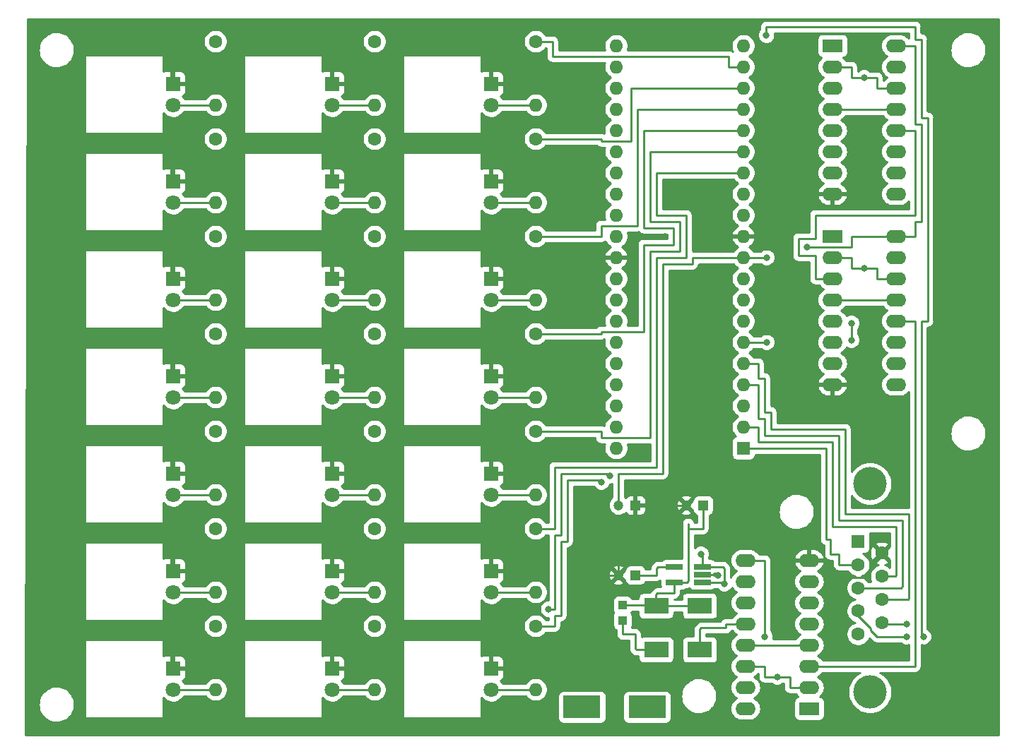
<source format=gbr>
G04 #@! TF.GenerationSoftware,KiCad,Pcbnew,5.99.0-unknown*
G04 #@! TF.CreationDate,2020-01-25T03:15:43+11:00*
G04 #@! TF.ProjectId,backup12,6261636b-7570-4313-922e-6b696361645f,1.0*
G04 #@! TF.SameCoordinates,Original*
G04 #@! TF.FileFunction,Copper,L1,Top*
G04 #@! TF.FilePolarity,Positive*
%FSLAX46Y46*%
G04 Gerber Fmt 4.6, Leading zero omitted, Abs format (unit mm)*
G04 Created by KiCad (PCBNEW 5.99.0-unknown) date 2020-01-25 03:15:43*
%MOMM*%
%LPD*%
G04 APERTURE LIST*
%ADD10C,4.000000*%
%ADD11C,1.600000*%
%ADD12R,1.600000X1.600000*%
%ADD13C,1.800000*%
%ADD14R,1.800000X1.800000*%
%ADD15O,1.600000X1.600000*%
%ADD16R,3.000000X1.980000*%
%ADD17R,2.000000X0.650000*%
%ADD18R,4.500000X2.700000*%
%ADD19O,2.400000X1.600000*%
%ADD20R,2.400000X1.600000*%
%ADD21C,1.200000*%
%ADD22R,1.200000X1.200000*%
%ADD23R,1.100000X1.050000*%
%ADD24C,0.800000*%
%ADD25C,0.250000*%
%ADD26C,0.254000*%
G04 APERTURE END LIST*
D10*
X140917000Y-72590000D03*
X140917000Y-97590000D03*
D11*
X142337000Y-89245000D03*
X142337000Y-86475000D03*
X142337000Y-83705000D03*
X142337000Y-80935000D03*
X139497000Y-90630000D03*
X139497000Y-87860000D03*
X139497000Y-85090000D03*
X139497000Y-82320000D03*
D12*
X139497000Y-79550000D03*
D13*
X57431000Y-27178000D03*
D14*
X57431000Y-24638000D03*
D11*
X62511000Y-89662000D03*
D15*
X62511000Y-97282000D03*
D13*
X57431000Y-97282000D03*
D14*
X57431000Y-94742000D03*
D13*
X76481000Y-97282000D03*
D14*
X76481000Y-94742000D03*
D13*
X95531000Y-97282000D03*
D14*
X95531000Y-94742000D03*
D13*
X76481000Y-27178000D03*
D14*
X76481000Y-24638000D03*
D13*
X76481000Y-38862000D03*
D14*
X76481000Y-36322000D03*
D13*
X76481000Y-50546000D03*
D14*
X76481000Y-48006000D03*
X76481000Y-59690000D03*
D13*
X76481000Y-62230000D03*
X76481000Y-73914000D03*
D14*
X76481000Y-71374000D03*
D13*
X76481000Y-85598000D03*
D14*
X76481000Y-83058000D03*
D11*
X81561000Y-89662000D03*
D15*
X81561000Y-97282000D03*
D11*
X100865000Y-89662000D03*
D15*
X100865000Y-97282000D03*
D11*
X62511000Y-19558000D03*
D15*
X62511000Y-27178000D03*
D11*
X62511000Y-31242000D03*
D15*
X62511000Y-38862000D03*
D11*
X62511000Y-42926000D03*
D15*
X62511000Y-50546000D03*
D11*
X62511000Y-54610000D03*
D15*
X62511000Y-62230000D03*
D11*
X62511000Y-66294000D03*
D15*
X62511000Y-73914000D03*
D11*
X62511000Y-77978000D03*
D15*
X62511000Y-85598000D03*
D11*
X81561000Y-19558000D03*
D15*
X81561000Y-27178000D03*
D11*
X81561000Y-31242000D03*
D15*
X81561000Y-38862000D03*
D11*
X81561000Y-42926000D03*
D15*
X81561000Y-50546000D03*
D11*
X81561000Y-54610000D03*
D15*
X81561000Y-62230000D03*
D11*
X81561000Y-66294000D03*
D15*
X81561000Y-73914000D03*
D11*
X81561000Y-77978000D03*
D15*
X81561000Y-85598000D03*
D11*
X100865000Y-19558000D03*
D15*
X100865000Y-27178000D03*
D11*
X100865000Y-31242000D03*
D15*
X100865000Y-38862000D03*
D11*
X100865000Y-42926000D03*
D15*
X100865000Y-50546000D03*
D11*
X100865000Y-54610000D03*
D15*
X100865000Y-62230000D03*
D11*
X100865000Y-66294000D03*
D15*
X100865000Y-73914000D03*
D11*
X100865000Y-77978000D03*
D15*
X100865000Y-85598000D03*
D13*
X95531000Y-27178000D03*
D14*
X95531000Y-24638000D03*
D13*
X95531000Y-38862000D03*
D14*
X95531000Y-36322000D03*
D13*
X95531000Y-50546000D03*
D14*
X95531000Y-48006000D03*
D13*
X95531000Y-62230000D03*
D14*
X95531000Y-59690000D03*
D13*
X95531000Y-73914000D03*
D14*
X95531000Y-71374000D03*
D13*
X95531000Y-85598000D03*
D14*
X95531000Y-83058000D03*
D13*
X57431000Y-38862000D03*
D14*
X57431000Y-36322000D03*
D13*
X57431000Y-50546000D03*
D14*
X57431000Y-48006000D03*
D13*
X57431000Y-62230000D03*
D14*
X57431000Y-59690000D03*
D13*
X57431000Y-73914000D03*
D14*
X57431000Y-71374000D03*
D13*
X57431000Y-85598000D03*
D14*
X57431000Y-83058000D03*
D15*
X110517000Y-68326000D03*
X125757000Y-20066000D03*
X110517000Y-65786000D03*
X125757000Y-22606000D03*
X110517000Y-63246000D03*
X125757000Y-25146000D03*
X110517000Y-60706000D03*
X125757000Y-27686000D03*
X110517000Y-58166000D03*
X125757000Y-30226000D03*
X110517000Y-55626000D03*
X125757000Y-32766000D03*
X110517000Y-53086000D03*
X125757000Y-35306000D03*
X110517000Y-50546000D03*
X125757000Y-37846000D03*
X110517000Y-48006000D03*
X125757000Y-40386000D03*
X110517000Y-45466000D03*
X125757000Y-42926000D03*
X110517000Y-42926000D03*
X125757000Y-45466000D03*
X110517000Y-40386000D03*
X125757000Y-48006000D03*
X110517000Y-37846000D03*
X125757000Y-50546000D03*
X110517000Y-35306000D03*
X125757000Y-53086000D03*
X110517000Y-32766000D03*
X125757000Y-55626000D03*
X110517000Y-30226000D03*
X125757000Y-58166000D03*
X110517000Y-27686000D03*
X125757000Y-60706000D03*
X110517000Y-25146000D03*
X125757000Y-63246000D03*
X110517000Y-22606000D03*
X125757000Y-65786000D03*
X110517000Y-20066000D03*
D12*
X125757000Y-68326000D03*
D16*
X120520000Y-87249000D03*
X120520000Y-92509000D03*
X115320000Y-92509000D03*
X115320000Y-87249000D03*
D17*
X117443000Y-84450000D03*
X117443000Y-82550000D03*
X120863000Y-82550000D03*
X120863000Y-83500000D03*
X120863000Y-84450000D03*
D18*
X114217000Y-99380000D03*
X106417000Y-99380000D03*
D19*
X126011000Y-99568000D03*
X133631000Y-81788000D03*
X126011000Y-97028000D03*
X133631000Y-84328000D03*
X126011000Y-94488000D03*
X133631000Y-86868000D03*
X126011000Y-91948000D03*
X133631000Y-89408000D03*
X126011000Y-89408000D03*
X133631000Y-91948000D03*
X126011000Y-86868000D03*
X133631000Y-94488000D03*
X126011000Y-84328000D03*
X133631000Y-97028000D03*
X126011000Y-81788000D03*
D20*
X133631000Y-99568000D03*
D19*
X144045000Y-42926000D03*
X136425000Y-60706000D03*
X144045000Y-45466000D03*
X136425000Y-58166000D03*
X144045000Y-48006000D03*
X136425000Y-55626000D03*
X144045000Y-50546000D03*
X136425000Y-53086000D03*
X144045000Y-53086000D03*
X136425000Y-50546000D03*
X144045000Y-55626000D03*
X136425000Y-48006000D03*
X144045000Y-58166000D03*
X136425000Y-45466000D03*
X144045000Y-60706000D03*
D20*
X136425000Y-42926000D03*
D19*
X144045000Y-20066000D03*
X136425000Y-37846000D03*
X144045000Y-22606000D03*
X136425000Y-35306000D03*
X144045000Y-25146000D03*
X136425000Y-32766000D03*
X144045000Y-27686000D03*
X136425000Y-30226000D03*
X144045000Y-30226000D03*
X136425000Y-27686000D03*
X144045000Y-32766000D03*
X136425000Y-25146000D03*
X144045000Y-35306000D03*
X136425000Y-22606000D03*
X144045000Y-37846000D03*
D20*
X136425000Y-20066000D03*
D21*
X110803000Y-75184000D03*
D22*
X112803000Y-75184000D03*
D21*
X110803000Y-83566000D03*
D22*
X112803000Y-83566000D03*
D21*
X118931000Y-75184000D03*
D22*
X120931000Y-75184000D03*
D23*
X111279000Y-89025000D03*
X111279000Y-87175000D03*
D24*
X147320000Y-90932000D03*
X145288000Y-90932000D03*
X128497000Y-18823000D03*
X145288000Y-89408000D03*
X123471000Y-84582000D03*
X128551000Y-45466000D03*
X133377000Y-44196000D03*
X138711000Y-53340000D03*
X138711000Y-55372000D03*
X128551000Y-55626000D03*
X128297000Y-90932000D03*
X116359000Y-42926000D03*
X108739000Y-72390000D03*
X109755000Y-71628000D03*
X102389000Y-87630000D03*
X120677000Y-81026000D03*
X122709000Y-83566000D03*
X129821000Y-95758000D03*
X140235000Y-23876000D03*
X140235000Y-46736000D03*
X108485000Y-83566000D03*
X60225000Y-91440000D03*
X60225000Y-79756000D03*
X60225000Y-68072000D03*
X60225000Y-56388000D03*
X60225000Y-44704000D03*
X60225000Y-33020000D03*
X60225000Y-21336000D03*
D25*
X145288000Y-90932000D02*
X141732000Y-90932000D01*
X141732000Y-90932000D02*
X140970000Y-90170000D01*
X140970000Y-90170000D02*
X140970000Y-89916000D01*
X139497000Y-88443000D02*
X139497000Y-87860000D01*
X140970000Y-89916000D02*
X139497000Y-88443000D01*
X147320000Y-90932000D02*
X147574000Y-90932000D01*
X147066000Y-90932000D02*
X147320000Y-90932000D01*
X147066000Y-90678000D02*
X147066000Y-90932000D01*
X147066000Y-90170000D02*
X147066000Y-90678000D01*
X147066000Y-89408000D02*
X147066000Y-90170000D01*
X147066000Y-86868000D02*
X147066000Y-89408000D01*
X147066000Y-53848000D02*
X147066000Y-86868000D01*
X147828000Y-53086000D02*
X147066000Y-53086000D01*
X147066000Y-53086000D02*
X147066000Y-53848000D01*
X147828000Y-28702000D02*
X147828000Y-53086000D01*
X147066000Y-28702000D02*
X147828000Y-28702000D01*
X147066000Y-20320000D02*
X147066000Y-28702000D01*
X147066000Y-19304000D02*
X147066000Y-20320000D01*
X146304000Y-19304000D02*
X147066000Y-19304000D01*
X146304000Y-17780000D02*
X146304000Y-19304000D01*
X141478000Y-17780000D02*
X146304000Y-17780000D01*
X128524000Y-17780000D02*
X141478000Y-17780000D01*
X128497000Y-17807000D02*
X128524000Y-17780000D01*
X128497000Y-18823000D02*
X128497000Y-17807000D01*
X145288000Y-89408000D02*
X142500000Y-89408000D01*
X142500000Y-89408000D02*
X142337000Y-89245000D01*
X100611000Y-97282000D02*
X96549792Y-97282000D01*
X96549792Y-97282000D02*
X95277000Y-97282000D01*
X100611000Y-85598000D02*
X96549792Y-85598000D01*
X96549792Y-85598000D02*
X95277000Y-85598000D01*
X115283000Y-86166000D02*
X115283000Y-87756000D01*
X115283000Y-85912000D02*
X115283000Y-86166000D01*
X115283000Y-86166000D02*
X115283000Y-87212000D01*
X115283000Y-87212000D02*
X115320000Y-87249000D01*
X113618000Y-87175000D02*
X114702000Y-87175000D01*
X111279000Y-87175000D02*
X113618000Y-87175000D01*
X113618000Y-87175000D02*
X115246000Y-87175000D01*
X115246000Y-87175000D02*
X115320000Y-87249000D01*
X123688000Y-89879000D02*
X123688000Y-89445000D01*
X123688000Y-89445000D02*
X123725000Y-89408000D01*
X120714000Y-89879000D02*
X123688000Y-89879000D01*
X126011000Y-89408000D02*
X123725000Y-89408000D01*
X112803000Y-92366000D02*
X112803000Y-90640000D01*
X112803000Y-92366000D02*
X112893000Y-92456000D01*
X115477000Y-85718000D02*
X115283000Y-85912000D01*
X117443000Y-85718000D02*
X115477000Y-85718000D01*
X117443000Y-84450000D02*
X117443000Y-85718000D01*
X117070000Y-87249000D02*
X120520000Y-87249000D01*
X123283000Y-82550000D02*
X123471000Y-82738000D01*
X123471000Y-82738000D02*
X123471000Y-84582000D01*
X120863000Y-84450000D02*
X123339000Y-84450000D01*
X123339000Y-84450000D02*
X123471000Y-84582000D01*
X115380000Y-87189000D02*
X115320000Y-87249000D01*
X115343000Y-83312000D02*
X115343000Y-82804000D01*
X133631000Y-81788000D02*
X136171000Y-81788000D01*
X136171000Y-81788000D02*
X136171000Y-83820000D01*
X142337000Y-81210000D02*
X142337000Y-80935000D01*
X136171000Y-83820000D02*
X140235000Y-83820000D01*
X140997000Y-83058000D02*
X140997000Y-82550000D01*
X140235000Y-83820000D02*
X140997000Y-83058000D01*
X140997000Y-82550000D02*
X142337000Y-81210000D01*
X95277000Y-38862000D02*
X96803792Y-38862000D01*
X96803792Y-38862000D02*
X100611000Y-38862000D01*
X128551000Y-45466000D02*
X125757000Y-45466000D01*
X127535000Y-54610000D02*
X127535000Y-46482000D01*
X129567000Y-46482000D02*
X127535000Y-46482000D01*
X129567000Y-44450000D02*
X129567000Y-46482000D01*
X127535000Y-44450000D02*
X127535000Y-42926000D01*
X127535000Y-44450000D02*
X129567000Y-44450000D01*
X134102001Y-44196000D02*
X133377000Y-44196000D01*
X135155000Y-44196000D02*
X134102001Y-44196000D01*
X144553000Y-30226000D02*
X146331000Y-30226000D01*
X146331000Y-40386000D02*
X134393000Y-40386000D01*
X134393000Y-40386000D02*
X134393000Y-43180000D01*
X146331000Y-30226000D02*
X146331000Y-40386000D01*
X134393000Y-43180000D02*
X132361000Y-43180000D01*
X132361000Y-43180000D02*
X132361000Y-45212000D01*
X132361000Y-45212000D02*
X134393000Y-45212000D01*
X134393000Y-45212000D02*
X134393000Y-48006000D01*
X134393000Y-48006000D02*
X136933000Y-48006000D01*
X136933000Y-44196000D02*
X135155000Y-44196000D01*
X138711000Y-44196000D02*
X138711000Y-42926000D01*
X138711000Y-44196000D02*
X136933000Y-44196000D01*
X138711000Y-42926000D02*
X142595000Y-42926000D01*
X142595000Y-42926000D02*
X144045000Y-42926000D01*
X138711000Y-54806315D02*
X138711000Y-53340000D01*
X138711000Y-55372000D02*
X138711000Y-54806315D01*
X128297000Y-57404000D02*
X127535000Y-57404000D01*
X129059000Y-60706000D02*
X129059000Y-59182000D01*
X127535000Y-56642000D02*
X129567000Y-56642000D01*
X128297000Y-59182000D02*
X128297000Y-57404000D01*
X136425000Y-60706000D02*
X129059000Y-60706000D01*
X129567000Y-54610000D02*
X127535000Y-54610000D01*
X129059000Y-59182000D02*
X128297000Y-59182000D01*
X127535000Y-57404000D02*
X127535000Y-56642000D01*
X129567000Y-56642000D02*
X129567000Y-54610000D01*
X126888370Y-55626000D02*
X128551000Y-55626000D01*
X125757000Y-55626000D02*
X126888370Y-55626000D01*
X146331000Y-20066000D02*
X146331000Y-29464000D01*
X146331000Y-29464000D02*
X147093000Y-29464000D01*
X144045000Y-20066000D02*
X146331000Y-20066000D01*
X146331000Y-42926000D02*
X144045000Y-42926000D01*
X147093000Y-29464000D02*
X147093000Y-41148000D01*
X147093000Y-41148000D02*
X146331000Y-41148000D01*
X146331000Y-41148000D02*
X146331000Y-42926000D01*
X133631000Y-94488000D02*
X146331000Y-94488000D01*
X146331000Y-94488000D02*
X146331000Y-53086000D01*
X146331000Y-53086000D02*
X145495000Y-53086000D01*
X145495000Y-53086000D02*
X144045000Y-53086000D01*
X135663000Y-68326000D02*
X125757000Y-68326000D01*
X136171000Y-79248000D02*
X135663000Y-79248000D01*
X135663000Y-79248000D02*
X135663000Y-68326000D01*
X142337000Y-83705000D02*
X143978000Y-83705000D01*
X143978000Y-83705000D02*
X144069000Y-83614000D01*
X144069000Y-83614000D02*
X144069000Y-77772000D01*
X144069000Y-77772000D02*
X136473000Y-77772000D01*
X136425000Y-67564000D02*
X127535000Y-67564000D01*
X136473000Y-77772000D02*
X136425000Y-77724000D01*
X136425000Y-77724000D02*
X136425000Y-67564000D01*
X127535000Y-65786000D02*
X125757000Y-65786000D01*
X127535000Y-67564000D02*
X127535000Y-65786000D01*
X137235000Y-66850000D02*
X128345000Y-66850000D01*
X137235000Y-77010000D02*
X137235000Y-66850000D01*
X125757000Y-58166000D02*
X127535000Y-58166000D01*
X137949000Y-76200000D02*
X137997000Y-76248000D01*
X128297000Y-59944000D02*
X128297000Y-64008000D01*
X127535000Y-58166000D02*
X127535000Y-59944000D01*
X127535000Y-59944000D02*
X128297000Y-59944000D01*
X128297000Y-64008000D02*
X129059000Y-64008000D01*
X129059000Y-66040000D02*
X137949000Y-66040000D01*
X137949000Y-66040000D02*
X137949000Y-76200000D01*
X137997000Y-76248000D02*
X145593000Y-76248000D01*
X129059000Y-64008000D02*
X129059000Y-66040000D01*
X145593000Y-76248000D02*
X145593000Y-86408000D01*
X145593000Y-86408000D02*
X145526000Y-86475000D01*
X145526000Y-86475000D02*
X142337000Y-86475000D01*
X144831000Y-77010000D02*
X137235000Y-77010000D01*
X136171000Y-81026000D02*
X136171000Y-79248000D01*
X137187000Y-81026000D02*
X136171000Y-81026000D01*
X137187000Y-82296000D02*
X137187000Y-81026000D01*
X137211000Y-82320000D02*
X137187000Y-82296000D01*
X139497000Y-82320000D02*
X137211000Y-82320000D01*
X112803000Y-83566000D02*
X115343000Y-83566000D01*
X115343000Y-83566000D02*
X115343000Y-83312000D01*
X115343000Y-82738000D02*
X115531000Y-82550000D01*
X115531000Y-82550000D02*
X117443000Y-82550000D01*
X119153000Y-77404000D02*
X119153000Y-84262000D01*
X119068000Y-84347000D02*
X119153000Y-84262000D01*
X120931000Y-75184000D02*
X120931000Y-77978000D01*
X120931000Y-77978000D02*
X119153000Y-77978000D01*
X119068000Y-84347000D02*
X118965000Y-84450000D01*
X118965000Y-84450000D02*
X117443000Y-84450000D01*
X110803000Y-83566000D02*
X110803000Y-78200000D01*
X111025000Y-77978000D02*
X112803000Y-77978000D01*
X112803000Y-77978000D02*
X112803000Y-75184000D01*
X110803000Y-78200000D02*
X111025000Y-77978000D01*
X128297000Y-81788000D02*
X128297000Y-90932000D01*
X127461000Y-81788000D02*
X128297000Y-81788000D01*
X126011000Y-81788000D02*
X127461000Y-81788000D01*
X120520000Y-90073000D02*
X120714000Y-89879000D01*
X120520000Y-92509000D02*
X120520000Y-90073000D01*
X127535000Y-42926000D02*
X125757000Y-42926000D01*
X127535000Y-37846000D02*
X127535000Y-42926000D01*
X136425000Y-37846000D02*
X127535000Y-37846000D01*
X125757000Y-45466000D02*
X119661000Y-45466000D01*
X119661000Y-46228000D02*
X116105000Y-46228000D01*
X116105000Y-46228000D02*
X116105000Y-71374000D01*
X116105000Y-71374000D02*
X110771000Y-71374000D01*
X119661000Y-45466000D02*
X119661000Y-46228000D01*
X110771000Y-71374000D02*
X110771000Y-74303472D01*
X110771000Y-74303472D02*
X110803000Y-74335472D01*
X110803000Y-74335472D02*
X110803000Y-75184000D01*
X125757000Y-32766000D02*
X114581000Y-32766000D01*
X103151000Y-66294000D02*
X100611000Y-66294000D01*
X118137000Y-41148000D02*
X118137000Y-44704000D01*
X108739000Y-67056000D02*
X108739000Y-66294000D01*
X114581000Y-32766000D02*
X114581000Y-41148000D01*
X114581000Y-41148000D02*
X118137000Y-41148000D01*
X118137000Y-44704000D02*
X114581000Y-44704000D01*
X114581000Y-44704000D02*
X114581000Y-67056000D01*
X114581000Y-67056000D02*
X108739000Y-67056000D01*
X108739000Y-66294000D02*
X103151000Y-66294000D01*
X125757000Y-30226000D02*
X113819000Y-30226000D01*
X117375000Y-43942000D02*
X113819000Y-43942000D01*
X113819000Y-30226000D02*
X113819000Y-41910000D01*
X117375000Y-41910000D02*
X117375000Y-43942000D01*
X113819000Y-41910000D02*
X117375000Y-41910000D01*
X113819000Y-43942000D02*
X113819000Y-54356000D01*
X113819000Y-54356000D02*
X108739000Y-54356000D01*
X108739000Y-54356000D02*
X108739000Y-54610000D01*
X108739000Y-54610000D02*
X100865000Y-54610000D01*
X125757000Y-35306000D02*
X115343000Y-35306000D01*
X115343000Y-35306000D02*
X115343000Y-40386000D01*
X118899000Y-40386000D02*
X118899000Y-45466000D01*
X115343000Y-40386000D02*
X118899000Y-40386000D01*
X118899000Y-45466000D02*
X115343000Y-45466000D01*
X115343000Y-45466000D02*
X115343000Y-70612000D01*
X115343000Y-70612000D02*
X103151000Y-70612000D01*
X103151000Y-70612000D02*
X103151000Y-77978000D01*
X103151000Y-77978000D02*
X100611000Y-77978000D01*
X113057000Y-42926000D02*
X116359000Y-42926000D01*
X112549000Y-42926000D02*
X113057000Y-42926000D01*
X112549000Y-45466000D02*
X112549000Y-42926000D01*
X111648370Y-45466000D02*
X112549000Y-45466000D01*
X110517000Y-45466000D02*
X111648370Y-45466000D01*
X98579000Y-48006000D02*
X98579000Y-44704000D01*
X98579000Y-44704000D02*
X98579000Y-43434000D01*
X103151000Y-44704000D02*
X98579000Y-44704000D01*
X103151000Y-43688000D02*
X103151000Y-44704000D01*
X108739000Y-43688000D02*
X103151000Y-43688000D01*
X108739000Y-45466000D02*
X108739000Y-43688000D01*
X110517000Y-45466000D02*
X108739000Y-45466000D01*
X108485000Y-72136000D02*
X108739000Y-72390000D01*
X108231000Y-72136000D02*
X108485000Y-72136000D01*
X104675000Y-72136000D02*
X108231000Y-72136000D01*
X104675000Y-79502000D02*
X104675000Y-72136000D01*
X103913000Y-79502000D02*
X104675000Y-79502000D01*
X103913000Y-85598000D02*
X103913000Y-79502000D01*
X103913000Y-88392000D02*
X103913000Y-85598000D01*
X103151000Y-88392000D02*
X103913000Y-88392000D01*
X103151000Y-89662000D02*
X103151000Y-88392000D01*
X100865000Y-89662000D02*
X103151000Y-89662000D01*
X109501000Y-71374000D02*
X109755000Y-71628000D01*
X106199000Y-71374000D02*
X109501000Y-71374000D01*
X103913000Y-71374000D02*
X103913000Y-78740000D01*
X103151000Y-78740000D02*
X103151000Y-87630000D01*
X103151000Y-87630000D02*
X102954685Y-87630000D01*
X103913000Y-78740000D02*
X103151000Y-78740000D01*
X106199000Y-71374000D02*
X103913000Y-71374000D01*
X102954685Y-87630000D02*
X102389000Y-87630000D01*
X120863000Y-81212000D02*
X120677000Y-81026000D01*
X120863000Y-82550000D02*
X120863000Y-81146000D01*
X120863000Y-82550000D02*
X123283000Y-82550000D01*
X122113000Y-83500000D02*
X122709000Y-83500000D01*
X120863000Y-83500000D02*
X122113000Y-83500000D01*
X115317000Y-99380000D02*
X115329000Y-99368000D01*
X129821000Y-95758000D02*
X131345000Y-95758000D01*
X140235000Y-23876000D02*
X141759000Y-23876000D01*
X140235000Y-46736000D02*
X141759000Y-46736000D01*
X108485000Y-83566000D02*
X110803000Y-83566000D01*
X79275000Y-24638000D02*
X79275000Y-21336000D01*
X76481000Y-24638000D02*
X79275000Y-24638000D01*
X95531000Y-24638000D02*
X98579000Y-24638000D01*
X98579000Y-20066000D02*
X83847000Y-20066000D01*
X57177000Y-24638000D02*
X57177000Y-20066000D01*
X64797000Y-21336000D02*
X60225000Y-21336000D01*
X83847000Y-20066000D02*
X83847000Y-21336000D01*
X60225000Y-20066000D02*
X57177000Y-20066000D01*
X98579000Y-24638000D02*
X98579000Y-20066000D01*
X64797000Y-20066000D02*
X64797000Y-21336000D01*
X83847000Y-21336000D02*
X79275000Y-21336000D01*
X79275000Y-21336000D02*
X79275000Y-20066000D01*
X79275000Y-20066000D02*
X64797000Y-20066000D01*
X60225000Y-21336000D02*
X60225000Y-20066000D01*
X79275000Y-36322000D02*
X79275000Y-33020000D01*
X76481000Y-36322000D02*
X79275000Y-36322000D01*
X57177000Y-36322000D02*
X57177000Y-32766000D01*
X95531000Y-36322000D02*
X98579000Y-36322000D01*
X64797000Y-33020000D02*
X60225000Y-33020000D01*
X98579000Y-36322000D02*
X98579000Y-31750000D01*
X79275000Y-31750000D02*
X64797000Y-31750000D01*
X98579000Y-31750000D02*
X83847000Y-31750000D01*
X57177000Y-32766000D02*
X57177000Y-32512000D01*
X79275000Y-33020000D02*
X79275000Y-31750000D01*
X83847000Y-31750000D02*
X83847000Y-33020000D01*
X83847000Y-33020000D02*
X79275000Y-33020000D01*
X60225000Y-31750000D02*
X57177000Y-31750000D01*
X64797000Y-31750000D02*
X64797000Y-33020000D01*
X60225000Y-33020000D02*
X60225000Y-31750000D01*
X57177000Y-31750000D02*
X57177000Y-32766000D01*
X79275000Y-48006000D02*
X79275000Y-44704000D01*
X76481000Y-48006000D02*
X79275000Y-48006000D01*
X57177000Y-43434000D02*
X57177000Y-44196000D01*
X60225000Y-43434000D02*
X57177000Y-43434000D01*
X60225000Y-44704000D02*
X60225000Y-43434000D01*
X64797000Y-44704000D02*
X60225000Y-44704000D01*
X64797000Y-43434000D02*
X64797000Y-44704000D01*
X79275000Y-43434000D02*
X64797000Y-43434000D01*
X79275000Y-44704000D02*
X79275000Y-43434000D01*
X83847000Y-44704000D02*
X79275000Y-44704000D01*
X83847000Y-43434000D02*
X83847000Y-44704000D01*
X98579000Y-43434000D02*
X83847000Y-43434000D01*
X96681000Y-48006000D02*
X98579000Y-48006000D01*
X95531000Y-48006000D02*
X96681000Y-48006000D01*
X79275000Y-59690000D02*
X79275000Y-56388000D01*
X76481000Y-59690000D02*
X79275000Y-59690000D01*
X57177000Y-55118000D02*
X57177000Y-55880000D01*
X60225000Y-55118000D02*
X57177000Y-55118000D01*
X60225000Y-56388000D02*
X60225000Y-55118000D01*
X64797000Y-56388000D02*
X60225000Y-56388000D01*
X64797000Y-55118000D02*
X64797000Y-56388000D01*
X79275000Y-55118000D02*
X64797000Y-55118000D01*
X79275000Y-56388000D02*
X79275000Y-55118000D01*
X83847000Y-56388000D02*
X79275000Y-56388000D01*
X83847000Y-55118000D02*
X83847000Y-56388000D01*
X98579000Y-55118000D02*
X83847000Y-55118000D01*
X98579000Y-59690000D02*
X98579000Y-55118000D01*
X95531000Y-59690000D02*
X98579000Y-59690000D01*
X76481000Y-71374000D02*
X79275000Y-71374000D01*
X79275000Y-71374000D02*
X79275000Y-68072000D01*
X83847000Y-68072000D02*
X79275000Y-68072000D01*
X98579000Y-71374000D02*
X98579000Y-66802000D01*
X57177000Y-66802000D02*
X57177000Y-67564000D01*
X79275000Y-66802000D02*
X64797000Y-66802000D01*
X60225000Y-68072000D02*
X60225000Y-66802000D01*
X83847000Y-66802000D02*
X83847000Y-68072000D01*
X64797000Y-66802000D02*
X64797000Y-68072000D01*
X98579000Y-66802000D02*
X83847000Y-66802000D01*
X79275000Y-68072000D02*
X79275000Y-66802000D01*
X64797000Y-68072000D02*
X60225000Y-68072000D01*
X95531000Y-71374000D02*
X98579000Y-71374000D01*
X57177000Y-67564000D02*
X57177000Y-71374000D01*
X60225000Y-66802000D02*
X57177000Y-66802000D01*
X57177000Y-90170000D02*
X57177000Y-90932000D01*
X60225000Y-90170000D02*
X57177000Y-90170000D01*
X60225000Y-91440000D02*
X60225000Y-90170000D01*
X64797000Y-91440000D02*
X60225000Y-91440000D01*
X64797000Y-90170000D02*
X64797000Y-91440000D01*
X79275000Y-90170000D02*
X64797000Y-90170000D01*
X79275000Y-91440000D02*
X79275000Y-90170000D01*
X95531000Y-94742000D02*
X98579000Y-94742000D01*
X98579000Y-94742000D02*
X98579000Y-90170000D01*
X79275000Y-94742000D02*
X76481000Y-94742000D01*
X98579000Y-90170000D02*
X83847000Y-90170000D01*
X83847000Y-90170000D02*
X83847000Y-91440000D01*
X83847000Y-91440000D02*
X79275000Y-91440000D01*
X79275000Y-91440000D02*
X79275000Y-94742000D01*
X79275000Y-79756000D02*
X83847000Y-79756000D01*
X98579000Y-83058000D02*
X96681000Y-83058000D01*
X83847000Y-79756000D02*
X83847000Y-78486000D01*
X83847000Y-78486000D02*
X98579000Y-78486000D01*
X98579000Y-78486000D02*
X98579000Y-83058000D01*
X96681000Y-83058000D02*
X95531000Y-83058000D01*
X57177000Y-83058000D02*
X57177000Y-78486000D01*
X57177000Y-78486000D02*
X60225000Y-78486000D01*
X60225000Y-78486000D02*
X60225000Y-79756000D01*
X60225000Y-79756000D02*
X64797000Y-79756000D01*
X64797000Y-79756000D02*
X64797000Y-78486000D01*
X79275000Y-78486000D02*
X79275000Y-79756000D01*
X64797000Y-78486000D02*
X79275000Y-78486000D01*
X76481000Y-83058000D02*
X79275000Y-83058000D01*
X79275000Y-83058000D02*
X79275000Y-79756000D01*
X100865000Y-42926000D02*
X108739000Y-42926000D01*
X108739000Y-42926000D02*
X108739000Y-41656000D01*
X108739000Y-41656000D02*
X113057000Y-41656000D01*
X113057000Y-27686000D02*
X125757000Y-27686000D01*
X113057000Y-41656000D02*
X113057000Y-27686000D01*
X108739000Y-31496000D02*
X112295000Y-31496000D01*
X108739000Y-31242000D02*
X108739000Y-31496000D01*
X100865000Y-31242000D02*
X108739000Y-31242000D01*
X144625000Y-85090000D02*
X144831000Y-84884000D01*
X144831000Y-84884000D02*
X144831000Y-77010000D01*
X128297000Y-64770000D02*
X127535000Y-64770000D01*
X139497000Y-85090000D02*
X144625000Y-85090000D01*
X128297000Y-66802000D02*
X128297000Y-64770000D01*
X127535000Y-64770000D02*
X127535000Y-60706000D01*
X127535000Y-60706000D02*
X126888370Y-60706000D01*
X126888370Y-60706000D02*
X125757000Y-60706000D01*
X136425000Y-45466000D02*
X138711000Y-45466000D01*
X141759000Y-46736000D02*
X141759000Y-48006000D01*
X141759000Y-48006000D02*
X144045000Y-48006000D01*
X138711000Y-45466000D02*
X138711000Y-46736000D01*
X138711000Y-46736000D02*
X140235000Y-46736000D01*
X141759000Y-25146000D02*
X144045000Y-25146000D01*
X141759000Y-23876000D02*
X141759000Y-25146000D01*
X138711000Y-23876000D02*
X140235000Y-23876000D01*
X138711000Y-22606000D02*
X138711000Y-23876000D01*
X136425000Y-22606000D02*
X138711000Y-22606000D01*
X131345000Y-97028000D02*
X133631000Y-97028000D01*
X131345000Y-95758000D02*
X131345000Y-97028000D01*
X128297000Y-95758000D02*
X129821000Y-95758000D01*
X128297000Y-94488000D02*
X128297000Y-95758000D01*
X126011000Y-94488000D02*
X128297000Y-94488000D01*
X126011000Y-91948000D02*
X133631000Y-91948000D01*
X112803000Y-75184000D02*
X118931000Y-75184000D01*
X115320000Y-87249000D02*
X117070000Y-87249000D01*
X114739000Y-86668000D02*
X115320000Y-87249000D01*
X115320000Y-92509000D02*
X112930000Y-92509000D01*
X111279000Y-90640000D02*
X112803000Y-90640000D01*
X111279000Y-89025000D02*
X111279000Y-90640000D01*
X136933000Y-50546000D02*
X144553000Y-50546000D01*
X136933000Y-27686000D02*
X144553000Y-27686000D01*
X112295000Y-25146000D02*
X113057000Y-25146000D01*
X113057000Y-25146000D02*
X125757000Y-25146000D01*
X112295000Y-31496000D02*
X112295000Y-25146000D01*
X123979000Y-22606000D02*
X124625630Y-22606000D01*
X123979000Y-21336000D02*
X123979000Y-22606000D01*
X102897000Y-21336000D02*
X123979000Y-21336000D01*
X102897000Y-19558000D02*
X102897000Y-21336000D01*
X100611000Y-19558000D02*
X102897000Y-19558000D01*
X76227000Y-27178000D02*
X77499792Y-27178000D01*
X77499792Y-27178000D02*
X81307000Y-27178000D01*
X76227000Y-38862000D02*
X81307000Y-38862000D01*
X76227000Y-50546000D02*
X81307000Y-50546000D01*
X76227000Y-62230000D02*
X81307000Y-62230000D01*
X76227000Y-73914000D02*
X81307000Y-73914000D01*
X76227000Y-85598000D02*
X77499792Y-85598000D01*
X77499792Y-85598000D02*
X81307000Y-85598000D01*
X76227000Y-97282000D02*
X77499792Y-97282000D01*
X77499792Y-97282000D02*
X81307000Y-97282000D01*
X95531000Y-73914000D02*
X100611000Y-73914000D01*
X95531000Y-62230000D02*
X100611000Y-62230000D01*
X95531000Y-50546000D02*
X100611000Y-50546000D01*
X95531000Y-27178000D02*
X100611000Y-27178000D01*
X57177000Y-97282000D02*
X62257000Y-97282000D01*
X57177000Y-85598000D02*
X62257000Y-85598000D01*
X57177000Y-73914000D02*
X62257000Y-73914000D01*
X57177000Y-62230000D02*
X62257000Y-62230000D01*
X57177000Y-50546000D02*
X62257000Y-50546000D01*
X57177000Y-38862000D02*
X62257000Y-38862000D01*
X60842001Y-27178000D02*
X62257000Y-27178000D01*
X57177000Y-27178000D02*
X60842001Y-27178000D01*
X57177000Y-94742000D02*
X57177000Y-90932000D01*
X57177000Y-59690000D02*
X57177000Y-55880000D01*
X57177000Y-48006000D02*
X57177000Y-44196000D01*
X125757000Y-22606000D02*
X124625630Y-22606000D01*
G36*
X156338000Y-102744000D02*
G01*
X39750372Y-102744000D01*
X39761239Y-99060000D01*
X41297731Y-99060000D01*
X41304320Y-99154218D01*
X41318785Y-99361069D01*
X41381532Y-99656278D01*
X41484756Y-99939881D01*
X41626444Y-100206358D01*
X41803840Y-100450522D01*
X42013491Y-100667622D01*
X42251316Y-100853431D01*
X42512685Y-101004333D01*
X42792513Y-101117391D01*
X43085352Y-101190404D01*
X43385503Y-101221951D01*
X43687123Y-101211418D01*
X43984342Y-101159011D01*
X44271375Y-101065747D01*
X44542635Y-100933446D01*
X44792841Y-100764679D01*
X45017125Y-100562733D01*
X45211121Y-100331538D01*
X45371053Y-100075593D01*
X45493807Y-99799882D01*
X45576997Y-99509769D01*
X45618999Y-99210902D01*
X45618999Y-98909098D01*
X45576997Y-98610231D01*
X45493807Y-98320118D01*
X45371053Y-98044407D01*
X45211121Y-97788462D01*
X45017125Y-97557267D01*
X44792841Y-97355321D01*
X44542635Y-97186554D01*
X44271375Y-97054253D01*
X43984342Y-96960989D01*
X43687123Y-96908582D01*
X43385503Y-96898049D01*
X43085352Y-96929596D01*
X42792513Y-97002609D01*
X42512685Y-97115667D01*
X42251316Y-97266569D01*
X42013491Y-97452378D01*
X41803840Y-97669478D01*
X41626444Y-97913642D01*
X41484756Y-98180119D01*
X41381532Y-98463722D01*
X41318785Y-98758931D01*
X41297731Y-99060000D01*
X39761239Y-99060000D01*
X39784088Y-91314000D01*
X46837000Y-91314000D01*
X46837000Y-100710000D01*
X56233000Y-100710000D01*
X56233000Y-98246763D01*
X56398850Y-98424304D01*
X56606072Y-98581879D01*
X56836881Y-98702286D01*
X57084678Y-98782085D01*
X57342378Y-98818990D01*
X57602612Y-98811949D01*
X57857938Y-98761160D01*
X58101057Y-98668079D01*
X58325017Y-98535365D01*
X58523414Y-98366815D01*
X58690576Y-98167245D01*
X58764200Y-98041000D01*
X61293369Y-98041000D01*
X61331850Y-98107651D01*
X61493136Y-98299864D01*
X61685349Y-98461150D01*
X61902651Y-98586609D01*
X62138436Y-98672429D01*
X62385541Y-98716000D01*
X62636459Y-98716000D01*
X62883564Y-98672429D01*
X63119349Y-98586609D01*
X63336651Y-98461150D01*
X63528864Y-98299864D01*
X63690150Y-98107651D01*
X63815609Y-97890349D01*
X63901429Y-97654564D01*
X63945000Y-97407459D01*
X63945000Y-97156541D01*
X63901429Y-96909436D01*
X63815609Y-96673651D01*
X63690150Y-96456349D01*
X63528864Y-96264136D01*
X63336651Y-96102850D01*
X63119349Y-95977391D01*
X62883564Y-95891571D01*
X62636459Y-95848000D01*
X62385541Y-95848000D01*
X62138436Y-95891571D01*
X61902651Y-95977391D01*
X61685349Y-96102850D01*
X61493136Y-96264136D01*
X61331850Y-96456349D01*
X61293369Y-96523000D01*
X58764203Y-96523000D01*
X58708839Y-96423327D01*
X58552762Y-96228861D01*
X58648512Y-96203205D01*
X58824165Y-96055815D01*
X58935956Y-95862186D01*
X58972837Y-95653024D01*
X58972837Y-94870000D01*
X57303000Y-94870000D01*
X57303000Y-93200163D01*
X57559000Y-93200163D01*
X57559000Y-94614000D01*
X58972837Y-94614000D01*
X58972837Y-93825412D01*
X58892205Y-93524489D01*
X58744815Y-93348835D01*
X58551186Y-93237044D01*
X58342024Y-93200163D01*
X57559000Y-93200163D01*
X57303000Y-93200163D01*
X56514412Y-93200163D01*
X56233000Y-93275567D01*
X56233000Y-91314000D01*
X65887000Y-91314000D01*
X65887000Y-100710000D01*
X75283000Y-100710000D01*
X75283000Y-98246763D01*
X75448850Y-98424304D01*
X75656072Y-98581879D01*
X75886881Y-98702286D01*
X76134678Y-98782085D01*
X76392378Y-98818990D01*
X76652612Y-98811949D01*
X76907938Y-98761160D01*
X77151057Y-98668079D01*
X77375017Y-98535365D01*
X77573414Y-98366815D01*
X77740576Y-98167245D01*
X77814200Y-98041000D01*
X80343369Y-98041000D01*
X80381850Y-98107651D01*
X80543136Y-98299864D01*
X80735349Y-98461150D01*
X80952651Y-98586609D01*
X81188436Y-98672429D01*
X81435541Y-98716000D01*
X81686459Y-98716000D01*
X81933564Y-98672429D01*
X82169349Y-98586609D01*
X82386651Y-98461150D01*
X82578864Y-98299864D01*
X82740150Y-98107651D01*
X82865609Y-97890349D01*
X82951429Y-97654564D01*
X82995000Y-97407459D01*
X82995000Y-97156541D01*
X82951429Y-96909436D01*
X82865609Y-96673651D01*
X82740150Y-96456349D01*
X82578864Y-96264136D01*
X82386651Y-96102850D01*
X82169349Y-95977391D01*
X81933564Y-95891571D01*
X81686459Y-95848000D01*
X81435541Y-95848000D01*
X81188436Y-95891571D01*
X80952651Y-95977391D01*
X80735349Y-96102850D01*
X80543136Y-96264136D01*
X80381850Y-96456349D01*
X80343369Y-96523000D01*
X77814203Y-96523000D01*
X77758839Y-96423327D01*
X77602762Y-96228861D01*
X77698512Y-96203205D01*
X77874165Y-96055815D01*
X77985956Y-95862186D01*
X78022837Y-95653024D01*
X78022837Y-94870000D01*
X76353000Y-94870000D01*
X76353000Y-93200163D01*
X76609000Y-93200163D01*
X76609000Y-94614000D01*
X78022837Y-94614000D01*
X78022837Y-93825412D01*
X77942205Y-93524489D01*
X77794815Y-93348835D01*
X77601186Y-93237044D01*
X77392024Y-93200163D01*
X76609000Y-93200163D01*
X76353000Y-93200163D01*
X75564412Y-93200163D01*
X75283000Y-93275567D01*
X75283000Y-91314000D01*
X84937000Y-91314000D01*
X84937000Y-100710000D01*
X94333000Y-100710000D01*
X94333000Y-98246763D01*
X94498850Y-98424304D01*
X94706072Y-98581879D01*
X94936881Y-98702286D01*
X95184678Y-98782085D01*
X95442378Y-98818990D01*
X95702612Y-98811949D01*
X95957938Y-98761160D01*
X96201057Y-98668079D01*
X96425017Y-98535365D01*
X96623414Y-98366815D01*
X96790576Y-98167245D01*
X96864200Y-98041000D01*
X99647369Y-98041000D01*
X99685850Y-98107651D01*
X99847136Y-98299864D01*
X100039349Y-98461150D01*
X100256651Y-98586609D01*
X100492436Y-98672429D01*
X100739541Y-98716000D01*
X100990459Y-98716000D01*
X101237564Y-98672429D01*
X101473349Y-98586609D01*
X101690651Y-98461150D01*
X101882864Y-98299864D01*
X102044150Y-98107651D01*
X102095346Y-98018976D01*
X103525163Y-98018976D01*
X103525163Y-100746588D01*
X103605795Y-101047512D01*
X103753185Y-101223165D01*
X103946814Y-101334956D01*
X104155976Y-101371837D01*
X108683588Y-101371837D01*
X108984512Y-101291205D01*
X109160165Y-101143815D01*
X109271956Y-100950186D01*
X109308837Y-100741024D01*
X109308837Y-98018976D01*
X111325163Y-98018976D01*
X111325163Y-100746588D01*
X111405795Y-101047512D01*
X111553185Y-101223165D01*
X111746814Y-101334956D01*
X111955976Y-101371837D01*
X116483588Y-101371837D01*
X116784512Y-101291205D01*
X116960165Y-101143815D01*
X117071956Y-100950186D01*
X117108837Y-100741024D01*
X117108837Y-98044000D01*
X118259731Y-98044000D01*
X118266320Y-98138218D01*
X118280785Y-98345069D01*
X118343532Y-98640278D01*
X118446756Y-98923881D01*
X118588444Y-99190358D01*
X118765840Y-99434522D01*
X118975491Y-99651622D01*
X119213316Y-99837431D01*
X119474685Y-99988333D01*
X119754513Y-100101391D01*
X120047352Y-100174404D01*
X120347503Y-100205951D01*
X120649123Y-100195418D01*
X120946342Y-100143011D01*
X121233375Y-100049747D01*
X121504635Y-99917446D01*
X121754841Y-99748679D01*
X121979125Y-99546733D01*
X122173121Y-99315538D01*
X122333053Y-99059593D01*
X122455807Y-98783882D01*
X122538997Y-98493769D01*
X122580999Y-98194902D01*
X122580999Y-97893098D01*
X122538997Y-97594231D01*
X122455807Y-97304118D01*
X122333053Y-97028407D01*
X122173121Y-96772462D01*
X121979125Y-96541267D01*
X121754841Y-96339321D01*
X121504635Y-96170554D01*
X121233375Y-96038253D01*
X120946342Y-95944989D01*
X120649123Y-95892582D01*
X120347503Y-95882049D01*
X120047352Y-95913596D01*
X119754513Y-95986609D01*
X119474685Y-96099667D01*
X119213316Y-96250569D01*
X118975491Y-96436378D01*
X118765840Y-96653478D01*
X118588444Y-96897642D01*
X118446756Y-97164119D01*
X118343532Y-97447722D01*
X118280785Y-97742931D01*
X118259731Y-98044000D01*
X117108837Y-98044000D01*
X117108837Y-98013412D01*
X117028205Y-97712489D01*
X116880815Y-97536835D01*
X116687186Y-97425044D01*
X116478024Y-97388163D01*
X111950412Y-97388163D01*
X111649489Y-97468795D01*
X111473835Y-97616185D01*
X111362044Y-97809814D01*
X111325163Y-98018976D01*
X109308837Y-98018976D01*
X109308837Y-98013412D01*
X109228205Y-97712489D01*
X109080815Y-97536835D01*
X108887186Y-97425044D01*
X108678024Y-97388163D01*
X104150412Y-97388163D01*
X103849489Y-97468795D01*
X103673835Y-97616185D01*
X103562044Y-97809814D01*
X103525163Y-98018976D01*
X102095346Y-98018976D01*
X102169609Y-97890349D01*
X102255429Y-97654564D01*
X102299000Y-97407459D01*
X102299000Y-97156541D01*
X102255429Y-96909436D01*
X102169609Y-96673651D01*
X102044150Y-96456349D01*
X101882864Y-96264136D01*
X101690651Y-96102850D01*
X101473349Y-95977391D01*
X101237564Y-95891571D01*
X100990459Y-95848000D01*
X100739541Y-95848000D01*
X100492436Y-95891571D01*
X100256651Y-95977391D01*
X100039349Y-96102850D01*
X99847136Y-96264136D01*
X99685850Y-96456349D01*
X99647369Y-96523000D01*
X96864203Y-96523000D01*
X96808839Y-96423327D01*
X96652762Y-96228861D01*
X96748512Y-96203205D01*
X96924165Y-96055815D01*
X97035956Y-95862186D01*
X97072837Y-95653024D01*
X97072837Y-94870000D01*
X95403000Y-94870000D01*
X95403000Y-93200163D01*
X95659000Y-93200163D01*
X95659000Y-94614000D01*
X97072837Y-94614000D01*
X97072837Y-93825412D01*
X96992205Y-93524489D01*
X96844815Y-93348835D01*
X96651186Y-93237044D01*
X96442024Y-93200163D01*
X95659000Y-93200163D01*
X95403000Y-93200163D01*
X94614412Y-93200163D01*
X94333000Y-93275567D01*
X94333000Y-91314000D01*
X84937000Y-91314000D01*
X75283000Y-91314000D01*
X65887000Y-91314000D01*
X56233000Y-91314000D01*
X46837000Y-91314000D01*
X39784088Y-91314000D01*
X39789331Y-89536541D01*
X61077000Y-89536541D01*
X61077000Y-89787459D01*
X61120571Y-90034564D01*
X61206391Y-90270349D01*
X61331850Y-90487651D01*
X61493136Y-90679864D01*
X61685349Y-90841150D01*
X61902651Y-90966609D01*
X62138436Y-91052429D01*
X62385541Y-91096000D01*
X62636459Y-91096000D01*
X62883564Y-91052429D01*
X63119349Y-90966609D01*
X63336651Y-90841150D01*
X63528864Y-90679864D01*
X63690150Y-90487651D01*
X63815609Y-90270349D01*
X63901429Y-90034564D01*
X63945000Y-89787459D01*
X63945000Y-89536541D01*
X80127000Y-89536541D01*
X80127000Y-89787459D01*
X80170571Y-90034564D01*
X80256391Y-90270349D01*
X80381850Y-90487651D01*
X80543136Y-90679864D01*
X80735349Y-90841150D01*
X80952651Y-90966609D01*
X81188436Y-91052429D01*
X81435541Y-91096000D01*
X81686459Y-91096000D01*
X81933564Y-91052429D01*
X82169349Y-90966609D01*
X82386651Y-90841150D01*
X82578864Y-90679864D01*
X82740150Y-90487651D01*
X82865609Y-90270349D01*
X82951429Y-90034564D01*
X82995000Y-89787459D01*
X82995000Y-89536541D01*
X82951429Y-89289436D01*
X82865609Y-89053651D01*
X82740150Y-88836349D01*
X82578864Y-88644136D01*
X82386651Y-88482850D01*
X82169349Y-88357391D01*
X81933564Y-88271571D01*
X81686459Y-88228000D01*
X81435541Y-88228000D01*
X81188436Y-88271571D01*
X80952651Y-88357391D01*
X80735349Y-88482850D01*
X80543136Y-88644136D01*
X80381850Y-88836349D01*
X80256391Y-89053651D01*
X80170571Y-89289436D01*
X80127000Y-89536541D01*
X63945000Y-89536541D01*
X63901429Y-89289436D01*
X63815609Y-89053651D01*
X63690150Y-88836349D01*
X63528864Y-88644136D01*
X63336651Y-88482850D01*
X63119349Y-88357391D01*
X62883564Y-88271571D01*
X62636459Y-88228000D01*
X62385541Y-88228000D01*
X62138436Y-88271571D01*
X61902651Y-88357391D01*
X61685349Y-88482850D01*
X61493136Y-88644136D01*
X61331850Y-88836349D01*
X61206391Y-89053651D01*
X61120571Y-89289436D01*
X61077000Y-89536541D01*
X39789331Y-89536541D01*
X39818553Y-79630000D01*
X46837000Y-79630000D01*
X46837000Y-89026000D01*
X56233000Y-89026000D01*
X56233000Y-86562763D01*
X56398850Y-86740304D01*
X56606072Y-86897879D01*
X56836881Y-87018286D01*
X57084678Y-87098085D01*
X57342378Y-87134990D01*
X57602612Y-87127949D01*
X57857938Y-87077160D01*
X58101057Y-86984079D01*
X58325017Y-86851365D01*
X58523414Y-86682815D01*
X58690576Y-86483245D01*
X58764200Y-86357000D01*
X61293369Y-86357000D01*
X61331850Y-86423651D01*
X61493136Y-86615864D01*
X61685349Y-86777150D01*
X61902651Y-86902609D01*
X62138436Y-86988429D01*
X62385541Y-87032000D01*
X62636459Y-87032000D01*
X62883564Y-86988429D01*
X63119349Y-86902609D01*
X63336651Y-86777150D01*
X63528864Y-86615864D01*
X63690150Y-86423651D01*
X63815609Y-86206349D01*
X63901429Y-85970564D01*
X63945000Y-85723459D01*
X63945000Y-85472541D01*
X63901429Y-85225436D01*
X63815609Y-84989651D01*
X63690150Y-84772349D01*
X63528864Y-84580136D01*
X63336651Y-84418850D01*
X63119349Y-84293391D01*
X62883564Y-84207571D01*
X62636459Y-84164000D01*
X62385541Y-84164000D01*
X62138436Y-84207571D01*
X61902651Y-84293391D01*
X61685349Y-84418850D01*
X61493136Y-84580136D01*
X61331850Y-84772349D01*
X61293369Y-84839000D01*
X58764203Y-84839000D01*
X58708839Y-84739327D01*
X58552762Y-84544861D01*
X58648512Y-84519205D01*
X58824165Y-84371815D01*
X58935956Y-84178186D01*
X58972837Y-83969024D01*
X58972837Y-83186000D01*
X57303000Y-83186000D01*
X57303000Y-81516163D01*
X57559000Y-81516163D01*
X57559000Y-82930000D01*
X58972837Y-82930000D01*
X58972837Y-82141412D01*
X58892205Y-81840489D01*
X58744815Y-81664835D01*
X58551186Y-81553044D01*
X58342024Y-81516163D01*
X57559000Y-81516163D01*
X57303000Y-81516163D01*
X56514412Y-81516163D01*
X56233000Y-81591567D01*
X56233000Y-79630000D01*
X65887000Y-79630000D01*
X65887000Y-89026000D01*
X75283000Y-89026000D01*
X75283000Y-86562763D01*
X75448850Y-86740304D01*
X75656072Y-86897879D01*
X75886881Y-87018286D01*
X76134678Y-87098085D01*
X76392378Y-87134990D01*
X76652612Y-87127949D01*
X76907938Y-87077160D01*
X77151057Y-86984079D01*
X77375017Y-86851365D01*
X77573414Y-86682815D01*
X77740576Y-86483245D01*
X77814200Y-86357000D01*
X80343369Y-86357000D01*
X80381850Y-86423651D01*
X80543136Y-86615864D01*
X80735349Y-86777150D01*
X80952651Y-86902609D01*
X81188436Y-86988429D01*
X81435541Y-87032000D01*
X81686459Y-87032000D01*
X81933564Y-86988429D01*
X82169349Y-86902609D01*
X82386651Y-86777150D01*
X82578864Y-86615864D01*
X82740150Y-86423651D01*
X82865609Y-86206349D01*
X82951429Y-85970564D01*
X82995000Y-85723459D01*
X82995000Y-85472541D01*
X82951429Y-85225436D01*
X82865609Y-84989651D01*
X82740150Y-84772349D01*
X82578864Y-84580136D01*
X82386651Y-84418850D01*
X82169349Y-84293391D01*
X81933564Y-84207571D01*
X81686459Y-84164000D01*
X81435541Y-84164000D01*
X81188436Y-84207571D01*
X80952651Y-84293391D01*
X80735349Y-84418850D01*
X80543136Y-84580136D01*
X80381850Y-84772349D01*
X80343369Y-84839000D01*
X77814203Y-84839000D01*
X77758839Y-84739327D01*
X77602762Y-84544861D01*
X77698512Y-84519205D01*
X77874165Y-84371815D01*
X77985956Y-84178186D01*
X78022837Y-83969024D01*
X78022837Y-83186000D01*
X76353000Y-83186000D01*
X76353000Y-81516163D01*
X76609000Y-81516163D01*
X76609000Y-82930000D01*
X78022837Y-82930000D01*
X78022837Y-82141412D01*
X77942205Y-81840489D01*
X77794815Y-81664835D01*
X77601186Y-81553044D01*
X77392024Y-81516163D01*
X76609000Y-81516163D01*
X76353000Y-81516163D01*
X75564412Y-81516163D01*
X75283000Y-81591567D01*
X75283000Y-79630000D01*
X84937000Y-79630000D01*
X84937000Y-89026000D01*
X94333000Y-89026000D01*
X94333000Y-86562763D01*
X94498850Y-86740304D01*
X94706072Y-86897879D01*
X94936881Y-87018286D01*
X95184678Y-87098085D01*
X95442378Y-87134990D01*
X95702612Y-87127949D01*
X95957938Y-87077160D01*
X96201057Y-86984079D01*
X96425017Y-86851365D01*
X96623414Y-86682815D01*
X96790576Y-86483245D01*
X96864200Y-86357000D01*
X99647369Y-86357000D01*
X99685850Y-86423651D01*
X99847136Y-86615864D01*
X100039349Y-86777150D01*
X100256651Y-86902609D01*
X100492436Y-86988429D01*
X100739541Y-87032000D01*
X100990459Y-87032000D01*
X101237564Y-86988429D01*
X101473349Y-86902609D01*
X101690651Y-86777150D01*
X101882864Y-86615864D01*
X102044150Y-86423651D01*
X102169609Y-86206349D01*
X102255429Y-85970564D01*
X102299000Y-85723459D01*
X102299000Y-85472541D01*
X102255429Y-85225436D01*
X102169609Y-84989651D01*
X102044150Y-84772349D01*
X101882864Y-84580136D01*
X101690651Y-84418850D01*
X101473349Y-84293391D01*
X101237564Y-84207571D01*
X100990459Y-84164000D01*
X100739541Y-84164000D01*
X100492436Y-84207571D01*
X100256651Y-84293391D01*
X100039349Y-84418850D01*
X99847136Y-84580136D01*
X99685850Y-84772349D01*
X99647369Y-84839000D01*
X96864203Y-84839000D01*
X96808839Y-84739327D01*
X96652762Y-84544861D01*
X96748512Y-84519205D01*
X96924165Y-84371815D01*
X97035956Y-84178186D01*
X97072837Y-83969024D01*
X97072837Y-83186000D01*
X95403000Y-83186000D01*
X95403000Y-81516163D01*
X95659000Y-81516163D01*
X95659000Y-82930000D01*
X97072837Y-82930000D01*
X97072837Y-82141412D01*
X96992205Y-81840489D01*
X96844815Y-81664835D01*
X96651186Y-81553044D01*
X96442024Y-81516163D01*
X95659000Y-81516163D01*
X95403000Y-81516163D01*
X94614412Y-81516163D01*
X94333000Y-81591567D01*
X94333000Y-79630000D01*
X84937000Y-79630000D01*
X75283000Y-79630000D01*
X65887000Y-79630000D01*
X56233000Y-79630000D01*
X46837000Y-79630000D01*
X39818553Y-79630000D01*
X39823796Y-77852541D01*
X61077000Y-77852541D01*
X61077000Y-78103459D01*
X61120571Y-78350564D01*
X61206391Y-78586349D01*
X61331850Y-78803651D01*
X61493136Y-78995864D01*
X61685349Y-79157150D01*
X61902651Y-79282609D01*
X62138436Y-79368429D01*
X62385541Y-79412000D01*
X62636459Y-79412000D01*
X62883564Y-79368429D01*
X63119349Y-79282609D01*
X63336651Y-79157150D01*
X63528864Y-78995864D01*
X63690150Y-78803651D01*
X63815609Y-78586349D01*
X63901429Y-78350564D01*
X63945000Y-78103459D01*
X63945000Y-77852541D01*
X80127000Y-77852541D01*
X80127000Y-78103459D01*
X80170571Y-78350564D01*
X80256391Y-78586349D01*
X80381850Y-78803651D01*
X80543136Y-78995864D01*
X80735349Y-79157150D01*
X80952651Y-79282609D01*
X81188436Y-79368429D01*
X81435541Y-79412000D01*
X81686459Y-79412000D01*
X81933564Y-79368429D01*
X82169349Y-79282609D01*
X82386651Y-79157150D01*
X82578864Y-78995864D01*
X82740150Y-78803651D01*
X82865609Y-78586349D01*
X82951429Y-78350564D01*
X82995000Y-78103459D01*
X82995000Y-77852541D01*
X82951429Y-77605436D01*
X82865609Y-77369651D01*
X82740150Y-77152349D01*
X82578864Y-76960136D01*
X82386651Y-76798850D01*
X82169349Y-76673391D01*
X81933564Y-76587571D01*
X81686459Y-76544000D01*
X81435541Y-76544000D01*
X81188436Y-76587571D01*
X80952651Y-76673391D01*
X80735349Y-76798850D01*
X80543136Y-76960136D01*
X80381850Y-77152349D01*
X80256391Y-77369651D01*
X80170571Y-77605436D01*
X80127000Y-77852541D01*
X63945000Y-77852541D01*
X63901429Y-77605436D01*
X63815609Y-77369651D01*
X63690150Y-77152349D01*
X63528864Y-76960136D01*
X63336651Y-76798850D01*
X63119349Y-76673391D01*
X62883564Y-76587571D01*
X62636459Y-76544000D01*
X62385541Y-76544000D01*
X62138436Y-76587571D01*
X61902651Y-76673391D01*
X61685349Y-76798850D01*
X61493136Y-76960136D01*
X61331850Y-77152349D01*
X61206391Y-77369651D01*
X61120571Y-77605436D01*
X61077000Y-77852541D01*
X39823796Y-77852541D01*
X39853019Y-67946000D01*
X46837000Y-67946000D01*
X46837000Y-77342000D01*
X56233000Y-77342000D01*
X56233000Y-74878763D01*
X56398850Y-75056304D01*
X56606072Y-75213879D01*
X56836881Y-75334286D01*
X57084678Y-75414085D01*
X57342378Y-75450990D01*
X57602612Y-75443949D01*
X57857938Y-75393160D01*
X58101057Y-75300079D01*
X58325017Y-75167365D01*
X58523414Y-74998815D01*
X58690576Y-74799245D01*
X58764200Y-74673000D01*
X61293369Y-74673000D01*
X61331850Y-74739651D01*
X61493136Y-74931864D01*
X61685349Y-75093150D01*
X61902651Y-75218609D01*
X62138436Y-75304429D01*
X62385541Y-75348000D01*
X62636459Y-75348000D01*
X62883564Y-75304429D01*
X63119349Y-75218609D01*
X63336651Y-75093150D01*
X63528864Y-74931864D01*
X63690150Y-74739651D01*
X63815609Y-74522349D01*
X63901429Y-74286564D01*
X63945000Y-74039459D01*
X63945000Y-73788541D01*
X63901429Y-73541436D01*
X63815609Y-73305651D01*
X63690150Y-73088349D01*
X63528864Y-72896136D01*
X63336651Y-72734850D01*
X63119349Y-72609391D01*
X62883564Y-72523571D01*
X62636459Y-72480000D01*
X62385541Y-72480000D01*
X62138436Y-72523571D01*
X61902651Y-72609391D01*
X61685349Y-72734850D01*
X61493136Y-72896136D01*
X61331850Y-73088349D01*
X61293369Y-73155000D01*
X58764203Y-73155000D01*
X58708839Y-73055327D01*
X58552762Y-72860861D01*
X58648512Y-72835205D01*
X58824165Y-72687815D01*
X58935956Y-72494186D01*
X58972837Y-72285024D01*
X58972837Y-71502000D01*
X57303000Y-71502000D01*
X57303000Y-69832163D01*
X57559000Y-69832163D01*
X57559000Y-71246000D01*
X58972837Y-71246000D01*
X58972837Y-70457412D01*
X58892205Y-70156489D01*
X58744815Y-69980835D01*
X58551186Y-69869044D01*
X58342024Y-69832163D01*
X57559000Y-69832163D01*
X57303000Y-69832163D01*
X56514412Y-69832163D01*
X56233000Y-69907567D01*
X56233000Y-67946000D01*
X65887000Y-67946000D01*
X65887000Y-77342000D01*
X75283000Y-77342000D01*
X75283000Y-74878763D01*
X75448850Y-75056304D01*
X75656072Y-75213879D01*
X75886881Y-75334286D01*
X76134678Y-75414085D01*
X76392378Y-75450990D01*
X76652612Y-75443949D01*
X76907938Y-75393160D01*
X77151057Y-75300079D01*
X77375017Y-75167365D01*
X77573414Y-74998815D01*
X77740576Y-74799245D01*
X77814200Y-74673000D01*
X80343369Y-74673000D01*
X80381850Y-74739651D01*
X80543136Y-74931864D01*
X80735349Y-75093150D01*
X80952651Y-75218609D01*
X81188436Y-75304429D01*
X81435541Y-75348000D01*
X81686459Y-75348000D01*
X81933564Y-75304429D01*
X82169349Y-75218609D01*
X82386651Y-75093150D01*
X82578864Y-74931864D01*
X82740150Y-74739651D01*
X82865609Y-74522349D01*
X82951429Y-74286564D01*
X82995000Y-74039459D01*
X82995000Y-73788541D01*
X82951429Y-73541436D01*
X82865609Y-73305651D01*
X82740150Y-73088349D01*
X82578864Y-72896136D01*
X82386651Y-72734850D01*
X82169349Y-72609391D01*
X81933564Y-72523571D01*
X81686459Y-72480000D01*
X81435541Y-72480000D01*
X81188436Y-72523571D01*
X80952651Y-72609391D01*
X80735349Y-72734850D01*
X80543136Y-72896136D01*
X80381850Y-73088349D01*
X80343369Y-73155000D01*
X77814203Y-73155000D01*
X77758839Y-73055327D01*
X77602762Y-72860861D01*
X77698512Y-72835205D01*
X77874165Y-72687815D01*
X77985956Y-72494186D01*
X78022837Y-72285024D01*
X78022837Y-71502000D01*
X76353000Y-71502000D01*
X76353000Y-69832163D01*
X76609000Y-69832163D01*
X76609000Y-71246000D01*
X78022837Y-71246000D01*
X78022837Y-70457412D01*
X77942205Y-70156489D01*
X77794815Y-69980835D01*
X77601186Y-69869044D01*
X77392024Y-69832163D01*
X76609000Y-69832163D01*
X76353000Y-69832163D01*
X75564412Y-69832163D01*
X75283000Y-69907567D01*
X75283000Y-67946000D01*
X84937000Y-67946000D01*
X84937000Y-77342000D01*
X94333000Y-77342000D01*
X94333000Y-74878763D01*
X94498850Y-75056304D01*
X94706072Y-75213879D01*
X94936881Y-75334286D01*
X95184678Y-75414085D01*
X95442378Y-75450990D01*
X95702612Y-75443949D01*
X95957938Y-75393160D01*
X96201057Y-75300079D01*
X96425017Y-75167365D01*
X96623414Y-74998815D01*
X96790576Y-74799245D01*
X96864200Y-74673000D01*
X99647369Y-74673000D01*
X99685850Y-74739651D01*
X99847136Y-74931864D01*
X100039349Y-75093150D01*
X100256651Y-75218609D01*
X100492436Y-75304429D01*
X100739541Y-75348000D01*
X100990459Y-75348000D01*
X101237564Y-75304429D01*
X101473349Y-75218609D01*
X101690651Y-75093150D01*
X101882864Y-74931864D01*
X102044150Y-74739651D01*
X102169609Y-74522349D01*
X102255429Y-74286564D01*
X102299000Y-74039459D01*
X102299000Y-73788541D01*
X102255429Y-73541436D01*
X102169609Y-73305651D01*
X102044150Y-73088349D01*
X101882864Y-72896136D01*
X101690651Y-72734850D01*
X101473349Y-72609391D01*
X101237564Y-72523571D01*
X100990459Y-72480000D01*
X100739541Y-72480000D01*
X100492436Y-72523571D01*
X100256651Y-72609391D01*
X100039349Y-72734850D01*
X99847136Y-72896136D01*
X99685850Y-73088349D01*
X99647369Y-73155000D01*
X96864203Y-73155000D01*
X96808839Y-73055327D01*
X96652762Y-72860861D01*
X96748512Y-72835205D01*
X96924165Y-72687815D01*
X97035956Y-72494186D01*
X97072837Y-72285024D01*
X97072837Y-71502000D01*
X95403000Y-71502000D01*
X95403000Y-69832163D01*
X95659000Y-69832163D01*
X95659000Y-71246000D01*
X97072837Y-71246000D01*
X97072837Y-70457412D01*
X96992205Y-70156489D01*
X96844815Y-69980835D01*
X96651186Y-69869044D01*
X96442024Y-69832163D01*
X95659000Y-69832163D01*
X95403000Y-69832163D01*
X94614412Y-69832163D01*
X94333000Y-69907567D01*
X94333000Y-67946000D01*
X84937000Y-67946000D01*
X75283000Y-67946000D01*
X65887000Y-67946000D01*
X56233000Y-67946000D01*
X46837000Y-67946000D01*
X39853019Y-67946000D01*
X39858262Y-66168541D01*
X61077000Y-66168541D01*
X61077000Y-66419459D01*
X61120571Y-66666564D01*
X61206391Y-66902349D01*
X61331850Y-67119651D01*
X61493136Y-67311864D01*
X61685349Y-67473150D01*
X61902651Y-67598609D01*
X62138436Y-67684429D01*
X62385541Y-67728000D01*
X62636459Y-67728000D01*
X62883564Y-67684429D01*
X63119349Y-67598609D01*
X63336651Y-67473150D01*
X63528864Y-67311864D01*
X63690150Y-67119651D01*
X63815609Y-66902349D01*
X63901429Y-66666564D01*
X63945000Y-66419459D01*
X63945000Y-66168541D01*
X80127000Y-66168541D01*
X80127000Y-66419459D01*
X80170571Y-66666564D01*
X80256391Y-66902349D01*
X80381850Y-67119651D01*
X80543136Y-67311864D01*
X80735349Y-67473150D01*
X80952651Y-67598609D01*
X81188436Y-67684429D01*
X81435541Y-67728000D01*
X81686459Y-67728000D01*
X81933564Y-67684429D01*
X82169349Y-67598609D01*
X82386651Y-67473150D01*
X82578864Y-67311864D01*
X82740150Y-67119651D01*
X82865609Y-66902349D01*
X82951429Y-66666564D01*
X82995000Y-66419459D01*
X82995000Y-66168541D01*
X82951429Y-65921436D01*
X82865609Y-65685651D01*
X82740150Y-65468349D01*
X82578864Y-65276136D01*
X82386651Y-65114850D01*
X82169349Y-64989391D01*
X81933564Y-64903571D01*
X81686459Y-64860000D01*
X81435541Y-64860000D01*
X81188436Y-64903571D01*
X80952651Y-64989391D01*
X80735349Y-65114850D01*
X80543136Y-65276136D01*
X80381850Y-65468349D01*
X80256391Y-65685651D01*
X80170571Y-65921436D01*
X80127000Y-66168541D01*
X63945000Y-66168541D01*
X63901429Y-65921436D01*
X63815609Y-65685651D01*
X63690150Y-65468349D01*
X63528864Y-65276136D01*
X63336651Y-65114850D01*
X63119349Y-64989391D01*
X62883564Y-64903571D01*
X62636459Y-64860000D01*
X62385541Y-64860000D01*
X62138436Y-64903571D01*
X61902651Y-64989391D01*
X61685349Y-65114850D01*
X61493136Y-65276136D01*
X61331850Y-65468349D01*
X61206391Y-65685651D01*
X61120571Y-65921436D01*
X61077000Y-66168541D01*
X39858262Y-66168541D01*
X39887485Y-56262000D01*
X46837000Y-56262000D01*
X46837000Y-65658000D01*
X56233000Y-65658000D01*
X56233000Y-63194763D01*
X56398850Y-63372304D01*
X56606072Y-63529879D01*
X56836881Y-63650286D01*
X57084678Y-63730085D01*
X57342378Y-63766990D01*
X57602612Y-63759949D01*
X57857938Y-63709160D01*
X58101057Y-63616079D01*
X58325017Y-63483365D01*
X58523414Y-63314815D01*
X58690576Y-63115245D01*
X58764200Y-62989000D01*
X61293369Y-62989000D01*
X61331850Y-63055651D01*
X61493136Y-63247864D01*
X61685349Y-63409150D01*
X61902651Y-63534609D01*
X62138436Y-63620429D01*
X62385541Y-63664000D01*
X62636459Y-63664000D01*
X62883564Y-63620429D01*
X63119349Y-63534609D01*
X63336651Y-63409150D01*
X63528864Y-63247864D01*
X63690150Y-63055651D01*
X63815609Y-62838349D01*
X63901429Y-62602564D01*
X63945000Y-62355459D01*
X63945000Y-62104541D01*
X63901429Y-61857436D01*
X63815609Y-61621651D01*
X63690150Y-61404349D01*
X63528864Y-61212136D01*
X63336651Y-61050850D01*
X63119349Y-60925391D01*
X62883564Y-60839571D01*
X62636459Y-60796000D01*
X62385541Y-60796000D01*
X62138436Y-60839571D01*
X61902651Y-60925391D01*
X61685349Y-61050850D01*
X61493136Y-61212136D01*
X61331850Y-61404349D01*
X61293369Y-61471000D01*
X58764203Y-61471000D01*
X58708839Y-61371327D01*
X58552762Y-61176861D01*
X58648512Y-61151205D01*
X58824165Y-61003815D01*
X58935956Y-60810186D01*
X58972837Y-60601024D01*
X58972837Y-59818000D01*
X57303000Y-59818000D01*
X57303000Y-58148163D01*
X57559000Y-58148163D01*
X57559000Y-59562000D01*
X58972837Y-59562000D01*
X58972837Y-58773412D01*
X58892205Y-58472489D01*
X58744815Y-58296835D01*
X58551186Y-58185044D01*
X58342024Y-58148163D01*
X57559000Y-58148163D01*
X57303000Y-58148163D01*
X56514412Y-58148163D01*
X56233000Y-58223567D01*
X56233000Y-56262000D01*
X65887000Y-56262000D01*
X65887000Y-65658000D01*
X75283000Y-65658000D01*
X75283000Y-63194763D01*
X75448850Y-63372304D01*
X75656072Y-63529879D01*
X75886881Y-63650286D01*
X76134678Y-63730085D01*
X76392378Y-63766990D01*
X76652612Y-63759949D01*
X76907938Y-63709160D01*
X77151057Y-63616079D01*
X77375017Y-63483365D01*
X77573414Y-63314815D01*
X77740576Y-63115245D01*
X77814200Y-62989000D01*
X80343369Y-62989000D01*
X80381850Y-63055651D01*
X80543136Y-63247864D01*
X80735349Y-63409150D01*
X80952651Y-63534609D01*
X81188436Y-63620429D01*
X81435541Y-63664000D01*
X81686459Y-63664000D01*
X81933564Y-63620429D01*
X82169349Y-63534609D01*
X82386651Y-63409150D01*
X82578864Y-63247864D01*
X82740150Y-63055651D01*
X82865609Y-62838349D01*
X82951429Y-62602564D01*
X82995000Y-62355459D01*
X82995000Y-62104541D01*
X82951429Y-61857436D01*
X82865609Y-61621651D01*
X82740150Y-61404349D01*
X82578864Y-61212136D01*
X82386651Y-61050850D01*
X82169349Y-60925391D01*
X81933564Y-60839571D01*
X81686459Y-60796000D01*
X81435541Y-60796000D01*
X81188436Y-60839571D01*
X80952651Y-60925391D01*
X80735349Y-61050850D01*
X80543136Y-61212136D01*
X80381850Y-61404349D01*
X80343369Y-61471000D01*
X77814203Y-61471000D01*
X77758839Y-61371327D01*
X77602762Y-61176861D01*
X77698512Y-61151205D01*
X77874165Y-61003815D01*
X77985956Y-60810186D01*
X78022837Y-60601024D01*
X78022837Y-59818000D01*
X76353000Y-59818000D01*
X76353000Y-58148163D01*
X76609000Y-58148163D01*
X76609000Y-59562000D01*
X78022837Y-59562000D01*
X78022837Y-58773412D01*
X77942205Y-58472489D01*
X77794815Y-58296835D01*
X77601186Y-58185044D01*
X77392024Y-58148163D01*
X76609000Y-58148163D01*
X76353000Y-58148163D01*
X75564412Y-58148163D01*
X75283000Y-58223567D01*
X75283000Y-56262000D01*
X84937000Y-56262000D01*
X84937000Y-65658000D01*
X94333000Y-65658000D01*
X94333000Y-63194763D01*
X94498850Y-63372304D01*
X94706072Y-63529879D01*
X94936881Y-63650286D01*
X95184678Y-63730085D01*
X95442378Y-63766990D01*
X95702612Y-63759949D01*
X95957938Y-63709160D01*
X96201057Y-63616079D01*
X96425017Y-63483365D01*
X96623414Y-63314815D01*
X96790576Y-63115245D01*
X96864200Y-62989000D01*
X99647369Y-62989000D01*
X99685850Y-63055651D01*
X99847136Y-63247864D01*
X100039349Y-63409150D01*
X100256651Y-63534609D01*
X100492436Y-63620429D01*
X100739541Y-63664000D01*
X100990459Y-63664000D01*
X101237564Y-63620429D01*
X101473349Y-63534609D01*
X101690651Y-63409150D01*
X101882864Y-63247864D01*
X102044150Y-63055651D01*
X102169609Y-62838349D01*
X102255429Y-62602564D01*
X102299000Y-62355459D01*
X102299000Y-62104541D01*
X102255429Y-61857436D01*
X102169609Y-61621651D01*
X102044150Y-61404349D01*
X101882864Y-61212136D01*
X101690651Y-61050850D01*
X101473349Y-60925391D01*
X101237564Y-60839571D01*
X100990459Y-60796000D01*
X100739541Y-60796000D01*
X100492436Y-60839571D01*
X100256651Y-60925391D01*
X100039349Y-61050850D01*
X99847136Y-61212136D01*
X99685850Y-61404349D01*
X99647369Y-61471000D01*
X96864203Y-61471000D01*
X96808839Y-61371327D01*
X96652762Y-61176861D01*
X96748512Y-61151205D01*
X96924165Y-61003815D01*
X97035956Y-60810186D01*
X97072837Y-60601024D01*
X97072837Y-59818000D01*
X95403000Y-59818000D01*
X95403000Y-58148163D01*
X95659000Y-58148163D01*
X95659000Y-59562000D01*
X97072837Y-59562000D01*
X97072837Y-58773412D01*
X96992205Y-58472489D01*
X96844815Y-58296835D01*
X96651186Y-58185044D01*
X96442024Y-58148163D01*
X95659000Y-58148163D01*
X95403000Y-58148163D01*
X94614412Y-58148163D01*
X94333000Y-58223567D01*
X94333000Y-56262000D01*
X84937000Y-56262000D01*
X75283000Y-56262000D01*
X65887000Y-56262000D01*
X56233000Y-56262000D01*
X46837000Y-56262000D01*
X39887485Y-56262000D01*
X39892728Y-54484541D01*
X61077000Y-54484541D01*
X61077000Y-54735459D01*
X61120571Y-54982564D01*
X61206391Y-55218349D01*
X61331850Y-55435651D01*
X61493136Y-55627864D01*
X61685349Y-55789150D01*
X61902651Y-55914609D01*
X62138436Y-56000429D01*
X62385541Y-56044000D01*
X62636459Y-56044000D01*
X62883564Y-56000429D01*
X63119349Y-55914609D01*
X63336651Y-55789150D01*
X63528864Y-55627864D01*
X63690150Y-55435651D01*
X63815609Y-55218349D01*
X63901429Y-54982564D01*
X63945000Y-54735459D01*
X63945000Y-54484541D01*
X80127000Y-54484541D01*
X80127000Y-54735459D01*
X80170571Y-54982564D01*
X80256391Y-55218349D01*
X80381850Y-55435651D01*
X80543136Y-55627864D01*
X80735349Y-55789150D01*
X80952651Y-55914609D01*
X81188436Y-56000429D01*
X81435541Y-56044000D01*
X81686459Y-56044000D01*
X81933564Y-56000429D01*
X82169349Y-55914609D01*
X82386651Y-55789150D01*
X82578864Y-55627864D01*
X82740150Y-55435651D01*
X82865609Y-55218349D01*
X82951429Y-54982564D01*
X82995000Y-54735459D01*
X82995000Y-54484541D01*
X82951429Y-54237436D01*
X82865609Y-54001651D01*
X82740150Y-53784349D01*
X82578864Y-53592136D01*
X82386651Y-53430850D01*
X82169349Y-53305391D01*
X81933564Y-53219571D01*
X81686459Y-53176000D01*
X81435541Y-53176000D01*
X81188436Y-53219571D01*
X80952651Y-53305391D01*
X80735349Y-53430850D01*
X80543136Y-53592136D01*
X80381850Y-53784349D01*
X80256391Y-54001651D01*
X80170571Y-54237436D01*
X80127000Y-54484541D01*
X63945000Y-54484541D01*
X63901429Y-54237436D01*
X63815609Y-54001651D01*
X63690150Y-53784349D01*
X63528864Y-53592136D01*
X63336651Y-53430850D01*
X63119349Y-53305391D01*
X62883564Y-53219571D01*
X62636459Y-53176000D01*
X62385541Y-53176000D01*
X62138436Y-53219571D01*
X61902651Y-53305391D01*
X61685349Y-53430850D01*
X61493136Y-53592136D01*
X61331850Y-53784349D01*
X61206391Y-54001651D01*
X61120571Y-54237436D01*
X61077000Y-54484541D01*
X39892728Y-54484541D01*
X39921951Y-44578000D01*
X46837000Y-44578000D01*
X46837000Y-53974000D01*
X56233000Y-53974000D01*
X56233000Y-51510763D01*
X56398850Y-51688304D01*
X56606072Y-51845879D01*
X56836881Y-51966286D01*
X57084678Y-52046085D01*
X57342378Y-52082990D01*
X57602612Y-52075949D01*
X57857938Y-52025160D01*
X58101057Y-51932079D01*
X58325017Y-51799365D01*
X58523414Y-51630815D01*
X58690576Y-51431245D01*
X58764200Y-51305000D01*
X61293369Y-51305000D01*
X61331850Y-51371651D01*
X61493136Y-51563864D01*
X61685349Y-51725150D01*
X61902651Y-51850609D01*
X62138436Y-51936429D01*
X62385541Y-51980000D01*
X62636459Y-51980000D01*
X62883564Y-51936429D01*
X63119349Y-51850609D01*
X63336651Y-51725150D01*
X63528864Y-51563864D01*
X63690150Y-51371651D01*
X63815609Y-51154349D01*
X63901429Y-50918564D01*
X63945000Y-50671459D01*
X63945000Y-50420541D01*
X63901429Y-50173436D01*
X63815609Y-49937651D01*
X63690150Y-49720349D01*
X63528864Y-49528136D01*
X63336651Y-49366850D01*
X63119349Y-49241391D01*
X62883564Y-49155571D01*
X62636459Y-49112000D01*
X62385541Y-49112000D01*
X62138436Y-49155571D01*
X61902651Y-49241391D01*
X61685349Y-49366850D01*
X61493136Y-49528136D01*
X61331850Y-49720349D01*
X61293369Y-49787000D01*
X58764203Y-49787000D01*
X58708839Y-49687327D01*
X58552762Y-49492861D01*
X58648512Y-49467205D01*
X58824165Y-49319815D01*
X58935956Y-49126186D01*
X58972837Y-48917024D01*
X58972837Y-48134000D01*
X57303000Y-48134000D01*
X57303000Y-46464163D01*
X57559000Y-46464163D01*
X57559000Y-47878000D01*
X58972837Y-47878000D01*
X58972837Y-47089412D01*
X58892205Y-46788489D01*
X58744815Y-46612835D01*
X58551186Y-46501044D01*
X58342024Y-46464163D01*
X57559000Y-46464163D01*
X57303000Y-46464163D01*
X56514412Y-46464163D01*
X56233000Y-46539567D01*
X56233000Y-44578000D01*
X65887000Y-44578000D01*
X65887000Y-53974000D01*
X75283000Y-53974000D01*
X75283000Y-51510763D01*
X75448850Y-51688304D01*
X75656072Y-51845879D01*
X75886881Y-51966286D01*
X76134678Y-52046085D01*
X76392378Y-52082990D01*
X76652612Y-52075949D01*
X76907938Y-52025160D01*
X77151057Y-51932079D01*
X77375017Y-51799365D01*
X77573414Y-51630815D01*
X77740576Y-51431245D01*
X77814200Y-51305000D01*
X80343369Y-51305000D01*
X80381850Y-51371651D01*
X80543136Y-51563864D01*
X80735349Y-51725150D01*
X80952651Y-51850609D01*
X81188436Y-51936429D01*
X81435541Y-51980000D01*
X81686459Y-51980000D01*
X81933564Y-51936429D01*
X82169349Y-51850609D01*
X82386651Y-51725150D01*
X82578864Y-51563864D01*
X82740150Y-51371651D01*
X82865609Y-51154349D01*
X82951429Y-50918564D01*
X82995000Y-50671459D01*
X82995000Y-50420541D01*
X82951429Y-50173436D01*
X82865609Y-49937651D01*
X82740150Y-49720349D01*
X82578864Y-49528136D01*
X82386651Y-49366850D01*
X82169349Y-49241391D01*
X81933564Y-49155571D01*
X81686459Y-49112000D01*
X81435541Y-49112000D01*
X81188436Y-49155571D01*
X80952651Y-49241391D01*
X80735349Y-49366850D01*
X80543136Y-49528136D01*
X80381850Y-49720349D01*
X80343369Y-49787000D01*
X77814203Y-49787000D01*
X77758839Y-49687327D01*
X77602762Y-49492861D01*
X77698512Y-49467205D01*
X77874165Y-49319815D01*
X77985956Y-49126186D01*
X78022837Y-48917024D01*
X78022837Y-48134000D01*
X76353000Y-48134000D01*
X76353000Y-46464163D01*
X76609000Y-46464163D01*
X76609000Y-47878000D01*
X78022837Y-47878000D01*
X78022837Y-47089412D01*
X77942205Y-46788489D01*
X77794815Y-46612835D01*
X77601186Y-46501044D01*
X77392024Y-46464163D01*
X76609000Y-46464163D01*
X76353000Y-46464163D01*
X75564412Y-46464163D01*
X75283000Y-46539567D01*
X75283000Y-44578000D01*
X84937000Y-44578000D01*
X84937000Y-53974000D01*
X94333000Y-53974000D01*
X94333000Y-51510763D01*
X94498850Y-51688304D01*
X94706072Y-51845879D01*
X94936881Y-51966286D01*
X95184678Y-52046085D01*
X95442378Y-52082990D01*
X95702612Y-52075949D01*
X95957938Y-52025160D01*
X96201057Y-51932079D01*
X96425017Y-51799365D01*
X96623414Y-51630815D01*
X96790576Y-51431245D01*
X96864200Y-51305000D01*
X99647369Y-51305000D01*
X99685850Y-51371651D01*
X99847136Y-51563864D01*
X100039349Y-51725150D01*
X100256651Y-51850609D01*
X100492436Y-51936429D01*
X100739541Y-51980000D01*
X100990459Y-51980000D01*
X101237564Y-51936429D01*
X101473349Y-51850609D01*
X101690651Y-51725150D01*
X101882864Y-51563864D01*
X102044150Y-51371651D01*
X102169609Y-51154349D01*
X102255429Y-50918564D01*
X102299000Y-50671459D01*
X102299000Y-50420541D01*
X102255429Y-50173436D01*
X102169609Y-49937651D01*
X102044150Y-49720349D01*
X101882864Y-49528136D01*
X101690651Y-49366850D01*
X101473349Y-49241391D01*
X101237564Y-49155571D01*
X100990459Y-49112000D01*
X100739541Y-49112000D01*
X100492436Y-49155571D01*
X100256651Y-49241391D01*
X100039349Y-49366850D01*
X99847136Y-49528136D01*
X99685850Y-49720349D01*
X99647369Y-49787000D01*
X96864203Y-49787000D01*
X96808839Y-49687327D01*
X96652762Y-49492861D01*
X96748512Y-49467205D01*
X96924165Y-49319815D01*
X97035956Y-49126186D01*
X97072837Y-48917024D01*
X97072837Y-48134000D01*
X95403000Y-48134000D01*
X95403000Y-46464163D01*
X95659000Y-46464163D01*
X95659000Y-47878000D01*
X97072837Y-47878000D01*
X97072837Y-47089412D01*
X96992205Y-46788489D01*
X96844815Y-46612835D01*
X96651186Y-46501044D01*
X96442024Y-46464163D01*
X95659000Y-46464163D01*
X95403000Y-46464163D01*
X94614412Y-46464163D01*
X94333000Y-46539567D01*
X94333000Y-44578000D01*
X84937000Y-44578000D01*
X75283000Y-44578000D01*
X65887000Y-44578000D01*
X56233000Y-44578000D01*
X46837000Y-44578000D01*
X39921951Y-44578000D01*
X39927194Y-42800541D01*
X61077000Y-42800541D01*
X61077000Y-43051459D01*
X61120571Y-43298564D01*
X61206391Y-43534349D01*
X61331850Y-43751651D01*
X61493136Y-43943864D01*
X61685349Y-44105150D01*
X61902651Y-44230609D01*
X62138436Y-44316429D01*
X62385541Y-44360000D01*
X62636459Y-44360000D01*
X62883564Y-44316429D01*
X63119349Y-44230609D01*
X63336651Y-44105150D01*
X63528864Y-43943864D01*
X63690150Y-43751651D01*
X63815609Y-43534349D01*
X63901429Y-43298564D01*
X63945000Y-43051459D01*
X63945000Y-42800541D01*
X80127000Y-42800541D01*
X80127000Y-43051459D01*
X80170571Y-43298564D01*
X80256391Y-43534349D01*
X80381850Y-43751651D01*
X80543136Y-43943864D01*
X80735349Y-44105150D01*
X80952651Y-44230609D01*
X81188436Y-44316429D01*
X81435541Y-44360000D01*
X81686459Y-44360000D01*
X81933564Y-44316429D01*
X82169349Y-44230609D01*
X82386651Y-44105150D01*
X82578864Y-43943864D01*
X82740150Y-43751651D01*
X82865609Y-43534349D01*
X82951429Y-43298564D01*
X82995000Y-43051459D01*
X82995000Y-42800541D01*
X82951429Y-42553436D01*
X82865609Y-42317651D01*
X82740150Y-42100349D01*
X82578864Y-41908136D01*
X82386651Y-41746850D01*
X82169349Y-41621391D01*
X81933564Y-41535571D01*
X81686459Y-41492000D01*
X81435541Y-41492000D01*
X81188436Y-41535571D01*
X80952651Y-41621391D01*
X80735349Y-41746850D01*
X80543136Y-41908136D01*
X80381850Y-42100349D01*
X80256391Y-42317651D01*
X80170571Y-42553436D01*
X80127000Y-42800541D01*
X63945000Y-42800541D01*
X63901429Y-42553436D01*
X63815609Y-42317651D01*
X63690150Y-42100349D01*
X63528864Y-41908136D01*
X63336651Y-41746850D01*
X63119349Y-41621391D01*
X62883564Y-41535571D01*
X62636459Y-41492000D01*
X62385541Y-41492000D01*
X62138436Y-41535571D01*
X61902651Y-41621391D01*
X61685349Y-41746850D01*
X61493136Y-41908136D01*
X61331850Y-42100349D01*
X61206391Y-42317651D01*
X61120571Y-42553436D01*
X61077000Y-42800541D01*
X39927194Y-42800541D01*
X39956417Y-32894000D01*
X46837000Y-32894000D01*
X46837000Y-42290000D01*
X56233000Y-42290000D01*
X56233000Y-39826763D01*
X56398850Y-40004304D01*
X56606072Y-40161879D01*
X56836881Y-40282286D01*
X57084678Y-40362085D01*
X57342378Y-40398990D01*
X57602612Y-40391949D01*
X57857938Y-40341160D01*
X58101057Y-40248079D01*
X58325017Y-40115365D01*
X58523414Y-39946815D01*
X58690576Y-39747245D01*
X58764200Y-39621000D01*
X61293369Y-39621000D01*
X61331850Y-39687651D01*
X61493136Y-39879864D01*
X61685349Y-40041150D01*
X61902651Y-40166609D01*
X62138436Y-40252429D01*
X62385541Y-40296000D01*
X62636459Y-40296000D01*
X62883564Y-40252429D01*
X63119349Y-40166609D01*
X63336651Y-40041150D01*
X63528864Y-39879864D01*
X63690150Y-39687651D01*
X63815609Y-39470349D01*
X63901429Y-39234564D01*
X63945000Y-38987459D01*
X63945000Y-38736541D01*
X63901429Y-38489436D01*
X63815609Y-38253651D01*
X63690150Y-38036349D01*
X63528864Y-37844136D01*
X63336651Y-37682850D01*
X63119349Y-37557391D01*
X62883564Y-37471571D01*
X62636459Y-37428000D01*
X62385541Y-37428000D01*
X62138436Y-37471571D01*
X61902651Y-37557391D01*
X61685349Y-37682850D01*
X61493136Y-37844136D01*
X61331850Y-38036349D01*
X61293369Y-38103000D01*
X58764203Y-38103000D01*
X58708839Y-38003327D01*
X58552762Y-37808861D01*
X58648512Y-37783205D01*
X58824165Y-37635815D01*
X58935956Y-37442186D01*
X58972837Y-37233024D01*
X58972837Y-36450000D01*
X57303000Y-36450000D01*
X57303000Y-34780163D01*
X57559000Y-34780163D01*
X57559000Y-36194000D01*
X58972837Y-36194000D01*
X58972837Y-35405412D01*
X58892205Y-35104489D01*
X58744815Y-34928835D01*
X58551186Y-34817044D01*
X58342024Y-34780163D01*
X57559000Y-34780163D01*
X57303000Y-34780163D01*
X56514412Y-34780163D01*
X56233000Y-34855567D01*
X56233000Y-32894000D01*
X65887000Y-32894000D01*
X65887000Y-42290000D01*
X75283000Y-42290000D01*
X75283000Y-39826763D01*
X75448850Y-40004304D01*
X75656072Y-40161879D01*
X75886881Y-40282286D01*
X76134678Y-40362085D01*
X76392378Y-40398990D01*
X76652612Y-40391949D01*
X76907938Y-40341160D01*
X77151057Y-40248079D01*
X77375017Y-40115365D01*
X77573414Y-39946815D01*
X77740576Y-39747245D01*
X77814200Y-39621000D01*
X80343369Y-39621000D01*
X80381850Y-39687651D01*
X80543136Y-39879864D01*
X80735349Y-40041150D01*
X80952651Y-40166609D01*
X81188436Y-40252429D01*
X81435541Y-40296000D01*
X81686459Y-40296000D01*
X81933564Y-40252429D01*
X82169349Y-40166609D01*
X82386651Y-40041150D01*
X82578864Y-39879864D01*
X82740150Y-39687651D01*
X82865609Y-39470349D01*
X82951429Y-39234564D01*
X82995000Y-38987459D01*
X82995000Y-38736541D01*
X82951429Y-38489436D01*
X82865609Y-38253651D01*
X82740150Y-38036349D01*
X82578864Y-37844136D01*
X82386651Y-37682850D01*
X82169349Y-37557391D01*
X81933564Y-37471571D01*
X81686459Y-37428000D01*
X81435541Y-37428000D01*
X81188436Y-37471571D01*
X80952651Y-37557391D01*
X80735349Y-37682850D01*
X80543136Y-37844136D01*
X80381850Y-38036349D01*
X80343369Y-38103000D01*
X77814203Y-38103000D01*
X77758839Y-38003327D01*
X77602762Y-37808861D01*
X77698512Y-37783205D01*
X77874165Y-37635815D01*
X77985956Y-37442186D01*
X78022837Y-37233024D01*
X78022837Y-36450000D01*
X76353000Y-36450000D01*
X76353000Y-34780163D01*
X76609000Y-34780163D01*
X76609000Y-36194000D01*
X78022837Y-36194000D01*
X78022837Y-35405412D01*
X77942205Y-35104489D01*
X77794815Y-34928835D01*
X77601186Y-34817044D01*
X77392024Y-34780163D01*
X76609000Y-34780163D01*
X76353000Y-34780163D01*
X75564412Y-34780163D01*
X75283000Y-34855567D01*
X75283000Y-32894000D01*
X84937000Y-32894000D01*
X84937000Y-42290000D01*
X94333000Y-42290000D01*
X94333000Y-39826763D01*
X94498850Y-40004304D01*
X94706072Y-40161879D01*
X94936881Y-40282286D01*
X95184678Y-40362085D01*
X95442378Y-40398990D01*
X95702612Y-40391949D01*
X95957938Y-40341160D01*
X96201057Y-40248079D01*
X96425017Y-40115365D01*
X96623414Y-39946815D01*
X96790576Y-39747245D01*
X96864200Y-39621000D01*
X99647369Y-39621000D01*
X99685850Y-39687651D01*
X99847136Y-39879864D01*
X100039349Y-40041150D01*
X100256651Y-40166609D01*
X100492436Y-40252429D01*
X100739541Y-40296000D01*
X100990459Y-40296000D01*
X101237564Y-40252429D01*
X101473349Y-40166609D01*
X101690651Y-40041150D01*
X101882864Y-39879864D01*
X102044150Y-39687651D01*
X102169609Y-39470349D01*
X102255429Y-39234564D01*
X102299000Y-38987459D01*
X102299000Y-38736541D01*
X102255429Y-38489436D01*
X102169609Y-38253651D01*
X102044150Y-38036349D01*
X101882864Y-37844136D01*
X101690651Y-37682850D01*
X101473349Y-37557391D01*
X101237564Y-37471571D01*
X100990459Y-37428000D01*
X100739541Y-37428000D01*
X100492436Y-37471571D01*
X100256651Y-37557391D01*
X100039349Y-37682850D01*
X99847136Y-37844136D01*
X99685850Y-38036349D01*
X99647369Y-38103000D01*
X96864203Y-38103000D01*
X96808839Y-38003327D01*
X96652762Y-37808861D01*
X96748512Y-37783205D01*
X96924165Y-37635815D01*
X97035956Y-37442186D01*
X97072837Y-37233024D01*
X97072837Y-36450000D01*
X95403000Y-36450000D01*
X95403000Y-34780163D01*
X95659000Y-34780163D01*
X95659000Y-36194000D01*
X97072837Y-36194000D01*
X97072837Y-35405412D01*
X96992205Y-35104489D01*
X96844815Y-34928835D01*
X96651186Y-34817044D01*
X96442024Y-34780163D01*
X95659000Y-34780163D01*
X95403000Y-34780163D01*
X94614412Y-34780163D01*
X94333000Y-34855567D01*
X94333000Y-32894000D01*
X84937000Y-32894000D01*
X75283000Y-32894000D01*
X65887000Y-32894000D01*
X56233000Y-32894000D01*
X46837000Y-32894000D01*
X39956417Y-32894000D01*
X39961660Y-31116541D01*
X61077000Y-31116541D01*
X61077000Y-31367459D01*
X61120571Y-31614564D01*
X61206391Y-31850349D01*
X61331850Y-32067651D01*
X61493136Y-32259864D01*
X61685349Y-32421150D01*
X61902651Y-32546609D01*
X62138436Y-32632429D01*
X62385541Y-32676000D01*
X62636459Y-32676000D01*
X62883564Y-32632429D01*
X63119349Y-32546609D01*
X63336651Y-32421150D01*
X63528864Y-32259864D01*
X63690150Y-32067651D01*
X63815609Y-31850349D01*
X63901429Y-31614564D01*
X63945000Y-31367459D01*
X63945000Y-31116541D01*
X80127000Y-31116541D01*
X80127000Y-31367459D01*
X80170571Y-31614564D01*
X80256391Y-31850349D01*
X80381850Y-32067651D01*
X80543136Y-32259864D01*
X80735349Y-32421150D01*
X80952651Y-32546609D01*
X81188436Y-32632429D01*
X81435541Y-32676000D01*
X81686459Y-32676000D01*
X81933564Y-32632429D01*
X82169349Y-32546609D01*
X82386651Y-32421150D01*
X82578864Y-32259864D01*
X82740150Y-32067651D01*
X82865609Y-31850349D01*
X82951429Y-31614564D01*
X82995000Y-31367459D01*
X82995000Y-31116541D01*
X82951429Y-30869436D01*
X82865609Y-30633651D01*
X82740150Y-30416349D01*
X82578864Y-30224136D01*
X82386651Y-30062850D01*
X82169349Y-29937391D01*
X81933564Y-29851571D01*
X81686459Y-29808000D01*
X81435541Y-29808000D01*
X81188436Y-29851571D01*
X80952651Y-29937391D01*
X80735349Y-30062850D01*
X80543136Y-30224136D01*
X80381850Y-30416349D01*
X80256391Y-30633651D01*
X80170571Y-30869436D01*
X80127000Y-31116541D01*
X63945000Y-31116541D01*
X63901429Y-30869436D01*
X63815609Y-30633651D01*
X63690150Y-30416349D01*
X63528864Y-30224136D01*
X63336651Y-30062850D01*
X63119349Y-29937391D01*
X62883564Y-29851571D01*
X62636459Y-29808000D01*
X62385541Y-29808000D01*
X62138436Y-29851571D01*
X61902651Y-29937391D01*
X61685349Y-30062850D01*
X61493136Y-30224136D01*
X61331850Y-30416349D01*
X61206391Y-30633651D01*
X61120571Y-30869436D01*
X61077000Y-31116541D01*
X39961660Y-31116541D01*
X39992760Y-20574000D01*
X41297731Y-20574000D01*
X41304320Y-20668218D01*
X41318785Y-20875069D01*
X41381532Y-21170278D01*
X41484756Y-21453881D01*
X41626444Y-21720358D01*
X41803840Y-21964522D01*
X42013491Y-22181622D01*
X42251316Y-22367431D01*
X42512685Y-22518333D01*
X42792513Y-22631391D01*
X43085352Y-22704404D01*
X43385503Y-22735951D01*
X43687123Y-22725418D01*
X43984342Y-22673011D01*
X44271375Y-22579747D01*
X44542635Y-22447446D01*
X44792841Y-22278679D01*
X45017125Y-22076733D01*
X45211121Y-21845538D01*
X45371053Y-21589593D01*
X45493807Y-21313882D01*
X45523595Y-21210000D01*
X46864000Y-21210000D01*
X46864000Y-30606000D01*
X56260000Y-30606000D01*
X56260000Y-28171666D01*
X56398850Y-28320304D01*
X56606072Y-28477879D01*
X56836881Y-28598286D01*
X57084678Y-28678085D01*
X57342378Y-28714990D01*
X57602612Y-28707949D01*
X57857938Y-28657160D01*
X58101057Y-28564079D01*
X58325017Y-28431365D01*
X58523414Y-28262815D01*
X58690576Y-28063245D01*
X58764200Y-27937000D01*
X61293369Y-27937000D01*
X61331850Y-28003651D01*
X61493136Y-28195864D01*
X61685349Y-28357150D01*
X61902651Y-28482609D01*
X62138436Y-28568429D01*
X62385541Y-28612000D01*
X62636459Y-28612000D01*
X62883564Y-28568429D01*
X63119349Y-28482609D01*
X63336651Y-28357150D01*
X63528864Y-28195864D01*
X63690150Y-28003651D01*
X63815609Y-27786349D01*
X63901429Y-27550564D01*
X63945000Y-27303459D01*
X63945000Y-27052541D01*
X63901429Y-26805436D01*
X63815609Y-26569651D01*
X63690150Y-26352349D01*
X63528864Y-26160136D01*
X63336651Y-25998850D01*
X63119349Y-25873391D01*
X62883564Y-25787571D01*
X62636459Y-25744000D01*
X62385541Y-25744000D01*
X62138436Y-25787571D01*
X61902651Y-25873391D01*
X61685349Y-25998850D01*
X61493136Y-26160136D01*
X61331850Y-26352349D01*
X61293369Y-26419000D01*
X58764203Y-26419000D01*
X58708839Y-26319327D01*
X58552762Y-26124861D01*
X58648512Y-26099205D01*
X58824165Y-25951815D01*
X58935956Y-25758186D01*
X58972837Y-25549024D01*
X58972837Y-24766000D01*
X57303000Y-24766000D01*
X57303000Y-23096163D01*
X57559000Y-23096163D01*
X57559000Y-24510000D01*
X58972837Y-24510000D01*
X58972837Y-23721412D01*
X58892205Y-23420489D01*
X58744815Y-23244835D01*
X58551186Y-23133044D01*
X58342024Y-23096163D01*
X57559000Y-23096163D01*
X57303000Y-23096163D01*
X56514412Y-23096163D01*
X56260000Y-23164332D01*
X56260000Y-21210000D01*
X65887000Y-21210000D01*
X65887000Y-30606000D01*
X75283000Y-30606000D01*
X75283000Y-28142763D01*
X75448850Y-28320304D01*
X75656072Y-28477879D01*
X75886881Y-28598286D01*
X76134678Y-28678085D01*
X76392378Y-28714990D01*
X76652612Y-28707949D01*
X76907938Y-28657160D01*
X77151057Y-28564079D01*
X77375017Y-28431365D01*
X77573414Y-28262815D01*
X77740576Y-28063245D01*
X77814200Y-27937000D01*
X80343369Y-27937000D01*
X80381850Y-28003651D01*
X80543136Y-28195864D01*
X80735349Y-28357150D01*
X80952651Y-28482609D01*
X81188436Y-28568429D01*
X81435541Y-28612000D01*
X81686459Y-28612000D01*
X81933564Y-28568429D01*
X82169349Y-28482609D01*
X82386651Y-28357150D01*
X82578864Y-28195864D01*
X82740150Y-28003651D01*
X82865609Y-27786349D01*
X82951429Y-27550564D01*
X82995000Y-27303459D01*
X82995000Y-27052541D01*
X82951429Y-26805436D01*
X82865609Y-26569651D01*
X82740150Y-26352349D01*
X82578864Y-26160136D01*
X82386651Y-25998850D01*
X82169349Y-25873391D01*
X81933564Y-25787571D01*
X81686459Y-25744000D01*
X81435541Y-25744000D01*
X81188436Y-25787571D01*
X80952651Y-25873391D01*
X80735349Y-25998850D01*
X80543136Y-26160136D01*
X80381850Y-26352349D01*
X80343369Y-26419000D01*
X77814203Y-26419000D01*
X77758839Y-26319327D01*
X77602762Y-26124861D01*
X77698512Y-26099205D01*
X77874165Y-25951815D01*
X77985956Y-25758186D01*
X78022837Y-25549024D01*
X78022837Y-24766000D01*
X76353000Y-24766000D01*
X76353000Y-23096163D01*
X76609000Y-23096163D01*
X76609000Y-24510000D01*
X78022837Y-24510000D01*
X78022837Y-23721412D01*
X77942205Y-23420489D01*
X77794815Y-23244835D01*
X77601186Y-23133044D01*
X77392024Y-23096163D01*
X76609000Y-23096163D01*
X76353000Y-23096163D01*
X75564412Y-23096163D01*
X75283000Y-23171567D01*
X75283000Y-21210000D01*
X84937000Y-21210000D01*
X84937000Y-30606000D01*
X94333000Y-30606000D01*
X94333000Y-28142763D01*
X94498850Y-28320304D01*
X94706072Y-28477879D01*
X94936881Y-28598286D01*
X95184678Y-28678085D01*
X95442378Y-28714990D01*
X95702612Y-28707949D01*
X95957938Y-28657160D01*
X96201057Y-28564079D01*
X96425017Y-28431365D01*
X96623414Y-28262815D01*
X96790576Y-28063245D01*
X96864200Y-27937000D01*
X99647369Y-27937000D01*
X99685850Y-28003651D01*
X99847136Y-28195864D01*
X100039349Y-28357150D01*
X100256651Y-28482609D01*
X100492436Y-28568429D01*
X100739541Y-28612000D01*
X100990459Y-28612000D01*
X101237564Y-28568429D01*
X101473349Y-28482609D01*
X101690651Y-28357150D01*
X101882864Y-28195864D01*
X102044150Y-28003651D01*
X102169609Y-27786349D01*
X102255429Y-27550564D01*
X102299000Y-27303459D01*
X102299000Y-27052541D01*
X102255429Y-26805436D01*
X102169609Y-26569651D01*
X102044150Y-26352349D01*
X101882864Y-26160136D01*
X101690651Y-25998850D01*
X101473349Y-25873391D01*
X101237564Y-25787571D01*
X100990459Y-25744000D01*
X100739541Y-25744000D01*
X100492436Y-25787571D01*
X100256651Y-25873391D01*
X100039349Y-25998850D01*
X99847136Y-26160136D01*
X99685850Y-26352349D01*
X99647369Y-26419000D01*
X96864203Y-26419000D01*
X96808839Y-26319327D01*
X96652762Y-26124861D01*
X96748512Y-26099205D01*
X96924165Y-25951815D01*
X97035956Y-25758186D01*
X97072837Y-25549024D01*
X97072837Y-24766000D01*
X95403000Y-24766000D01*
X95403000Y-23096163D01*
X95659000Y-23096163D01*
X95659000Y-24510000D01*
X97072837Y-24510000D01*
X97072837Y-23721412D01*
X96992205Y-23420489D01*
X96844815Y-23244835D01*
X96651186Y-23133044D01*
X96442024Y-23096163D01*
X95659000Y-23096163D01*
X95403000Y-23096163D01*
X94614412Y-23096163D01*
X94333000Y-23171567D01*
X94333000Y-21210000D01*
X84937000Y-21210000D01*
X75283000Y-21210000D01*
X65887000Y-21210000D01*
X56260000Y-21210000D01*
X46864000Y-21210000D01*
X45523595Y-21210000D01*
X45576997Y-21023769D01*
X45618999Y-20724902D01*
X45618999Y-20423098D01*
X45576997Y-20124231D01*
X45493807Y-19834118D01*
X45371053Y-19558407D01*
X45292404Y-19432541D01*
X61077000Y-19432541D01*
X61077000Y-19683459D01*
X61120571Y-19930564D01*
X61206391Y-20166349D01*
X61331850Y-20383651D01*
X61493136Y-20575864D01*
X61685349Y-20737150D01*
X61902651Y-20862609D01*
X62138436Y-20948429D01*
X62385541Y-20992000D01*
X62636459Y-20992000D01*
X62883564Y-20948429D01*
X63119349Y-20862609D01*
X63336651Y-20737150D01*
X63528864Y-20575864D01*
X63690150Y-20383651D01*
X63815609Y-20166349D01*
X63901429Y-19930564D01*
X63945000Y-19683459D01*
X63945000Y-19432541D01*
X80127000Y-19432541D01*
X80127000Y-19683459D01*
X80170571Y-19930564D01*
X80256391Y-20166349D01*
X80381850Y-20383651D01*
X80543136Y-20575864D01*
X80735349Y-20737150D01*
X80952651Y-20862609D01*
X81188436Y-20948429D01*
X81435541Y-20992000D01*
X81686459Y-20992000D01*
X81933564Y-20948429D01*
X82169349Y-20862609D01*
X82386651Y-20737150D01*
X82578864Y-20575864D01*
X82740150Y-20383651D01*
X82865609Y-20166349D01*
X82951429Y-19930564D01*
X82995000Y-19683459D01*
X82995000Y-19432541D01*
X99431000Y-19432541D01*
X99431000Y-19683459D01*
X99474571Y-19930564D01*
X99560391Y-20166349D01*
X99685850Y-20383651D01*
X99847136Y-20575864D01*
X100039349Y-20737150D01*
X100256651Y-20862609D01*
X100492436Y-20948429D01*
X100739541Y-20992000D01*
X100990459Y-20992000D01*
X101237564Y-20948429D01*
X101473349Y-20862609D01*
X101690651Y-20737150D01*
X101882864Y-20575864D01*
X102044150Y-20383651D01*
X102082631Y-20317000D01*
X102138000Y-20317000D01*
X102138001Y-21276260D01*
X102128539Y-21336000D01*
X102166150Y-21573467D01*
X102275302Y-21787690D01*
X102445310Y-21957698D01*
X102659533Y-22066850D01*
X102827474Y-22093449D01*
X102897000Y-22104461D01*
X102956734Y-22095000D01*
X109176958Y-22095000D01*
X109126571Y-22233436D01*
X109083000Y-22480541D01*
X109083000Y-22731459D01*
X109126571Y-22978564D01*
X109212391Y-23214349D01*
X109337850Y-23431651D01*
X109499136Y-23623864D01*
X109691349Y-23785150D01*
X109848706Y-23876000D01*
X109691349Y-23966850D01*
X109499136Y-24128136D01*
X109337850Y-24320349D01*
X109212391Y-24537651D01*
X109126571Y-24773436D01*
X109083000Y-25020541D01*
X109083000Y-25271459D01*
X109126571Y-25518564D01*
X109212391Y-25754349D01*
X109337850Y-25971651D01*
X109499136Y-26163864D01*
X109691349Y-26325150D01*
X109848706Y-26416000D01*
X109691349Y-26506850D01*
X109499136Y-26668136D01*
X109337850Y-26860349D01*
X109212391Y-27077651D01*
X109126571Y-27313436D01*
X109083000Y-27560541D01*
X109083000Y-27811459D01*
X109126571Y-28058564D01*
X109212391Y-28294349D01*
X109337850Y-28511651D01*
X109499136Y-28703864D01*
X109691349Y-28865150D01*
X109848706Y-28956000D01*
X109691349Y-29046850D01*
X109499136Y-29208136D01*
X109337850Y-29400349D01*
X109212391Y-29617651D01*
X109126571Y-29853436D01*
X109083000Y-30100541D01*
X109083000Y-30351459D01*
X109124453Y-30586553D01*
X108976467Y-30511150D01*
X108808526Y-30484551D01*
X108739000Y-30473539D01*
X108679266Y-30483000D01*
X102082631Y-30483000D01*
X102044150Y-30416349D01*
X101882864Y-30224136D01*
X101690651Y-30062850D01*
X101473349Y-29937391D01*
X101237564Y-29851571D01*
X100990459Y-29808000D01*
X100739541Y-29808000D01*
X100492436Y-29851571D01*
X100256651Y-29937391D01*
X100039349Y-30062850D01*
X99847136Y-30224136D01*
X99685850Y-30416349D01*
X99560391Y-30633651D01*
X99474571Y-30869436D01*
X99431000Y-31116541D01*
X99431000Y-31367459D01*
X99474571Y-31614564D01*
X99560391Y-31850349D01*
X99685850Y-32067651D01*
X99847136Y-32259864D01*
X100039349Y-32421150D01*
X100256651Y-32546609D01*
X100492436Y-32632429D01*
X100739541Y-32676000D01*
X100990459Y-32676000D01*
X101237564Y-32632429D01*
X101473349Y-32546609D01*
X101690651Y-32421150D01*
X101882864Y-32259864D01*
X102044150Y-32067651D01*
X102082631Y-32001000D01*
X108170613Y-32001000D01*
X108287310Y-32117698D01*
X108501533Y-32226850D01*
X108669474Y-32253449D01*
X108739000Y-32264461D01*
X108798734Y-32255000D01*
X109176958Y-32255000D01*
X109126571Y-32393436D01*
X109083000Y-32640541D01*
X109083000Y-32891459D01*
X109126571Y-33138564D01*
X109212391Y-33374349D01*
X109337850Y-33591651D01*
X109499136Y-33783864D01*
X109691349Y-33945150D01*
X109848706Y-34036000D01*
X109691349Y-34126850D01*
X109499136Y-34288136D01*
X109337850Y-34480349D01*
X109212391Y-34697651D01*
X109126571Y-34933436D01*
X109083000Y-35180541D01*
X109083000Y-35431459D01*
X109126571Y-35678564D01*
X109212391Y-35914349D01*
X109337850Y-36131651D01*
X109499136Y-36323864D01*
X109691349Y-36485150D01*
X109848706Y-36576000D01*
X109691349Y-36666850D01*
X109499136Y-36828136D01*
X109337850Y-37020349D01*
X109212391Y-37237651D01*
X109126571Y-37473436D01*
X109083000Y-37720541D01*
X109083000Y-37971459D01*
X109126571Y-38218564D01*
X109212391Y-38454349D01*
X109337850Y-38671651D01*
X109499136Y-38863864D01*
X109691349Y-39025150D01*
X109848706Y-39116000D01*
X109691349Y-39206850D01*
X109499136Y-39368136D01*
X109337850Y-39560349D01*
X109212391Y-39777651D01*
X109126571Y-40013436D01*
X109083000Y-40260541D01*
X109083000Y-40511459D01*
X109126571Y-40758564D01*
X109176958Y-40897000D01*
X108798734Y-40897000D01*
X108739000Y-40887539D01*
X108669473Y-40898551D01*
X108501533Y-40925150D01*
X108287310Y-41034302D01*
X108117302Y-41204310D01*
X108008150Y-41418533D01*
X107970539Y-41656000D01*
X107980001Y-41715740D01*
X107980000Y-42167000D01*
X102082631Y-42167000D01*
X102044150Y-42100349D01*
X101882864Y-41908136D01*
X101690651Y-41746850D01*
X101473349Y-41621391D01*
X101237564Y-41535571D01*
X100990459Y-41492000D01*
X100739541Y-41492000D01*
X100492436Y-41535571D01*
X100256651Y-41621391D01*
X100039349Y-41746850D01*
X99847136Y-41908136D01*
X99685850Y-42100349D01*
X99560391Y-42317651D01*
X99474571Y-42553436D01*
X99431000Y-42800541D01*
X99431000Y-43051459D01*
X99474571Y-43298564D01*
X99560391Y-43534349D01*
X99685850Y-43751651D01*
X99847136Y-43943864D01*
X100039349Y-44105150D01*
X100256651Y-44230609D01*
X100492436Y-44316429D01*
X100739541Y-44360000D01*
X100990459Y-44360000D01*
X101237564Y-44316429D01*
X101473349Y-44230609D01*
X101690651Y-44105150D01*
X101882864Y-43943864D01*
X102044150Y-43751651D01*
X102082631Y-43685000D01*
X108679266Y-43685000D01*
X108739000Y-43694461D01*
X108808527Y-43683449D01*
X108976467Y-43656850D01*
X109190690Y-43547698D01*
X109210162Y-43528226D01*
X109212391Y-43534349D01*
X109337850Y-43751651D01*
X109499136Y-43943864D01*
X109691349Y-44105150D01*
X109848706Y-44196000D01*
X109691349Y-44286850D01*
X109499136Y-44448136D01*
X109337850Y-44640349D01*
X109212391Y-44857651D01*
X109126572Y-45093436D01*
X109083448Y-45338000D01*
X111950552Y-45338000D01*
X111907428Y-45093436D01*
X111821609Y-44857651D01*
X111696150Y-44640349D01*
X111534864Y-44448136D01*
X111342651Y-44286850D01*
X111185294Y-44196000D01*
X111342651Y-44105150D01*
X111534864Y-43943864D01*
X111696150Y-43751651D01*
X111821609Y-43534349D01*
X111907429Y-43298564D01*
X111951000Y-43051459D01*
X111951000Y-42800541D01*
X111907429Y-42553436D01*
X111857042Y-42415000D01*
X112997266Y-42415000D01*
X113057000Y-42424461D01*
X113126527Y-42413449D01*
X113232307Y-42396695D01*
X113367310Y-42531698D01*
X113581533Y-42640850D01*
X113749474Y-42667449D01*
X113819000Y-42678461D01*
X113878734Y-42669000D01*
X116616000Y-42669000D01*
X116616001Y-43183000D01*
X113878734Y-43183000D01*
X113819000Y-43173539D01*
X113749473Y-43184551D01*
X113581533Y-43211150D01*
X113367310Y-43320302D01*
X113197302Y-43490310D01*
X113088150Y-43704533D01*
X113050539Y-43942000D01*
X113060000Y-44001734D01*
X113060001Y-53597000D01*
X111857042Y-53597000D01*
X111907429Y-53458564D01*
X111951000Y-53211459D01*
X111951000Y-52960541D01*
X111907429Y-52713436D01*
X111821609Y-52477651D01*
X111696150Y-52260349D01*
X111534864Y-52068136D01*
X111342651Y-51906850D01*
X111185294Y-51816000D01*
X111342651Y-51725150D01*
X111534864Y-51563864D01*
X111696150Y-51371651D01*
X111821609Y-51154349D01*
X111907429Y-50918564D01*
X111951000Y-50671459D01*
X111951000Y-50420541D01*
X111907429Y-50173436D01*
X111821609Y-49937651D01*
X111696150Y-49720349D01*
X111534864Y-49528136D01*
X111342651Y-49366850D01*
X111185294Y-49276000D01*
X111342651Y-49185150D01*
X111534864Y-49023864D01*
X111696150Y-48831651D01*
X111821609Y-48614349D01*
X111907429Y-48378564D01*
X111951000Y-48131459D01*
X111951000Y-47880541D01*
X111907429Y-47633436D01*
X111821609Y-47397651D01*
X111696150Y-47180349D01*
X111534864Y-46988136D01*
X111342651Y-46826850D01*
X111185294Y-46736000D01*
X111342651Y-46645150D01*
X111534864Y-46483864D01*
X111696150Y-46291651D01*
X111821609Y-46074349D01*
X111907428Y-45838564D01*
X111950552Y-45594000D01*
X109083448Y-45594000D01*
X109126572Y-45838564D01*
X109212391Y-46074349D01*
X109337850Y-46291651D01*
X109499136Y-46483864D01*
X109691349Y-46645150D01*
X109848706Y-46736000D01*
X109691349Y-46826850D01*
X109499136Y-46988136D01*
X109337850Y-47180349D01*
X109212391Y-47397651D01*
X109126571Y-47633436D01*
X109083000Y-47880541D01*
X109083000Y-48131459D01*
X109126571Y-48378564D01*
X109212391Y-48614349D01*
X109337850Y-48831651D01*
X109499136Y-49023864D01*
X109691349Y-49185150D01*
X109848706Y-49276000D01*
X109691349Y-49366850D01*
X109499136Y-49528136D01*
X109337850Y-49720349D01*
X109212391Y-49937651D01*
X109126571Y-50173436D01*
X109083000Y-50420541D01*
X109083000Y-50671459D01*
X109126571Y-50918564D01*
X109212391Y-51154349D01*
X109337850Y-51371651D01*
X109499136Y-51563864D01*
X109691349Y-51725150D01*
X109848706Y-51816000D01*
X109691349Y-51906850D01*
X109499136Y-52068136D01*
X109337850Y-52260349D01*
X109212391Y-52477651D01*
X109126571Y-52713436D01*
X109083000Y-52960541D01*
X109083000Y-53211459D01*
X109126571Y-53458564D01*
X109176958Y-53597000D01*
X108798734Y-53597000D01*
X108739000Y-53587539D01*
X108669473Y-53598551D01*
X108501533Y-53625150D01*
X108287310Y-53734302D01*
X108170613Y-53851000D01*
X102082631Y-53851000D01*
X102044150Y-53784349D01*
X101882864Y-53592136D01*
X101690651Y-53430850D01*
X101473349Y-53305391D01*
X101237564Y-53219571D01*
X100990459Y-53176000D01*
X100739541Y-53176000D01*
X100492436Y-53219571D01*
X100256651Y-53305391D01*
X100039349Y-53430850D01*
X99847136Y-53592136D01*
X99685850Y-53784349D01*
X99560391Y-54001651D01*
X99474571Y-54237436D01*
X99431000Y-54484541D01*
X99431000Y-54735459D01*
X99474571Y-54982564D01*
X99560391Y-55218349D01*
X99685850Y-55435651D01*
X99847136Y-55627864D01*
X100039349Y-55789150D01*
X100256651Y-55914609D01*
X100492436Y-56000429D01*
X100739541Y-56044000D01*
X100990459Y-56044000D01*
X101237564Y-56000429D01*
X101473349Y-55914609D01*
X101690651Y-55789150D01*
X101882864Y-55627864D01*
X102044150Y-55435651D01*
X102082631Y-55369000D01*
X108679266Y-55369000D01*
X108739000Y-55378461D01*
X108808527Y-55367449D01*
X108976467Y-55340850D01*
X109124453Y-55265447D01*
X109083000Y-55500541D01*
X109083000Y-55751459D01*
X109126571Y-55998564D01*
X109212391Y-56234349D01*
X109337850Y-56451651D01*
X109499136Y-56643864D01*
X109691349Y-56805150D01*
X109848706Y-56896000D01*
X109691349Y-56986850D01*
X109499136Y-57148136D01*
X109337850Y-57340349D01*
X109212391Y-57557651D01*
X109126571Y-57793436D01*
X109083000Y-58040541D01*
X109083000Y-58291459D01*
X109126571Y-58538564D01*
X109212391Y-58774349D01*
X109337850Y-58991651D01*
X109499136Y-59183864D01*
X109691349Y-59345150D01*
X109848706Y-59436000D01*
X109691349Y-59526850D01*
X109499136Y-59688136D01*
X109337850Y-59880349D01*
X109212391Y-60097651D01*
X109126571Y-60333436D01*
X109083000Y-60580541D01*
X109083000Y-60831459D01*
X109126571Y-61078564D01*
X109212391Y-61314349D01*
X109337850Y-61531651D01*
X109499136Y-61723864D01*
X109691349Y-61885150D01*
X109848706Y-61976000D01*
X109691349Y-62066850D01*
X109499136Y-62228136D01*
X109337850Y-62420349D01*
X109212391Y-62637651D01*
X109126571Y-62873436D01*
X109083000Y-63120541D01*
X109083000Y-63371459D01*
X109126571Y-63618564D01*
X109212391Y-63854349D01*
X109337850Y-64071651D01*
X109499136Y-64263864D01*
X109691349Y-64425150D01*
X109848706Y-64516000D01*
X109691349Y-64606850D01*
X109499136Y-64768136D01*
X109337850Y-64960349D01*
X109212391Y-65177651D01*
X109126571Y-65413436D01*
X109089975Y-65620985D01*
X108976467Y-65563150D01*
X108808526Y-65536551D01*
X108739000Y-65525539D01*
X108679266Y-65535000D01*
X102082631Y-65535000D01*
X102044150Y-65468349D01*
X101882864Y-65276136D01*
X101690651Y-65114850D01*
X101473349Y-64989391D01*
X101237564Y-64903571D01*
X100990459Y-64860000D01*
X100739541Y-64860000D01*
X100492436Y-64903571D01*
X100256651Y-64989391D01*
X100039349Y-65114850D01*
X99847136Y-65276136D01*
X99685850Y-65468349D01*
X99560391Y-65685651D01*
X99474571Y-65921436D01*
X99431000Y-66168541D01*
X99431000Y-66419459D01*
X99474571Y-66666564D01*
X99560391Y-66902349D01*
X99685850Y-67119651D01*
X99847136Y-67311864D01*
X100039349Y-67473150D01*
X100256651Y-67598609D01*
X100492436Y-67684429D01*
X100739541Y-67728000D01*
X100990459Y-67728000D01*
X101237564Y-67684429D01*
X101473349Y-67598609D01*
X101690651Y-67473150D01*
X101882864Y-67311864D01*
X102044150Y-67119651D01*
X102082631Y-67053000D01*
X107971014Y-67053000D01*
X107970539Y-67056000D01*
X108008150Y-67293467D01*
X108117302Y-67507690D01*
X108287310Y-67677698D01*
X108501533Y-67786850D01*
X108739000Y-67824461D01*
X108798734Y-67815000D01*
X109176958Y-67815000D01*
X109126571Y-67953436D01*
X109083000Y-68200541D01*
X109083000Y-68451459D01*
X109126571Y-68698564D01*
X109212391Y-68934349D01*
X109337850Y-69151651D01*
X109499136Y-69343864D01*
X109691349Y-69505150D01*
X109908651Y-69630609D01*
X110144436Y-69716429D01*
X110391541Y-69760000D01*
X110642459Y-69760000D01*
X110889564Y-69716429D01*
X111125349Y-69630609D01*
X111342651Y-69505150D01*
X111534864Y-69343864D01*
X111696150Y-69151651D01*
X111821609Y-68934349D01*
X111907429Y-68698564D01*
X111951000Y-68451459D01*
X111951000Y-68200541D01*
X111907429Y-67953436D01*
X111857042Y-67815000D01*
X114521266Y-67815000D01*
X114581000Y-67824461D01*
X114584001Y-67823986D01*
X114584001Y-69853000D01*
X103210734Y-69853000D01*
X103151000Y-69843539D01*
X103081473Y-69854551D01*
X102913533Y-69881150D01*
X102699310Y-69990302D01*
X102529302Y-70160310D01*
X102420150Y-70374533D01*
X102382539Y-70612000D01*
X102392000Y-70671734D01*
X102392001Y-77219000D01*
X102082631Y-77219000D01*
X102044150Y-77152349D01*
X101882864Y-76960136D01*
X101690651Y-76798850D01*
X101473349Y-76673391D01*
X101237564Y-76587571D01*
X100990459Y-76544000D01*
X100739541Y-76544000D01*
X100492436Y-76587571D01*
X100256651Y-76673391D01*
X100039349Y-76798850D01*
X99847136Y-76960136D01*
X99685850Y-77152349D01*
X99560391Y-77369651D01*
X99474571Y-77605436D01*
X99431000Y-77852541D01*
X99431000Y-78103459D01*
X99474571Y-78350564D01*
X99560391Y-78586349D01*
X99685850Y-78803651D01*
X99847136Y-78995864D01*
X100039349Y-79157150D01*
X100256651Y-79282609D01*
X100492436Y-79368429D01*
X100739541Y-79412000D01*
X100990459Y-79412000D01*
X101237564Y-79368429D01*
X101473349Y-79282609D01*
X101690651Y-79157150D01*
X101882864Y-78995864D01*
X102044150Y-78803651D01*
X102082631Y-78737000D01*
X102383014Y-78737000D01*
X102382539Y-78740000D01*
X102392000Y-78799734D01*
X102392001Y-86596000D01*
X102252872Y-86596000D01*
X101989891Y-86666466D01*
X101754109Y-86802594D01*
X101561594Y-86995109D01*
X101425466Y-87230891D01*
X101355000Y-87493872D01*
X101355000Y-87766128D01*
X101425466Y-88029109D01*
X101561594Y-88264891D01*
X101754109Y-88457406D01*
X101989891Y-88593534D01*
X102252872Y-88664000D01*
X102392001Y-88664000D01*
X102392000Y-88903000D01*
X102082631Y-88903000D01*
X102044150Y-88836349D01*
X101882864Y-88644136D01*
X101690651Y-88482850D01*
X101473349Y-88357391D01*
X101237564Y-88271571D01*
X100990459Y-88228000D01*
X100739541Y-88228000D01*
X100492436Y-88271571D01*
X100256651Y-88357391D01*
X100039349Y-88482850D01*
X99847136Y-88644136D01*
X99685850Y-88836349D01*
X99560391Y-89053651D01*
X99474571Y-89289436D01*
X99431000Y-89536541D01*
X99431000Y-89787459D01*
X99474571Y-90034564D01*
X99560391Y-90270349D01*
X99685850Y-90487651D01*
X99847136Y-90679864D01*
X100039349Y-90841150D01*
X100256651Y-90966609D01*
X100492436Y-91052429D01*
X100739541Y-91096000D01*
X100990459Y-91096000D01*
X101237564Y-91052429D01*
X101473349Y-90966609D01*
X101690651Y-90841150D01*
X101882864Y-90679864D01*
X102044150Y-90487651D01*
X102082631Y-90421000D01*
X103091266Y-90421000D01*
X103151000Y-90430461D01*
X103220527Y-90419449D01*
X103388467Y-90392850D01*
X103602690Y-90283698D01*
X103772698Y-90113690D01*
X103881850Y-89899467D01*
X103919461Y-89662000D01*
X103910000Y-89602266D01*
X103910000Y-89159986D01*
X103913000Y-89160461D01*
X103982527Y-89149449D01*
X104150467Y-89122850D01*
X104364690Y-89013698D01*
X104534698Y-88843690D01*
X104643850Y-88629467D01*
X104681461Y-88392000D01*
X104672000Y-88332266D01*
X104672000Y-84534991D01*
X110015029Y-84534991D01*
X110283042Y-84691292D01*
X110505211Y-84769311D01*
X110738124Y-84803913D01*
X110973378Y-84793847D01*
X111202484Y-84739477D01*
X111417176Y-84642766D01*
X111582406Y-84526427D01*
X110803000Y-83747019D01*
X110015029Y-84534991D01*
X104672000Y-84534991D01*
X104672000Y-83561673D01*
X109563397Y-83561673D01*
X109584943Y-83796154D01*
X109650439Y-84022331D01*
X109824591Y-84363388D01*
X110621981Y-83566000D01*
X109825943Y-82769963D01*
X109653652Y-83101633D01*
X109586579Y-83327348D01*
X109563397Y-83561673D01*
X104672000Y-83561673D01*
X104672000Y-82596002D01*
X110014022Y-82596002D01*
X110803000Y-83384981D01*
X111582004Y-82605976D01*
X111424679Y-82493549D01*
X111210666Y-82395340D01*
X110981945Y-82339373D01*
X110746767Y-82327665D01*
X110513618Y-82360639D01*
X110290911Y-82437107D01*
X110014022Y-82596002D01*
X104672000Y-82596002D01*
X104672000Y-80269986D01*
X104675000Y-80270461D01*
X104744527Y-80259449D01*
X104912467Y-80232850D01*
X105126690Y-80123698D01*
X105296698Y-79953690D01*
X105405850Y-79739467D01*
X105443461Y-79502000D01*
X105434000Y-79442266D01*
X105434000Y-72895000D01*
X107836602Y-72895000D01*
X107911594Y-73024891D01*
X108104109Y-73217406D01*
X108339891Y-73353534D01*
X108602872Y-73424000D01*
X108875128Y-73424000D01*
X109138109Y-73353534D01*
X109373891Y-73217406D01*
X109566406Y-73024891D01*
X109702534Y-72789109D01*
X109736593Y-72662000D01*
X109891128Y-72662000D01*
X110012000Y-72629612D01*
X110012001Y-74203215D01*
X110012001Y-74236655D01*
X109908298Y-74326012D01*
X109762198Y-74510675D01*
X109653652Y-74719633D01*
X109586579Y-74945348D01*
X109563397Y-75179673D01*
X109584943Y-75414154D01*
X109650439Y-75640331D01*
X109757522Y-75850042D01*
X109902330Y-76035721D01*
X110079636Y-76190668D01*
X110283042Y-76309291D01*
X110505211Y-76387311D01*
X110738124Y-76421913D01*
X110973378Y-76411847D01*
X111202484Y-76357477D01*
X111417176Y-76260766D01*
X111609707Y-76125202D01*
X111639783Y-76094003D01*
X111641795Y-76101512D01*
X111789185Y-76277165D01*
X111982814Y-76388956D01*
X112191976Y-76425837D01*
X112675000Y-76425837D01*
X112675000Y-75312000D01*
X112931000Y-75312000D01*
X112931000Y-76425837D01*
X113419588Y-76425837D01*
X113720512Y-76345205D01*
X113896165Y-76197815D01*
X113922043Y-76152991D01*
X118143029Y-76152991D01*
X118411042Y-76309292D01*
X118633211Y-76387311D01*
X118866124Y-76421913D01*
X119101378Y-76411847D01*
X119330484Y-76357477D01*
X119545176Y-76260766D01*
X119710406Y-76144427D01*
X118931000Y-75365019D01*
X118143029Y-76152991D01*
X113922043Y-76152991D01*
X114007956Y-76004186D01*
X114044837Y-75795024D01*
X114044837Y-75312000D01*
X112931000Y-75312000D01*
X112675000Y-75312000D01*
X112675000Y-75179673D01*
X117691397Y-75179673D01*
X117712943Y-75414154D01*
X117778439Y-75640331D01*
X117952591Y-75981388D01*
X118749981Y-75184000D01*
X117953943Y-74387963D01*
X117781652Y-74719633D01*
X117714579Y-74945348D01*
X117691397Y-75179673D01*
X112675000Y-75179673D01*
X112675000Y-73942163D01*
X112931000Y-73942163D01*
X112931000Y-75056000D01*
X114044837Y-75056000D01*
X114044837Y-74567412D01*
X113964205Y-74266489D01*
X113920164Y-74214002D01*
X118142022Y-74214002D01*
X118931000Y-75002981D01*
X119710004Y-74223976D01*
X119552679Y-74111549D01*
X119338666Y-74013340D01*
X119109945Y-73957373D01*
X118874767Y-73945665D01*
X118641618Y-73978639D01*
X118418911Y-74055107D01*
X118142022Y-74214002D01*
X113920164Y-74214002D01*
X113816815Y-74090835D01*
X113623186Y-73979044D01*
X113414024Y-73942163D01*
X112931000Y-73942163D01*
X112675000Y-73942163D01*
X112186412Y-73942163D01*
X111885489Y-74022795D01*
X111709835Y-74170185D01*
X111646363Y-74280123D01*
X111616258Y-74248454D01*
X111559638Y-74207993D01*
X111543312Y-74157746D01*
X111533850Y-74098004D01*
X111530000Y-74090448D01*
X111530000Y-72133000D01*
X116045266Y-72133000D01*
X116105000Y-72142461D01*
X116174527Y-72131449D01*
X116342467Y-72104850D01*
X116556690Y-71995698D01*
X116726698Y-71825690D01*
X116835850Y-71611467D01*
X116873461Y-71374000D01*
X116864000Y-71314266D01*
X116864000Y-46987000D01*
X119601266Y-46987000D01*
X119661000Y-46996461D01*
X119730527Y-46985449D01*
X119898467Y-46958850D01*
X120112690Y-46849698D01*
X120282698Y-46679690D01*
X120391850Y-46465467D01*
X120429461Y-46228000D01*
X120428986Y-46225000D01*
X124539369Y-46225000D01*
X124577850Y-46291651D01*
X124739136Y-46483864D01*
X124931349Y-46645150D01*
X125088706Y-46736000D01*
X124931349Y-46826850D01*
X124739136Y-46988136D01*
X124577850Y-47180349D01*
X124452391Y-47397651D01*
X124366571Y-47633436D01*
X124323000Y-47880541D01*
X124323000Y-48131459D01*
X124366571Y-48378564D01*
X124452391Y-48614349D01*
X124577850Y-48831651D01*
X124739136Y-49023864D01*
X124931349Y-49185150D01*
X125088706Y-49276000D01*
X124931349Y-49366850D01*
X124739136Y-49528136D01*
X124577850Y-49720349D01*
X124452391Y-49937651D01*
X124366571Y-50173436D01*
X124323000Y-50420541D01*
X124323000Y-50671459D01*
X124366571Y-50918564D01*
X124452391Y-51154349D01*
X124577850Y-51371651D01*
X124739136Y-51563864D01*
X124931349Y-51725150D01*
X125088706Y-51816000D01*
X124931349Y-51906850D01*
X124739136Y-52068136D01*
X124577850Y-52260349D01*
X124452391Y-52477651D01*
X124366571Y-52713436D01*
X124323000Y-52960541D01*
X124323000Y-53211459D01*
X124366571Y-53458564D01*
X124452391Y-53694349D01*
X124577850Y-53911651D01*
X124739136Y-54103864D01*
X124931349Y-54265150D01*
X125088706Y-54356000D01*
X124931349Y-54446850D01*
X124739136Y-54608136D01*
X124577850Y-54800349D01*
X124452391Y-55017651D01*
X124366571Y-55253436D01*
X124323000Y-55500541D01*
X124323000Y-55751459D01*
X124366571Y-55998564D01*
X124452391Y-56234349D01*
X124577850Y-56451651D01*
X124739136Y-56643864D01*
X124931349Y-56805150D01*
X125088706Y-56896000D01*
X124931349Y-56986850D01*
X124739136Y-57148136D01*
X124577850Y-57340349D01*
X124452391Y-57557651D01*
X124366571Y-57793436D01*
X124323000Y-58040541D01*
X124323000Y-58291459D01*
X124366571Y-58538564D01*
X124452391Y-58774349D01*
X124577850Y-58991651D01*
X124739136Y-59183864D01*
X124931349Y-59345150D01*
X125088706Y-59436000D01*
X124931349Y-59526850D01*
X124739136Y-59688136D01*
X124577850Y-59880349D01*
X124452391Y-60097651D01*
X124366571Y-60333436D01*
X124323000Y-60580541D01*
X124323000Y-60831459D01*
X124366571Y-61078564D01*
X124452391Y-61314349D01*
X124577850Y-61531651D01*
X124739136Y-61723864D01*
X124931349Y-61885150D01*
X125088706Y-61976000D01*
X124931349Y-62066850D01*
X124739136Y-62228136D01*
X124577850Y-62420349D01*
X124452391Y-62637651D01*
X124366571Y-62873436D01*
X124323000Y-63120541D01*
X124323000Y-63371459D01*
X124366571Y-63618564D01*
X124452391Y-63854349D01*
X124577850Y-64071651D01*
X124739136Y-64263864D01*
X124931349Y-64425150D01*
X125088706Y-64516000D01*
X124931349Y-64606850D01*
X124739136Y-64768136D01*
X124577850Y-64960349D01*
X124452391Y-65177651D01*
X124366571Y-65413436D01*
X124323000Y-65660541D01*
X124323000Y-65911459D01*
X124366571Y-66158564D01*
X124452391Y-66394349D01*
X124577850Y-66611651D01*
X124739136Y-66803864D01*
X124860387Y-66905606D01*
X124639489Y-66964795D01*
X124463835Y-67112185D01*
X124352044Y-67305814D01*
X124315163Y-67514976D01*
X124315163Y-69142588D01*
X124395795Y-69443512D01*
X124543185Y-69619165D01*
X124736814Y-69730956D01*
X124945976Y-69767837D01*
X126573588Y-69767837D01*
X126874512Y-69687205D01*
X127050165Y-69539815D01*
X127161956Y-69346186D01*
X127198837Y-69137024D01*
X127198837Y-69085000D01*
X134904001Y-69085000D01*
X134904000Y-79188266D01*
X134894539Y-79248000D01*
X134932150Y-79485467D01*
X135041302Y-79699690D01*
X135211310Y-79869698D01*
X135412001Y-79971955D01*
X135412000Y-80966266D01*
X135402539Y-81026000D01*
X135440150Y-81263467D01*
X135549302Y-81477690D01*
X135719310Y-81647698D01*
X135933533Y-81756850D01*
X136171000Y-81794461D01*
X136230734Y-81785000D01*
X136428001Y-81785000D01*
X136428000Y-82356243D01*
X136428001Y-82356249D01*
X136428001Y-82416213D01*
X136446688Y-82473724D01*
X136456150Y-82533467D01*
X136483609Y-82587357D01*
X136502297Y-82644874D01*
X136537846Y-82693803D01*
X136565302Y-82747689D01*
X136588953Y-82771340D01*
X136588955Y-82771343D01*
X136759310Y-82941697D01*
X136813199Y-82969156D01*
X136862127Y-83004704D01*
X136919641Y-83023390D01*
X136973532Y-83050850D01*
X137033274Y-83060312D01*
X137090787Y-83078999D01*
X137150750Y-83078999D01*
X137150756Y-83079000D01*
X138279369Y-83079000D01*
X138317850Y-83145651D01*
X138479136Y-83337864D01*
X138671349Y-83499150D01*
X138888651Y-83624609D01*
X139109520Y-83705000D01*
X138888651Y-83785391D01*
X138671349Y-83910850D01*
X138479136Y-84072136D01*
X138317850Y-84264349D01*
X138192391Y-84481651D01*
X138106571Y-84717436D01*
X138063000Y-84964541D01*
X138063000Y-85215459D01*
X138106571Y-85462564D01*
X138192391Y-85698349D01*
X138317850Y-85915651D01*
X138479136Y-86107864D01*
X138671349Y-86269150D01*
X138888651Y-86394609D01*
X139109520Y-86475000D01*
X138888651Y-86555391D01*
X138671349Y-86680850D01*
X138479136Y-86842136D01*
X138317850Y-87034349D01*
X138192391Y-87251651D01*
X138106571Y-87487436D01*
X138063000Y-87734541D01*
X138063000Y-87985459D01*
X138106571Y-88232564D01*
X138192391Y-88468349D01*
X138317850Y-88685651D01*
X138479136Y-88877864D01*
X138671349Y-89039150D01*
X138888651Y-89164609D01*
X139109521Y-89245000D01*
X138888651Y-89325391D01*
X138671349Y-89450850D01*
X138479136Y-89612136D01*
X138317850Y-89804349D01*
X138192391Y-90021651D01*
X138106571Y-90257436D01*
X138063000Y-90504541D01*
X138063000Y-90755459D01*
X138106571Y-91002564D01*
X138192391Y-91238349D01*
X138317850Y-91455651D01*
X138479136Y-91647864D01*
X138671349Y-91809150D01*
X138888651Y-91934609D01*
X139124436Y-92020429D01*
X139371541Y-92064000D01*
X139622459Y-92064000D01*
X139869564Y-92020429D01*
X140105349Y-91934609D01*
X140322651Y-91809150D01*
X140514864Y-91647864D01*
X140676150Y-91455651D01*
X140801609Y-91238349D01*
X140845199Y-91118587D01*
X141236862Y-91510251D01*
X141236869Y-91510257D01*
X141280310Y-91553698D01*
X141334195Y-91581153D01*
X141383125Y-91616703D01*
X141440642Y-91635392D01*
X141494533Y-91662850D01*
X141554265Y-91672310D01*
X141611786Y-91691000D01*
X144584704Y-91691000D01*
X144653109Y-91759406D01*
X144888891Y-91895534D01*
X145151872Y-91966000D01*
X145424128Y-91966000D01*
X145572000Y-91926378D01*
X145572000Y-93729000D01*
X135250133Y-93729000D01*
X135133703Y-93562721D01*
X134956279Y-93385297D01*
X134750739Y-93241376D01*
X134700609Y-93218000D01*
X134750739Y-93194624D01*
X134956279Y-93050703D01*
X135133703Y-92873279D01*
X135277624Y-92667739D01*
X135383667Y-92440330D01*
X135448609Y-92197962D01*
X135470477Y-91948000D01*
X135448609Y-91698038D01*
X135383667Y-91455670D01*
X135277624Y-91228261D01*
X135133703Y-91022721D01*
X134956279Y-90845297D01*
X134750739Y-90701376D01*
X134700609Y-90678000D01*
X134750739Y-90654624D01*
X134956279Y-90510703D01*
X135133703Y-90333279D01*
X135277624Y-90127739D01*
X135383667Y-89900330D01*
X135448609Y-89657962D01*
X135470477Y-89408000D01*
X135448609Y-89158038D01*
X135383667Y-88915670D01*
X135277624Y-88688261D01*
X135133703Y-88482721D01*
X134956279Y-88305297D01*
X134750739Y-88161376D01*
X134700609Y-88138000D01*
X134750739Y-88114624D01*
X134956279Y-87970703D01*
X135133703Y-87793279D01*
X135277624Y-87587739D01*
X135383667Y-87360330D01*
X135448609Y-87117962D01*
X135470477Y-86868000D01*
X135448609Y-86618038D01*
X135383667Y-86375670D01*
X135277624Y-86148261D01*
X135133703Y-85942721D01*
X134956279Y-85765297D01*
X134750739Y-85621376D01*
X134700609Y-85598000D01*
X134750739Y-85574624D01*
X134956279Y-85430703D01*
X135133703Y-85253279D01*
X135277624Y-85047739D01*
X135383667Y-84820330D01*
X135448609Y-84577962D01*
X135470477Y-84328000D01*
X135448609Y-84078038D01*
X135383667Y-83835670D01*
X135277624Y-83608261D01*
X135133703Y-83402721D01*
X134956279Y-83225297D01*
X134750739Y-83081376D01*
X134700609Y-83058000D01*
X134750739Y-83034624D01*
X134956279Y-82890703D01*
X135133703Y-82713279D01*
X135277624Y-82507739D01*
X135383667Y-82280330D01*
X135481288Y-81916000D01*
X131780712Y-81916000D01*
X131878333Y-82280330D01*
X131984376Y-82507739D01*
X132128297Y-82713279D01*
X132305721Y-82890703D01*
X132511261Y-83034624D01*
X132561391Y-83058000D01*
X132511261Y-83081376D01*
X132305721Y-83225297D01*
X132128297Y-83402721D01*
X131984376Y-83608261D01*
X131878333Y-83835670D01*
X131813391Y-84078038D01*
X131791523Y-84328000D01*
X131813391Y-84577962D01*
X131878333Y-84820330D01*
X131984376Y-85047739D01*
X132128297Y-85253279D01*
X132305721Y-85430703D01*
X132511261Y-85574624D01*
X132561391Y-85598000D01*
X132511261Y-85621376D01*
X132305721Y-85765297D01*
X132128297Y-85942721D01*
X131984376Y-86148261D01*
X131878333Y-86375670D01*
X131813391Y-86618038D01*
X131791523Y-86868000D01*
X131813391Y-87117962D01*
X131878333Y-87360330D01*
X131984376Y-87587739D01*
X132128297Y-87793279D01*
X132305721Y-87970703D01*
X132511261Y-88114624D01*
X132561391Y-88138000D01*
X132511261Y-88161376D01*
X132305721Y-88305297D01*
X132128297Y-88482721D01*
X131984376Y-88688261D01*
X131878333Y-88915670D01*
X131813391Y-89158038D01*
X131791523Y-89408000D01*
X131813391Y-89657962D01*
X131878333Y-89900330D01*
X131984376Y-90127739D01*
X132128297Y-90333279D01*
X132305721Y-90510703D01*
X132511261Y-90654624D01*
X132561391Y-90678000D01*
X132511261Y-90701376D01*
X132305721Y-90845297D01*
X132128297Y-91022721D01*
X132011867Y-91189000D01*
X129298612Y-91189000D01*
X129331000Y-91068128D01*
X129331000Y-90795872D01*
X129260534Y-90532891D01*
X129124406Y-90297109D01*
X129056000Y-90228704D01*
X129056000Y-81847734D01*
X129065461Y-81788000D01*
X129045188Y-81660000D01*
X131780712Y-81660000D01*
X133503000Y-81660000D01*
X133503000Y-80354000D01*
X133759000Y-80354000D01*
X133759000Y-81660000D01*
X135481288Y-81660000D01*
X135383667Y-81295670D01*
X135277624Y-81068261D01*
X135133703Y-80862721D01*
X134956279Y-80685297D01*
X134750739Y-80541376D01*
X134523330Y-80435333D01*
X134280962Y-80370391D01*
X134093606Y-80354000D01*
X133759000Y-80354000D01*
X133503000Y-80354000D01*
X133168394Y-80354000D01*
X132981038Y-80370391D01*
X132738670Y-80435333D01*
X132511261Y-80541376D01*
X132305721Y-80685297D01*
X132128297Y-80862721D01*
X131984376Y-81068261D01*
X131878333Y-81295670D01*
X131780712Y-81660000D01*
X129045188Y-81660000D01*
X129027850Y-81550533D01*
X128918698Y-81336310D01*
X128748690Y-81166302D01*
X128534467Y-81057150D01*
X128366526Y-81030551D01*
X128297000Y-81019539D01*
X128237266Y-81029000D01*
X127630133Y-81029000D01*
X127513703Y-80862721D01*
X127336279Y-80685297D01*
X127130739Y-80541376D01*
X126903330Y-80435333D01*
X126660962Y-80370391D01*
X126473606Y-80354000D01*
X125548394Y-80354000D01*
X125361038Y-80370391D01*
X125118670Y-80435333D01*
X124891261Y-80541376D01*
X124685721Y-80685297D01*
X124508297Y-80862721D01*
X124364376Y-81068261D01*
X124258333Y-81295670D01*
X124193391Y-81538038D01*
X124171523Y-81788000D01*
X124193391Y-82037962D01*
X124258333Y-82280330D01*
X124364376Y-82507739D01*
X124508297Y-82713279D01*
X124685721Y-82890703D01*
X124891261Y-83034624D01*
X124941391Y-83058000D01*
X124891261Y-83081376D01*
X124685721Y-83225297D01*
X124508297Y-83402721D01*
X124364376Y-83608261D01*
X124258333Y-83835670D01*
X124243252Y-83891955D01*
X124230000Y-83878704D01*
X124230000Y-82677756D01*
X124229999Y-82677750D01*
X124229999Y-82617786D01*
X124211312Y-82560274D01*
X124201850Y-82500532D01*
X124174390Y-82446641D01*
X124155704Y-82389127D01*
X124120156Y-82340200D01*
X124092697Y-82286309D01*
X123936800Y-82130413D01*
X123905046Y-82098659D01*
X123905045Y-82098657D01*
X123734690Y-81928303D01*
X123680801Y-81900844D01*
X123631873Y-81865296D01*
X123574359Y-81846610D01*
X123520468Y-81819150D01*
X123460726Y-81809688D01*
X123403213Y-81791001D01*
X123343250Y-81791001D01*
X123343244Y-81791000D01*
X122326459Y-81791000D01*
X122276815Y-81731836D01*
X122083186Y-81620044D01*
X121874024Y-81583163D01*
X121622000Y-81583163D01*
X121622000Y-81457211D01*
X121640534Y-81425109D01*
X121711000Y-81162128D01*
X121711000Y-80889872D01*
X121640534Y-80626891D01*
X121504406Y-80391109D01*
X121311891Y-80198594D01*
X121076109Y-80062466D01*
X120813128Y-79992000D01*
X120540872Y-79992000D01*
X120277891Y-80062466D01*
X120042109Y-80198594D01*
X119912000Y-80328703D01*
X119912000Y-78737000D01*
X120871266Y-78737000D01*
X120931000Y-78746461D01*
X121000527Y-78735449D01*
X121168467Y-78708850D01*
X121382690Y-78599698D01*
X121552698Y-78429690D01*
X121661850Y-78215467D01*
X121699461Y-77978000D01*
X121690000Y-77918266D01*
X121690000Y-76387678D01*
X121848512Y-76345205D01*
X122024165Y-76197815D01*
X122135956Y-76004186D01*
X122146215Y-75946000D01*
X129943731Y-75946000D01*
X129950320Y-76040218D01*
X129964785Y-76247069D01*
X130027532Y-76542278D01*
X130130756Y-76825881D01*
X130272444Y-77092358D01*
X130449840Y-77336522D01*
X130659491Y-77553622D01*
X130897316Y-77739431D01*
X131158685Y-77890333D01*
X131438513Y-78003391D01*
X131731352Y-78076404D01*
X132031503Y-78107951D01*
X132333123Y-78097418D01*
X132630342Y-78045011D01*
X132917375Y-77951747D01*
X133188635Y-77819446D01*
X133438841Y-77650679D01*
X133663125Y-77448733D01*
X133857121Y-77217538D01*
X134017053Y-76961593D01*
X134139807Y-76685882D01*
X134222997Y-76395769D01*
X134264999Y-76096902D01*
X134264999Y-75795098D01*
X134222997Y-75496231D01*
X134139807Y-75206118D01*
X134017053Y-74930407D01*
X133857121Y-74674462D01*
X133663125Y-74443267D01*
X133438841Y-74241321D01*
X133188635Y-74072554D01*
X132917375Y-73940253D01*
X132630342Y-73846989D01*
X132333123Y-73794582D01*
X132031503Y-73784049D01*
X131731352Y-73815596D01*
X131438513Y-73888609D01*
X131158685Y-74001667D01*
X130897316Y-74152569D01*
X130659491Y-74338378D01*
X130449840Y-74555478D01*
X130272444Y-74799642D01*
X130130756Y-75066119D01*
X130027532Y-75349722D01*
X129964785Y-75644931D01*
X129943731Y-75946000D01*
X122146215Y-75946000D01*
X122172837Y-75795024D01*
X122172837Y-74567412D01*
X122092205Y-74266489D01*
X121944815Y-74090835D01*
X121751186Y-73979044D01*
X121542024Y-73942163D01*
X120314412Y-73942163D01*
X120013489Y-74022795D01*
X119837835Y-74170185D01*
X119726044Y-74363814D01*
X119689163Y-74572976D01*
X119689163Y-74606857D01*
X119112019Y-75184000D01*
X119689163Y-75761143D01*
X119689163Y-75800588D01*
X119769795Y-76101512D01*
X119917185Y-76277165D01*
X120110814Y-76388956D01*
X120172000Y-76399745D01*
X120172001Y-77219000D01*
X119892160Y-77219000D01*
X119883850Y-77166533D01*
X119774698Y-76952310D01*
X119604689Y-76782302D01*
X119390466Y-76673150D01*
X119153000Y-76635539D01*
X118915533Y-76673150D01*
X118701310Y-76782302D01*
X118531302Y-76952311D01*
X118422150Y-77166534D01*
X118394000Y-77344269D01*
X118394000Y-77918266D01*
X118384539Y-77978000D01*
X118394000Y-78037734D01*
X118394001Y-81583163D01*
X116426412Y-81583163D01*
X116125489Y-81663795D01*
X115973892Y-81791000D01*
X115470756Y-81791000D01*
X115470750Y-81791001D01*
X115410786Y-81791001D01*
X115353274Y-81809688D01*
X115293532Y-81819150D01*
X115239641Y-81846610D01*
X115182127Y-81865296D01*
X115133199Y-81900844D01*
X115079310Y-81928303D01*
X114908955Y-82098657D01*
X114908953Y-82098661D01*
X114764070Y-82243543D01*
X114658297Y-82389126D01*
X114584001Y-82617787D01*
X114584001Y-82743750D01*
X114584000Y-82743756D01*
X114584000Y-82807000D01*
X114006678Y-82807000D01*
X113964205Y-82648489D01*
X113816815Y-82472835D01*
X113623186Y-82361044D01*
X113414024Y-82324163D01*
X112186412Y-82324163D01*
X111885489Y-82404795D01*
X111709835Y-82552185D01*
X111598044Y-82745814D01*
X111561163Y-82954976D01*
X111561163Y-82988857D01*
X110984019Y-83566000D01*
X111561163Y-84143143D01*
X111561163Y-84182588D01*
X111641795Y-84483512D01*
X111789185Y-84659165D01*
X111982814Y-84770956D01*
X112191976Y-84807837D01*
X113419588Y-84807837D01*
X113720512Y-84727205D01*
X113896165Y-84579815D01*
X114007956Y-84386186D01*
X114018745Y-84325000D01*
X115283266Y-84325000D01*
X115343000Y-84334461D01*
X115412527Y-84323449D01*
X115580467Y-84296850D01*
X115794690Y-84187698D01*
X115801163Y-84181225D01*
X115801163Y-84791588D01*
X115846021Y-84959000D01*
X115416756Y-84959000D01*
X115416750Y-84959001D01*
X115356786Y-84959001D01*
X115299274Y-84977688D01*
X115239532Y-84987150D01*
X115185641Y-85014610D01*
X115128127Y-85033296D01*
X115079199Y-85068844D01*
X115025310Y-85096303D01*
X114854955Y-85266657D01*
X114854953Y-85266661D01*
X114831661Y-85289953D01*
X114831657Y-85289955D01*
X114661302Y-85460311D01*
X114633846Y-85514197D01*
X114598297Y-85563126D01*
X114580740Y-85617163D01*
X113803412Y-85617163D01*
X113502489Y-85697795D01*
X113326835Y-85845185D01*
X113215044Y-86038814D01*
X113178163Y-86247976D01*
X113178163Y-86416000D01*
X112412582Y-86416000D01*
X112390205Y-86332489D01*
X112242815Y-86156835D01*
X112049186Y-86045044D01*
X111840024Y-86008163D01*
X110712412Y-86008163D01*
X110411489Y-86088795D01*
X110235835Y-86236185D01*
X110124044Y-86429814D01*
X110087163Y-86638976D01*
X110087163Y-87716588D01*
X110167795Y-88017512D01*
X110231589Y-88093539D01*
X110124044Y-88279814D01*
X110087163Y-88488976D01*
X110087163Y-89566588D01*
X110167795Y-89867512D01*
X110315185Y-90043165D01*
X110508814Y-90154956D01*
X110520001Y-90156929D01*
X110520001Y-90580260D01*
X110510539Y-90640000D01*
X110548150Y-90877467D01*
X110657302Y-91091690D01*
X110827310Y-91261698D01*
X111041533Y-91370850D01*
X111209474Y-91397449D01*
X111279000Y-91408461D01*
X111338734Y-91399000D01*
X112044001Y-91399000D01*
X112044000Y-92426243D01*
X112044001Y-92426249D01*
X112044001Y-92486213D01*
X112062688Y-92543724D01*
X112072150Y-92603467D01*
X112099609Y-92657357D01*
X112118297Y-92714874D01*
X112153846Y-92763803D01*
X112181302Y-92817689D01*
X112291681Y-92928069D01*
X112308303Y-92960690D01*
X112478310Y-93130698D01*
X112692533Y-93239850D01*
X112870268Y-93268000D01*
X113178163Y-93268000D01*
X113178163Y-93515588D01*
X113258795Y-93816512D01*
X113406185Y-93992165D01*
X113599814Y-94103956D01*
X113808976Y-94140837D01*
X116836588Y-94140837D01*
X117137512Y-94060205D01*
X117313165Y-93912815D01*
X117424956Y-93719186D01*
X117461837Y-93510024D01*
X117461837Y-91502412D01*
X117381205Y-91201489D01*
X117233815Y-91025835D01*
X117040186Y-90914044D01*
X116831024Y-90877163D01*
X113803412Y-90877163D01*
X113562000Y-90941849D01*
X113562000Y-90699734D01*
X113571461Y-90640000D01*
X113533850Y-90402533D01*
X113424698Y-90188310D01*
X113254690Y-90018302D01*
X113040467Y-89909150D01*
X112872526Y-89882551D01*
X112803000Y-89871539D01*
X112743266Y-89881000D01*
X112369978Y-89881000D01*
X112433956Y-89770186D01*
X112470837Y-89561024D01*
X112470837Y-88483412D01*
X112390205Y-88182489D01*
X112326411Y-88106461D01*
X112425981Y-87934000D01*
X113178163Y-87934000D01*
X113178163Y-88255588D01*
X113258795Y-88556512D01*
X113406185Y-88732165D01*
X113599814Y-88843956D01*
X113808976Y-88880837D01*
X116836588Y-88880837D01*
X117137512Y-88800205D01*
X117313165Y-88652815D01*
X117424956Y-88459186D01*
X117461837Y-88250024D01*
X117461837Y-88008000D01*
X118378163Y-88008000D01*
X118378163Y-88255588D01*
X118458795Y-88556512D01*
X118606185Y-88732165D01*
X118799814Y-88843956D01*
X119008976Y-88880837D01*
X122036588Y-88880837D01*
X122337512Y-88800205D01*
X122513165Y-88652815D01*
X122624956Y-88459186D01*
X122661837Y-88250024D01*
X122661837Y-86242412D01*
X122581205Y-85941489D01*
X122433815Y-85765835D01*
X122240186Y-85654044D01*
X122031024Y-85617163D01*
X119003412Y-85617163D01*
X118702489Y-85697795D01*
X118526835Y-85845185D01*
X118415044Y-86038814D01*
X118378163Y-86247976D01*
X118378163Y-86490000D01*
X117461837Y-86490000D01*
X117461837Y-86483478D01*
X117512527Y-86475449D01*
X117680467Y-86448850D01*
X117894690Y-86339698D01*
X118064698Y-86169690D01*
X118173850Y-85955467D01*
X118211461Y-85718000D01*
X118202000Y-85658266D01*
X118202000Y-85416837D01*
X118459588Y-85416837D01*
X118760512Y-85336205D01*
X118912108Y-85209000D01*
X119025244Y-85209000D01*
X119025250Y-85208999D01*
X119085213Y-85208999D01*
X119142726Y-85190312D01*
X119202468Y-85180850D01*
X119256359Y-85153390D01*
X119313873Y-85134704D01*
X119328364Y-85124176D01*
X119449185Y-85268165D01*
X119642814Y-85379956D01*
X119851976Y-85416837D01*
X121879588Y-85416837D01*
X122180512Y-85336205D01*
X122332108Y-85209000D01*
X122639038Y-85209000D01*
X122643594Y-85216891D01*
X122836109Y-85409406D01*
X123071891Y-85545534D01*
X123334872Y-85616000D01*
X123607128Y-85616000D01*
X123870109Y-85545534D01*
X124105891Y-85409406D01*
X124298406Y-85216891D01*
X124381744Y-85072544D01*
X124508297Y-85253279D01*
X124685721Y-85430703D01*
X124891261Y-85574624D01*
X124941391Y-85598000D01*
X124891261Y-85621376D01*
X124685721Y-85765297D01*
X124508297Y-85942721D01*
X124364376Y-86148261D01*
X124258333Y-86375670D01*
X124193391Y-86618038D01*
X124171523Y-86868000D01*
X124193391Y-87117962D01*
X124258333Y-87360330D01*
X124364376Y-87587739D01*
X124508297Y-87793279D01*
X124685721Y-87970703D01*
X124891261Y-88114624D01*
X124941391Y-88138000D01*
X124891261Y-88161376D01*
X124685721Y-88305297D01*
X124508297Y-88482721D01*
X124391867Y-88649000D01*
X123664756Y-88649000D01*
X123664750Y-88649001D01*
X123604787Y-88649001D01*
X123547274Y-88667688D01*
X123487532Y-88677150D01*
X123433641Y-88704610D01*
X123376127Y-88723296D01*
X123327199Y-88758844D01*
X123273310Y-88786303D01*
X123102955Y-88956657D01*
X123102953Y-88956660D01*
X123066303Y-88993310D01*
X123038845Y-89047199D01*
X123003297Y-89096125D01*
X122995539Y-89120000D01*
X120653756Y-89120000D01*
X120653750Y-89120001D01*
X120593786Y-89120001D01*
X120536274Y-89138688D01*
X120476532Y-89148150D01*
X120422641Y-89175610D01*
X120365127Y-89194296D01*
X120316199Y-89229844D01*
X120262310Y-89257303D01*
X120091955Y-89427657D01*
X120091953Y-89427661D01*
X119898303Y-89621310D01*
X119870849Y-89675194D01*
X119835297Y-89724125D01*
X119816608Y-89781645D01*
X119789151Y-89835533D01*
X119779690Y-89895268D01*
X119761001Y-89952787D01*
X119761001Y-90877163D01*
X119003412Y-90877163D01*
X118702489Y-90957795D01*
X118526835Y-91105185D01*
X118415044Y-91298814D01*
X118378163Y-91507976D01*
X118378163Y-93515588D01*
X118458795Y-93816512D01*
X118606185Y-93992165D01*
X118799814Y-94103956D01*
X119008976Y-94140837D01*
X122036588Y-94140837D01*
X122337512Y-94060205D01*
X122513165Y-93912815D01*
X122624956Y-93719186D01*
X122661837Y-93510024D01*
X122661837Y-91502412D01*
X122581205Y-91201489D01*
X122433815Y-91025835D01*
X122240186Y-90914044D01*
X122031024Y-90877163D01*
X121279000Y-90877163D01*
X121279000Y-90638000D01*
X123628266Y-90638000D01*
X123688000Y-90647461D01*
X123757527Y-90636449D01*
X123925467Y-90609850D01*
X124139690Y-90500698D01*
X124309698Y-90330690D01*
X124392582Y-90168021D01*
X124508297Y-90333279D01*
X124685721Y-90510703D01*
X124891261Y-90654624D01*
X124941391Y-90678000D01*
X124891261Y-90701376D01*
X124685721Y-90845297D01*
X124508297Y-91022721D01*
X124364376Y-91228261D01*
X124258333Y-91455670D01*
X124193391Y-91698038D01*
X124171523Y-91948000D01*
X124193391Y-92197962D01*
X124258333Y-92440330D01*
X124364376Y-92667739D01*
X124508297Y-92873279D01*
X124685721Y-93050703D01*
X124891261Y-93194624D01*
X124941391Y-93218000D01*
X124891261Y-93241376D01*
X124685721Y-93385297D01*
X124508297Y-93562721D01*
X124364376Y-93768261D01*
X124258333Y-93995670D01*
X124193391Y-94238038D01*
X124171523Y-94488000D01*
X124193391Y-94737962D01*
X124258333Y-94980330D01*
X124364376Y-95207739D01*
X124508297Y-95413279D01*
X124685721Y-95590703D01*
X124891261Y-95734624D01*
X124941391Y-95758000D01*
X124891261Y-95781376D01*
X124685721Y-95925297D01*
X124508297Y-96102721D01*
X124364376Y-96308261D01*
X124258333Y-96535670D01*
X124193391Y-96778038D01*
X124171523Y-97028000D01*
X124193391Y-97277962D01*
X124258333Y-97520330D01*
X124364376Y-97747739D01*
X124508297Y-97953279D01*
X124685721Y-98130703D01*
X124891261Y-98274624D01*
X124941391Y-98298000D01*
X124891261Y-98321376D01*
X124685721Y-98465297D01*
X124508297Y-98642721D01*
X124364376Y-98848261D01*
X124258333Y-99075670D01*
X124193391Y-99318038D01*
X124171523Y-99568000D01*
X124193391Y-99817962D01*
X124258333Y-100060330D01*
X124364376Y-100287739D01*
X124508297Y-100493279D01*
X124685721Y-100670703D01*
X124891261Y-100814624D01*
X125118670Y-100920667D01*
X125361038Y-100985609D01*
X125548394Y-101002000D01*
X126473606Y-101002000D01*
X126660962Y-100985609D01*
X126903330Y-100920667D01*
X127130739Y-100814624D01*
X127336279Y-100670703D01*
X127513703Y-100493279D01*
X127657624Y-100287739D01*
X127763667Y-100060330D01*
X127828609Y-99817962D01*
X127850477Y-99568000D01*
X127828609Y-99318038D01*
X127763667Y-99075670D01*
X127657624Y-98848261D01*
X127513703Y-98642721D01*
X127336279Y-98465297D01*
X127130739Y-98321376D01*
X127080609Y-98298000D01*
X127130739Y-98274624D01*
X127336279Y-98130703D01*
X127513703Y-97953279D01*
X127657624Y-97747739D01*
X127763667Y-97520330D01*
X127828609Y-97277962D01*
X127850477Y-97028000D01*
X127828609Y-96778038D01*
X127763667Y-96535670D01*
X127657624Y-96308261D01*
X127513703Y-96102721D01*
X127336279Y-95925297D01*
X127130739Y-95781376D01*
X127080609Y-95758000D01*
X127130739Y-95734624D01*
X127336279Y-95590703D01*
X127513703Y-95413279D01*
X127538000Y-95378579D01*
X127538001Y-95698260D01*
X127528539Y-95758000D01*
X127566150Y-95995467D01*
X127675302Y-96209690D01*
X127845310Y-96379698D01*
X128059533Y-96488850D01*
X128227474Y-96515449D01*
X128297000Y-96526461D01*
X128356734Y-96517000D01*
X129117704Y-96517000D01*
X129186109Y-96585406D01*
X129421891Y-96721534D01*
X129684872Y-96792000D01*
X129957128Y-96792000D01*
X130220109Y-96721534D01*
X130455891Y-96585406D01*
X130524296Y-96517000D01*
X130586000Y-96517000D01*
X130586001Y-96968260D01*
X130576539Y-97028000D01*
X130614150Y-97265467D01*
X130723302Y-97479690D01*
X130893310Y-97649698D01*
X131107533Y-97758850D01*
X131275474Y-97785449D01*
X131345000Y-97796461D01*
X131404734Y-97787000D01*
X132011867Y-97787000D01*
X132128297Y-97953279D01*
X132305721Y-98130703D01*
X132331113Y-98148483D01*
X132113489Y-98206795D01*
X131937835Y-98354185D01*
X131826044Y-98547814D01*
X131789163Y-98756976D01*
X131789163Y-100384588D01*
X131869795Y-100685512D01*
X132017185Y-100861165D01*
X132210814Y-100972956D01*
X132419976Y-101009837D01*
X134847588Y-101009837D01*
X135148512Y-100929205D01*
X135324165Y-100781815D01*
X135435956Y-100588186D01*
X135472837Y-100379024D01*
X135472837Y-98751412D01*
X135392205Y-98450489D01*
X135244815Y-98274835D01*
X135051186Y-98163044D01*
X134938475Y-98143170D01*
X134956279Y-98130703D01*
X135133703Y-97953279D01*
X135277624Y-97747739D01*
X135383667Y-97520330D01*
X135448609Y-97277962D01*
X135470477Y-97028000D01*
X135448609Y-96778038D01*
X135383667Y-96535670D01*
X135277624Y-96308261D01*
X135133703Y-96102721D01*
X134956279Y-95925297D01*
X134750739Y-95781376D01*
X134700609Y-95758000D01*
X134750739Y-95734624D01*
X134956279Y-95590703D01*
X135133703Y-95413279D01*
X135250133Y-95247000D01*
X139709826Y-95247000D01*
X139645552Y-95277245D01*
X139365713Y-95454836D01*
X139110338Y-95666100D01*
X138883456Y-95907706D01*
X138688643Y-96175842D01*
X138528974Y-96466281D01*
X138406965Y-96774440D01*
X138324540Y-97095462D01*
X138283001Y-97424283D01*
X138283001Y-97755717D01*
X138324540Y-98084538D01*
X138406965Y-98405560D01*
X138528974Y-98713719D01*
X138688643Y-99004158D01*
X138883456Y-99272294D01*
X139110338Y-99513900D01*
X139365713Y-99725164D01*
X139645552Y-99902755D01*
X139945443Y-100043872D01*
X140260656Y-100146292D01*
X140586220Y-100208397D01*
X140917000Y-100229207D01*
X141247780Y-100208397D01*
X141573344Y-100146292D01*
X141888557Y-100043872D01*
X142188448Y-99902755D01*
X142468287Y-99725164D01*
X142723662Y-99513900D01*
X142950544Y-99272294D01*
X143145357Y-99004158D01*
X143305026Y-98713719D01*
X143427035Y-98405560D01*
X143509460Y-98084538D01*
X143550999Y-97755717D01*
X143550999Y-97424283D01*
X143509460Y-97095462D01*
X143427035Y-96774440D01*
X143305026Y-96466281D01*
X143145357Y-96175842D01*
X142950544Y-95907706D01*
X142723662Y-95666100D01*
X142468287Y-95454836D01*
X142188448Y-95277245D01*
X142124174Y-95247000D01*
X146271266Y-95247000D01*
X146331000Y-95256461D01*
X146400527Y-95245449D01*
X146568467Y-95218850D01*
X146782690Y-95109698D01*
X146952698Y-94939690D01*
X147061850Y-94725467D01*
X147099461Y-94488000D01*
X147090000Y-94428266D01*
X147090000Y-91940847D01*
X147183872Y-91966000D01*
X147456128Y-91966000D01*
X147719109Y-91895534D01*
X147954891Y-91759406D01*
X148147406Y-91566891D01*
X148283534Y-91331109D01*
X148354000Y-91068128D01*
X148354000Y-90795872D01*
X148283534Y-90532891D01*
X148147406Y-90297109D01*
X147954891Y-90104594D01*
X147825000Y-90029602D01*
X147825000Y-66548000D01*
X150517731Y-66548000D01*
X150524320Y-66642218D01*
X150538785Y-66849069D01*
X150601532Y-67144278D01*
X150704756Y-67427881D01*
X150846444Y-67694358D01*
X151023840Y-67938522D01*
X151233491Y-68155622D01*
X151471316Y-68341431D01*
X151732685Y-68492333D01*
X152012513Y-68605391D01*
X152305352Y-68678404D01*
X152605503Y-68709951D01*
X152907123Y-68699418D01*
X153204342Y-68647011D01*
X153491375Y-68553747D01*
X153762635Y-68421446D01*
X154012841Y-68252679D01*
X154237125Y-68050733D01*
X154431121Y-67819538D01*
X154591053Y-67563593D01*
X154713807Y-67287882D01*
X154796997Y-66997769D01*
X154838999Y-66698902D01*
X154838999Y-66397098D01*
X154796997Y-66098231D01*
X154713807Y-65808118D01*
X154591053Y-65532407D01*
X154431121Y-65276462D01*
X154237125Y-65045267D01*
X154012841Y-64843321D01*
X153762635Y-64674554D01*
X153491375Y-64542253D01*
X153204342Y-64448989D01*
X152907123Y-64396582D01*
X152605503Y-64386049D01*
X152305352Y-64417596D01*
X152012513Y-64490609D01*
X151732685Y-64603667D01*
X151471316Y-64754569D01*
X151233491Y-64940378D01*
X151023840Y-65157478D01*
X150846444Y-65401642D01*
X150704756Y-65668119D01*
X150601532Y-65951722D01*
X150538785Y-66246931D01*
X150517731Y-66548000D01*
X147825000Y-66548000D01*
X147825000Y-53853986D01*
X147828000Y-53854461D01*
X147897527Y-53843449D01*
X148065467Y-53816850D01*
X148279690Y-53707698D01*
X148449698Y-53537690D01*
X148558850Y-53323467D01*
X148596461Y-53086000D01*
X148587000Y-53026266D01*
X148587000Y-28761734D01*
X148596461Y-28702000D01*
X148558850Y-28464533D01*
X148449698Y-28250310D01*
X148279690Y-28080302D01*
X148065467Y-27971150D01*
X147897526Y-27944551D01*
X147828000Y-27933539D01*
X147825000Y-27934014D01*
X147825000Y-20574000D01*
X150517731Y-20574000D01*
X150524320Y-20668218D01*
X150538785Y-20875069D01*
X150601532Y-21170278D01*
X150704756Y-21453881D01*
X150846444Y-21720358D01*
X151023840Y-21964522D01*
X151233491Y-22181622D01*
X151471316Y-22367431D01*
X151732685Y-22518333D01*
X152012513Y-22631391D01*
X152305352Y-22704404D01*
X152605503Y-22735951D01*
X152907123Y-22725418D01*
X153204342Y-22673011D01*
X153491375Y-22579747D01*
X153762635Y-22447446D01*
X154012841Y-22278679D01*
X154237125Y-22076733D01*
X154431121Y-21845538D01*
X154591053Y-21589593D01*
X154713807Y-21313882D01*
X154796997Y-21023769D01*
X154838999Y-20724902D01*
X154838999Y-20423098D01*
X154796997Y-20124231D01*
X154713807Y-19834118D01*
X154591053Y-19558407D01*
X154431121Y-19302462D01*
X154237125Y-19071267D01*
X154012841Y-18869321D01*
X153762635Y-18700554D01*
X153491375Y-18568253D01*
X153204342Y-18474989D01*
X152907123Y-18422582D01*
X152605503Y-18412049D01*
X152305352Y-18443596D01*
X152012513Y-18516609D01*
X151732685Y-18629667D01*
X151471316Y-18780569D01*
X151233491Y-18966378D01*
X151023840Y-19183478D01*
X150846444Y-19427642D01*
X150704756Y-19694119D01*
X150601532Y-19977722D01*
X150538785Y-20272931D01*
X150517731Y-20574000D01*
X147825000Y-20574000D01*
X147825000Y-19363734D01*
X147834461Y-19304000D01*
X147796850Y-19066533D01*
X147687698Y-18852310D01*
X147517690Y-18682302D01*
X147303467Y-18573150D01*
X147135526Y-18546551D01*
X147066000Y-18535539D01*
X147063000Y-18536014D01*
X147063000Y-17839734D01*
X147072461Y-17780000D01*
X147034850Y-17542533D01*
X146925698Y-17328310D01*
X146755690Y-17158302D01*
X146541467Y-17049150D01*
X146373526Y-17022551D01*
X146304000Y-17011539D01*
X146244266Y-17021000D01*
X128403788Y-17021000D01*
X128346273Y-17039688D01*
X128286532Y-17049150D01*
X128232642Y-17076609D01*
X128175126Y-17095297D01*
X128126200Y-17130844D01*
X128072310Y-17158303D01*
X127901955Y-17328657D01*
X127901953Y-17328660D01*
X127875303Y-17355310D01*
X127847849Y-17409194D01*
X127812297Y-17458125D01*
X127793608Y-17515645D01*
X127766151Y-17569533D01*
X127756690Y-17629268D01*
X127738001Y-17686787D01*
X127738001Y-18119703D01*
X127669594Y-18188109D01*
X127533466Y-18423891D01*
X127463000Y-18686872D01*
X127463000Y-18959128D01*
X127533466Y-19222109D01*
X127669594Y-19457891D01*
X127862109Y-19650406D01*
X128097891Y-19786534D01*
X128360872Y-19857000D01*
X128633128Y-19857000D01*
X128896109Y-19786534D01*
X129131891Y-19650406D01*
X129324406Y-19457891D01*
X129460534Y-19222109D01*
X129531000Y-18959128D01*
X129531000Y-18686872D01*
X129491378Y-18539000D01*
X145545000Y-18539000D01*
X145545001Y-19138019D01*
X145370279Y-18963297D01*
X145164739Y-18819376D01*
X144937330Y-18713333D01*
X144694962Y-18648391D01*
X144507606Y-18632000D01*
X143582394Y-18632000D01*
X143395038Y-18648391D01*
X143152670Y-18713333D01*
X142925261Y-18819376D01*
X142719721Y-18963297D01*
X142542297Y-19140721D01*
X142398376Y-19346261D01*
X142292333Y-19573670D01*
X142227391Y-19816038D01*
X142205523Y-20066000D01*
X142227391Y-20315962D01*
X142292333Y-20558330D01*
X142398376Y-20785739D01*
X142542297Y-20991279D01*
X142719721Y-21168703D01*
X142925261Y-21312624D01*
X142975391Y-21336000D01*
X142925261Y-21359376D01*
X142719721Y-21503297D01*
X142542297Y-21680721D01*
X142398376Y-21886261D01*
X142292333Y-22113670D01*
X142227391Y-22356038D01*
X142205523Y-22606000D01*
X142227391Y-22855962D01*
X142292333Y-23098330D01*
X142398376Y-23325739D01*
X142542297Y-23531279D01*
X142719721Y-23708703D01*
X142925261Y-23852624D01*
X142975391Y-23876000D01*
X142925261Y-23899376D01*
X142719721Y-24043297D01*
X142542297Y-24220721D01*
X142518000Y-24255421D01*
X142518000Y-23935734D01*
X142527461Y-23876000D01*
X142489850Y-23638533D01*
X142380698Y-23424310D01*
X142210690Y-23254302D01*
X141996467Y-23145150D01*
X141828526Y-23118551D01*
X141759000Y-23107539D01*
X141699266Y-23117000D01*
X140938296Y-23117000D01*
X140869891Y-23048594D01*
X140634109Y-22912466D01*
X140371128Y-22842000D01*
X140098872Y-22842000D01*
X139835891Y-22912466D01*
X139600109Y-23048594D01*
X139531704Y-23117000D01*
X139470000Y-23117000D01*
X139470000Y-22665734D01*
X139479461Y-22606000D01*
X139441850Y-22368533D01*
X139332698Y-22154310D01*
X139162690Y-21984302D01*
X138948467Y-21875150D01*
X138780526Y-21848551D01*
X138711000Y-21837539D01*
X138651266Y-21847000D01*
X138044133Y-21847000D01*
X137927703Y-21680721D01*
X137750279Y-21503297D01*
X137724887Y-21485517D01*
X137942512Y-21427205D01*
X138118165Y-21279815D01*
X138229956Y-21086186D01*
X138266837Y-20877024D01*
X138266837Y-19249412D01*
X138186205Y-18948489D01*
X138038815Y-18772835D01*
X137845186Y-18661044D01*
X137636024Y-18624163D01*
X135208412Y-18624163D01*
X134907489Y-18704795D01*
X134731835Y-18852185D01*
X134620044Y-19045814D01*
X134583163Y-19254976D01*
X134583163Y-20882588D01*
X134663795Y-21183512D01*
X134811185Y-21359165D01*
X135004814Y-21470956D01*
X135117525Y-21490830D01*
X135099721Y-21503297D01*
X134922297Y-21680721D01*
X134778376Y-21886261D01*
X134672333Y-22113670D01*
X134607391Y-22356038D01*
X134585523Y-22606000D01*
X134607391Y-22855962D01*
X134672333Y-23098330D01*
X134778376Y-23325739D01*
X134922297Y-23531279D01*
X135099721Y-23708703D01*
X135305261Y-23852624D01*
X135355391Y-23876000D01*
X135305261Y-23899376D01*
X135099721Y-24043297D01*
X134922297Y-24220721D01*
X134778376Y-24426261D01*
X134672333Y-24653670D01*
X134607391Y-24896038D01*
X134585523Y-25146000D01*
X134607391Y-25395962D01*
X134672333Y-25638330D01*
X134778376Y-25865739D01*
X134922297Y-26071279D01*
X135099721Y-26248703D01*
X135305261Y-26392624D01*
X135355391Y-26416000D01*
X135305261Y-26439376D01*
X135099721Y-26583297D01*
X134922297Y-26760721D01*
X134778376Y-26966261D01*
X134672333Y-27193670D01*
X134607391Y-27436038D01*
X134585523Y-27686000D01*
X134607391Y-27935962D01*
X134672333Y-28178330D01*
X134778376Y-28405739D01*
X134922297Y-28611279D01*
X135099721Y-28788703D01*
X135305261Y-28932624D01*
X135355391Y-28956000D01*
X135305261Y-28979376D01*
X135099721Y-29123297D01*
X134922297Y-29300721D01*
X134778376Y-29506261D01*
X134672333Y-29733670D01*
X134607391Y-29976038D01*
X134585523Y-30226000D01*
X134607391Y-30475962D01*
X134672333Y-30718330D01*
X134778376Y-30945739D01*
X134922297Y-31151279D01*
X135099721Y-31328703D01*
X135305261Y-31472624D01*
X135355391Y-31496000D01*
X135305261Y-31519376D01*
X135099721Y-31663297D01*
X134922297Y-31840721D01*
X134778376Y-32046261D01*
X134672333Y-32273670D01*
X134607391Y-32516038D01*
X134585523Y-32766000D01*
X134607391Y-33015962D01*
X134672333Y-33258330D01*
X134778376Y-33485739D01*
X134922297Y-33691279D01*
X135099721Y-33868703D01*
X135305261Y-34012624D01*
X135355391Y-34036000D01*
X135305261Y-34059376D01*
X135099721Y-34203297D01*
X134922297Y-34380721D01*
X134778376Y-34586261D01*
X134672333Y-34813670D01*
X134607391Y-35056038D01*
X134585523Y-35306000D01*
X134607391Y-35555962D01*
X134672333Y-35798330D01*
X134778376Y-36025739D01*
X134922297Y-36231279D01*
X135099721Y-36408703D01*
X135305261Y-36552624D01*
X135355391Y-36576000D01*
X135305261Y-36599376D01*
X135099721Y-36743297D01*
X134922297Y-36920721D01*
X134778376Y-37126261D01*
X134672333Y-37353670D01*
X134574712Y-37718000D01*
X138275288Y-37718000D01*
X138177667Y-37353670D01*
X138071624Y-37126261D01*
X137927703Y-36920721D01*
X137750279Y-36743297D01*
X137544739Y-36599376D01*
X137494609Y-36576000D01*
X137544739Y-36552624D01*
X137750279Y-36408703D01*
X137927703Y-36231279D01*
X138071624Y-36025739D01*
X138177667Y-35798330D01*
X138242609Y-35555962D01*
X138264477Y-35306000D01*
X138242609Y-35056038D01*
X138177667Y-34813670D01*
X138071624Y-34586261D01*
X137927703Y-34380721D01*
X137750279Y-34203297D01*
X137544739Y-34059376D01*
X137494609Y-34036000D01*
X137544739Y-34012624D01*
X137750279Y-33868703D01*
X137927703Y-33691279D01*
X138071624Y-33485739D01*
X138177667Y-33258330D01*
X138242609Y-33015962D01*
X138264477Y-32766000D01*
X138242609Y-32516038D01*
X138177667Y-32273670D01*
X138071624Y-32046261D01*
X137927703Y-31840721D01*
X137750279Y-31663297D01*
X137544739Y-31519376D01*
X137494609Y-31496000D01*
X137544739Y-31472624D01*
X137750279Y-31328703D01*
X137927703Y-31151279D01*
X138071624Y-30945739D01*
X138177667Y-30718330D01*
X138242609Y-30475962D01*
X138264477Y-30226000D01*
X138242609Y-29976038D01*
X138177667Y-29733670D01*
X138071624Y-29506261D01*
X137927703Y-29300721D01*
X137750279Y-29123297D01*
X137544739Y-28979376D01*
X137494609Y-28956000D01*
X137544739Y-28932624D01*
X137750279Y-28788703D01*
X137927703Y-28611279D01*
X138044133Y-28445000D01*
X142425867Y-28445000D01*
X142542297Y-28611279D01*
X142719721Y-28788703D01*
X142925261Y-28932624D01*
X142975391Y-28956000D01*
X142925261Y-28979376D01*
X142719721Y-29123297D01*
X142542297Y-29300721D01*
X142398376Y-29506261D01*
X142292333Y-29733670D01*
X142227391Y-29976038D01*
X142205523Y-30226000D01*
X142227391Y-30475962D01*
X142292333Y-30718330D01*
X142398376Y-30945739D01*
X142542297Y-31151279D01*
X142719721Y-31328703D01*
X142925261Y-31472624D01*
X142975391Y-31496000D01*
X142925261Y-31519376D01*
X142719721Y-31663297D01*
X142542297Y-31840721D01*
X142398376Y-32046261D01*
X142292333Y-32273670D01*
X142227391Y-32516038D01*
X142205523Y-32766000D01*
X142227391Y-33015962D01*
X142292333Y-33258330D01*
X142398376Y-33485739D01*
X142542297Y-33691279D01*
X142719721Y-33868703D01*
X142925261Y-34012624D01*
X142975391Y-34036000D01*
X142925261Y-34059376D01*
X142719721Y-34203297D01*
X142542297Y-34380721D01*
X142398376Y-34586261D01*
X142292333Y-34813670D01*
X142227391Y-35056038D01*
X142205523Y-35306000D01*
X142227391Y-35555962D01*
X142292333Y-35798330D01*
X142398376Y-36025739D01*
X142542297Y-36231279D01*
X142719721Y-36408703D01*
X142925261Y-36552624D01*
X142975391Y-36576000D01*
X142925261Y-36599376D01*
X142719721Y-36743297D01*
X142542297Y-36920721D01*
X142398376Y-37126261D01*
X142292333Y-37353670D01*
X142227391Y-37596038D01*
X142205523Y-37846000D01*
X142227391Y-38095962D01*
X142292333Y-38338330D01*
X142398376Y-38565739D01*
X142542297Y-38771279D01*
X142719721Y-38948703D01*
X142925261Y-39092624D01*
X143152670Y-39198667D01*
X143395038Y-39263609D01*
X143582394Y-39280000D01*
X144507606Y-39280000D01*
X144694962Y-39263609D01*
X144937330Y-39198667D01*
X145164739Y-39092624D01*
X145370279Y-38948703D01*
X145547703Y-38771279D01*
X145572001Y-38736578D01*
X145572001Y-39627000D01*
X134452734Y-39627000D01*
X134393000Y-39617539D01*
X134323473Y-39628551D01*
X134155533Y-39655150D01*
X133941310Y-39764302D01*
X133771302Y-39934310D01*
X133662150Y-40148533D01*
X133624539Y-40386000D01*
X133634000Y-40445734D01*
X133634001Y-42421000D01*
X132420734Y-42421000D01*
X132361000Y-42411539D01*
X132291473Y-42422551D01*
X132123533Y-42449150D01*
X131909310Y-42558302D01*
X131739302Y-42728310D01*
X131630150Y-42942533D01*
X131592539Y-43180000D01*
X131602000Y-43239734D01*
X131602001Y-45152260D01*
X131592539Y-45212000D01*
X131630150Y-45449467D01*
X131739302Y-45663690D01*
X131909310Y-45833698D01*
X132123533Y-45942850D01*
X132291474Y-45969449D01*
X132361000Y-45980461D01*
X132420734Y-45971000D01*
X133634000Y-45971000D01*
X133634001Y-47946260D01*
X133624539Y-48006000D01*
X133662150Y-48243467D01*
X133771302Y-48457690D01*
X133941310Y-48627698D01*
X134155533Y-48736850D01*
X134323474Y-48763449D01*
X134393000Y-48774461D01*
X134452734Y-48765000D01*
X134805867Y-48765000D01*
X134922297Y-48931279D01*
X135099721Y-49108703D01*
X135305261Y-49252624D01*
X135355391Y-49276000D01*
X135305261Y-49299376D01*
X135099721Y-49443297D01*
X134922297Y-49620721D01*
X134778376Y-49826261D01*
X134672333Y-50053670D01*
X134607391Y-50296038D01*
X134585523Y-50546000D01*
X134607391Y-50795962D01*
X134672333Y-51038330D01*
X134778376Y-51265739D01*
X134922297Y-51471279D01*
X135099721Y-51648703D01*
X135305261Y-51792624D01*
X135355391Y-51816000D01*
X135305261Y-51839376D01*
X135099721Y-51983297D01*
X134922297Y-52160721D01*
X134778376Y-52366261D01*
X134672333Y-52593670D01*
X134607391Y-52836038D01*
X134585523Y-53086000D01*
X134607391Y-53335962D01*
X134672333Y-53578330D01*
X134778376Y-53805739D01*
X134922297Y-54011279D01*
X135099721Y-54188703D01*
X135305261Y-54332624D01*
X135355391Y-54356000D01*
X135305261Y-54379376D01*
X135099721Y-54523297D01*
X134922297Y-54700721D01*
X134778376Y-54906261D01*
X134672333Y-55133670D01*
X134607391Y-55376038D01*
X134585523Y-55626000D01*
X134607391Y-55875962D01*
X134672333Y-56118330D01*
X134778376Y-56345739D01*
X134922297Y-56551279D01*
X135099721Y-56728703D01*
X135305261Y-56872624D01*
X135355391Y-56896000D01*
X135305261Y-56919376D01*
X135099721Y-57063297D01*
X134922297Y-57240721D01*
X134778376Y-57446261D01*
X134672333Y-57673670D01*
X134607391Y-57916038D01*
X134585523Y-58166000D01*
X134607391Y-58415962D01*
X134672333Y-58658330D01*
X134778376Y-58885739D01*
X134922297Y-59091279D01*
X135099721Y-59268703D01*
X135305261Y-59412624D01*
X135355391Y-59436000D01*
X135305261Y-59459376D01*
X135099721Y-59603297D01*
X134922297Y-59780721D01*
X134778376Y-59986261D01*
X134672333Y-60213670D01*
X134574712Y-60578000D01*
X138275288Y-60578000D01*
X138177667Y-60213670D01*
X138071624Y-59986261D01*
X137927703Y-59780721D01*
X137750279Y-59603297D01*
X137544739Y-59459376D01*
X137494609Y-59436000D01*
X137544739Y-59412624D01*
X137750279Y-59268703D01*
X137927703Y-59091279D01*
X138071624Y-58885739D01*
X138177667Y-58658330D01*
X138242609Y-58415962D01*
X138264477Y-58166000D01*
X138242609Y-57916038D01*
X138177667Y-57673670D01*
X138071624Y-57446261D01*
X137927703Y-57240721D01*
X137750279Y-57063297D01*
X137544739Y-56919376D01*
X137494609Y-56896000D01*
X137544739Y-56872624D01*
X137750279Y-56728703D01*
X137927703Y-56551279D01*
X138071624Y-56345739D01*
X138126338Y-56228405D01*
X138311891Y-56335534D01*
X138574872Y-56406000D01*
X138847128Y-56406000D01*
X139110109Y-56335534D01*
X139345891Y-56199406D01*
X139538406Y-56006891D01*
X139674534Y-55771109D01*
X139745000Y-55508128D01*
X139745000Y-55235872D01*
X139674534Y-54972891D01*
X139538406Y-54737109D01*
X139470000Y-54668704D01*
X139470000Y-54043296D01*
X139538406Y-53974891D01*
X139674534Y-53739109D01*
X139745000Y-53476128D01*
X139745000Y-53203872D01*
X139674534Y-52940891D01*
X139538406Y-52705109D01*
X139345891Y-52512594D01*
X139110109Y-52376466D01*
X138847128Y-52306000D01*
X138574872Y-52306000D01*
X138311891Y-52376466D01*
X138126338Y-52483595D01*
X138071624Y-52366261D01*
X137927703Y-52160721D01*
X137750279Y-51983297D01*
X137544739Y-51839376D01*
X137494609Y-51816000D01*
X137544739Y-51792624D01*
X137750279Y-51648703D01*
X137927703Y-51471279D01*
X138044133Y-51305000D01*
X142425867Y-51305000D01*
X142542297Y-51471279D01*
X142719721Y-51648703D01*
X142925261Y-51792624D01*
X142975391Y-51816000D01*
X142925261Y-51839376D01*
X142719721Y-51983297D01*
X142542297Y-52160721D01*
X142398376Y-52366261D01*
X142292333Y-52593670D01*
X142227391Y-52836038D01*
X142205523Y-53086000D01*
X142227391Y-53335962D01*
X142292333Y-53578330D01*
X142398376Y-53805739D01*
X142542297Y-54011279D01*
X142719721Y-54188703D01*
X142925261Y-54332624D01*
X142975391Y-54356000D01*
X142925261Y-54379376D01*
X142719721Y-54523297D01*
X142542297Y-54700721D01*
X142398376Y-54906261D01*
X142292333Y-55133670D01*
X142227391Y-55376038D01*
X142205523Y-55626000D01*
X142227391Y-55875962D01*
X142292333Y-56118330D01*
X142398376Y-56345739D01*
X142542297Y-56551279D01*
X142719721Y-56728703D01*
X142925261Y-56872624D01*
X142975391Y-56896000D01*
X142925261Y-56919376D01*
X142719721Y-57063297D01*
X142542297Y-57240721D01*
X142398376Y-57446261D01*
X142292333Y-57673670D01*
X142227391Y-57916038D01*
X142205523Y-58166000D01*
X142227391Y-58415962D01*
X142292333Y-58658330D01*
X142398376Y-58885739D01*
X142542297Y-59091279D01*
X142719721Y-59268703D01*
X142925261Y-59412624D01*
X142975391Y-59436000D01*
X142925261Y-59459376D01*
X142719721Y-59603297D01*
X142542297Y-59780721D01*
X142398376Y-59986261D01*
X142292333Y-60213670D01*
X142227391Y-60456038D01*
X142205523Y-60706000D01*
X142227391Y-60955962D01*
X142292333Y-61198330D01*
X142398376Y-61425739D01*
X142542297Y-61631279D01*
X142719721Y-61808703D01*
X142925261Y-61952624D01*
X143152670Y-62058667D01*
X143395038Y-62123609D01*
X143582394Y-62140000D01*
X144507606Y-62140000D01*
X144694962Y-62123609D01*
X144937330Y-62058667D01*
X145164739Y-61952624D01*
X145370279Y-61808703D01*
X145547703Y-61631279D01*
X145572001Y-61596578D01*
X145572000Y-75482865D01*
X145533266Y-75489000D01*
X138708000Y-75489000D01*
X138708000Y-74030801D01*
X138883456Y-74272294D01*
X139110338Y-74513900D01*
X139365713Y-74725164D01*
X139645552Y-74902755D01*
X139945443Y-75043872D01*
X140260656Y-75146292D01*
X140586220Y-75208397D01*
X140917000Y-75229207D01*
X141247780Y-75208397D01*
X141573344Y-75146292D01*
X141888557Y-75043872D01*
X142188448Y-74902755D01*
X142468287Y-74725164D01*
X142723662Y-74513900D01*
X142950544Y-74272294D01*
X143145357Y-74004158D01*
X143305026Y-73713719D01*
X143427035Y-73405560D01*
X143509460Y-73084538D01*
X143550999Y-72755717D01*
X143550999Y-72424283D01*
X143509460Y-72095462D01*
X143427035Y-71774440D01*
X143305026Y-71466281D01*
X143145357Y-71175842D01*
X142950544Y-70907706D01*
X142723662Y-70666100D01*
X142468287Y-70454836D01*
X142188448Y-70277245D01*
X141888557Y-70136128D01*
X141573344Y-70033708D01*
X141247780Y-69971603D01*
X140917000Y-69950793D01*
X140586220Y-69971603D01*
X140260656Y-70033708D01*
X139945443Y-70136128D01*
X139645552Y-70277245D01*
X139365713Y-70454836D01*
X139110338Y-70666100D01*
X138883456Y-70907706D01*
X138708000Y-71149199D01*
X138708000Y-66099734D01*
X138717461Y-66040000D01*
X138679850Y-65802533D01*
X138570698Y-65588310D01*
X138400690Y-65418302D01*
X138186467Y-65309150D01*
X138018526Y-65282551D01*
X137949000Y-65271539D01*
X137889266Y-65281000D01*
X129818000Y-65281000D01*
X129818000Y-64067734D01*
X129827461Y-64008000D01*
X129789850Y-63770533D01*
X129680698Y-63556310D01*
X129510690Y-63386302D01*
X129296467Y-63277150D01*
X129128526Y-63250551D01*
X129059000Y-63239539D01*
X129056000Y-63240014D01*
X129056000Y-60834000D01*
X134574712Y-60834000D01*
X134672333Y-61198330D01*
X134778376Y-61425739D01*
X134922297Y-61631279D01*
X135099721Y-61808703D01*
X135305261Y-61952624D01*
X135532670Y-62058667D01*
X135775038Y-62123609D01*
X135962394Y-62140000D01*
X136297000Y-62140000D01*
X136297000Y-60834000D01*
X136553000Y-60834000D01*
X136553000Y-62140000D01*
X136887606Y-62140000D01*
X137074962Y-62123609D01*
X137317330Y-62058667D01*
X137544739Y-61952624D01*
X137750279Y-61808703D01*
X137927703Y-61631279D01*
X138071624Y-61425739D01*
X138177667Y-61198330D01*
X138275288Y-60834000D01*
X136553000Y-60834000D01*
X136297000Y-60834000D01*
X134574712Y-60834000D01*
X129056000Y-60834000D01*
X129056000Y-60003734D01*
X129065461Y-59944000D01*
X129027850Y-59706533D01*
X128918698Y-59492310D01*
X128748690Y-59322302D01*
X128534467Y-59213150D01*
X128366526Y-59186551D01*
X128297000Y-59175539D01*
X128294000Y-59176014D01*
X128294000Y-58225734D01*
X128303461Y-58166000D01*
X128265850Y-57928533D01*
X128156698Y-57714310D01*
X127986690Y-57544302D01*
X127772467Y-57435150D01*
X127604526Y-57408551D01*
X127535000Y-57397539D01*
X127475266Y-57407000D01*
X126974631Y-57407000D01*
X126936150Y-57340349D01*
X126774864Y-57148136D01*
X126582651Y-56986850D01*
X126425294Y-56896000D01*
X126582651Y-56805150D01*
X126774864Y-56643864D01*
X126936150Y-56451651D01*
X126974631Y-56385000D01*
X127847704Y-56385000D01*
X127916109Y-56453406D01*
X128151891Y-56589534D01*
X128414872Y-56660000D01*
X128687128Y-56660000D01*
X128950109Y-56589534D01*
X129185891Y-56453406D01*
X129378406Y-56260891D01*
X129514534Y-56025109D01*
X129585000Y-55762128D01*
X129585000Y-55489872D01*
X129514534Y-55226891D01*
X129378406Y-54991109D01*
X129185891Y-54798594D01*
X128950109Y-54662466D01*
X128687128Y-54592000D01*
X128414872Y-54592000D01*
X128151891Y-54662466D01*
X127916109Y-54798594D01*
X127847704Y-54867000D01*
X126974631Y-54867000D01*
X126936150Y-54800349D01*
X126774864Y-54608136D01*
X126582651Y-54446850D01*
X126425294Y-54356000D01*
X126582651Y-54265150D01*
X126774864Y-54103864D01*
X126936150Y-53911651D01*
X127061609Y-53694349D01*
X127147429Y-53458564D01*
X127191000Y-53211459D01*
X127191000Y-52960541D01*
X127147429Y-52713436D01*
X127061609Y-52477651D01*
X126936150Y-52260349D01*
X126774864Y-52068136D01*
X126582651Y-51906850D01*
X126425294Y-51816000D01*
X126582651Y-51725150D01*
X126774864Y-51563864D01*
X126936150Y-51371651D01*
X127061609Y-51154349D01*
X127147429Y-50918564D01*
X127191000Y-50671459D01*
X127191000Y-50420541D01*
X127147429Y-50173436D01*
X127061609Y-49937651D01*
X126936150Y-49720349D01*
X126774864Y-49528136D01*
X126582651Y-49366850D01*
X126425294Y-49276000D01*
X126582651Y-49185150D01*
X126774864Y-49023864D01*
X126936150Y-48831651D01*
X127061609Y-48614349D01*
X127147429Y-48378564D01*
X127191000Y-48131459D01*
X127191000Y-47880541D01*
X127147429Y-47633436D01*
X127061609Y-47397651D01*
X126936150Y-47180349D01*
X126774864Y-46988136D01*
X126582651Y-46826850D01*
X126425294Y-46736000D01*
X126582651Y-46645150D01*
X126774864Y-46483864D01*
X126936150Y-46291651D01*
X126974631Y-46225000D01*
X127847704Y-46225000D01*
X127916109Y-46293406D01*
X128151891Y-46429534D01*
X128414872Y-46500000D01*
X128687128Y-46500000D01*
X128950109Y-46429534D01*
X129185891Y-46293406D01*
X129378406Y-46100891D01*
X129514534Y-45865109D01*
X129585000Y-45602128D01*
X129585000Y-45329872D01*
X129514534Y-45066891D01*
X129378406Y-44831109D01*
X129185891Y-44638594D01*
X128950109Y-44502466D01*
X128687128Y-44432000D01*
X128414872Y-44432000D01*
X128151891Y-44502466D01*
X127916109Y-44638594D01*
X127847704Y-44707000D01*
X126974631Y-44707000D01*
X126936150Y-44640349D01*
X126774864Y-44448136D01*
X126582651Y-44286850D01*
X126425294Y-44196000D01*
X126582651Y-44105150D01*
X126774864Y-43943864D01*
X126936150Y-43751651D01*
X127061609Y-43534349D01*
X127147428Y-43298564D01*
X127190552Y-43054000D01*
X124323448Y-43054000D01*
X124366572Y-43298564D01*
X124452391Y-43534349D01*
X124577850Y-43751651D01*
X124739136Y-43943864D01*
X124931349Y-44105150D01*
X125088706Y-44196000D01*
X124931349Y-44286850D01*
X124739136Y-44448136D01*
X124577850Y-44640349D01*
X124539369Y-44707000D01*
X119720734Y-44707000D01*
X119661000Y-44697539D01*
X119658000Y-44698014D01*
X119658000Y-40445734D01*
X119667461Y-40386000D01*
X119629850Y-40148533D01*
X119520698Y-39934310D01*
X119350690Y-39764302D01*
X119136467Y-39655150D01*
X118968526Y-39628551D01*
X118899000Y-39617539D01*
X118839266Y-39627000D01*
X116102000Y-39627000D01*
X116102000Y-36065000D01*
X124539369Y-36065000D01*
X124577850Y-36131651D01*
X124739136Y-36323864D01*
X124931349Y-36485150D01*
X125088706Y-36576000D01*
X124931349Y-36666850D01*
X124739136Y-36828136D01*
X124577850Y-37020349D01*
X124452391Y-37237651D01*
X124366571Y-37473436D01*
X124323000Y-37720541D01*
X124323000Y-37971459D01*
X124366571Y-38218564D01*
X124452391Y-38454349D01*
X124577850Y-38671651D01*
X124739136Y-38863864D01*
X124931349Y-39025150D01*
X125088706Y-39116000D01*
X124931349Y-39206850D01*
X124739136Y-39368136D01*
X124577850Y-39560349D01*
X124452391Y-39777651D01*
X124366571Y-40013436D01*
X124323000Y-40260541D01*
X124323000Y-40511459D01*
X124366571Y-40758564D01*
X124452391Y-40994349D01*
X124577850Y-41211651D01*
X124739136Y-41403864D01*
X124931349Y-41565150D01*
X125088706Y-41656000D01*
X124931349Y-41746850D01*
X124739136Y-41908136D01*
X124577850Y-42100349D01*
X124452391Y-42317651D01*
X124366572Y-42553436D01*
X124323448Y-42798000D01*
X127190552Y-42798000D01*
X127147428Y-42553436D01*
X127061609Y-42317651D01*
X126936150Y-42100349D01*
X126774864Y-41908136D01*
X126582651Y-41746850D01*
X126425294Y-41656000D01*
X126582651Y-41565150D01*
X126774864Y-41403864D01*
X126936150Y-41211651D01*
X127061609Y-40994349D01*
X127147429Y-40758564D01*
X127191000Y-40511459D01*
X127191000Y-40260541D01*
X127147429Y-40013436D01*
X127061609Y-39777651D01*
X126936150Y-39560349D01*
X126774864Y-39368136D01*
X126582651Y-39206850D01*
X126425294Y-39116000D01*
X126582651Y-39025150D01*
X126774864Y-38863864D01*
X126936150Y-38671651D01*
X127061609Y-38454349D01*
X127147429Y-38218564D01*
X127190551Y-37974000D01*
X134574712Y-37974000D01*
X134672333Y-38338330D01*
X134778376Y-38565739D01*
X134922297Y-38771279D01*
X135099721Y-38948703D01*
X135305261Y-39092624D01*
X135532670Y-39198667D01*
X135775038Y-39263609D01*
X135962394Y-39280000D01*
X136297000Y-39280000D01*
X136297000Y-37974000D01*
X136553000Y-37974000D01*
X136553000Y-39280000D01*
X136887606Y-39280000D01*
X137074962Y-39263609D01*
X137317330Y-39198667D01*
X137544739Y-39092624D01*
X137750279Y-38948703D01*
X137927703Y-38771279D01*
X138071624Y-38565739D01*
X138177667Y-38338330D01*
X138275288Y-37974000D01*
X136553000Y-37974000D01*
X136297000Y-37974000D01*
X134574712Y-37974000D01*
X127190551Y-37974000D01*
X127191000Y-37971459D01*
X127191000Y-37720541D01*
X127147429Y-37473436D01*
X127061609Y-37237651D01*
X126936150Y-37020349D01*
X126774864Y-36828136D01*
X126582651Y-36666850D01*
X126425294Y-36576000D01*
X126582651Y-36485150D01*
X126774864Y-36323864D01*
X126936150Y-36131651D01*
X127061609Y-35914349D01*
X127147429Y-35678564D01*
X127191000Y-35431459D01*
X127191000Y-35180541D01*
X127147429Y-34933436D01*
X127061609Y-34697651D01*
X126936150Y-34480349D01*
X126774864Y-34288136D01*
X126582651Y-34126850D01*
X126425294Y-34036000D01*
X126582651Y-33945150D01*
X126774864Y-33783864D01*
X126936150Y-33591651D01*
X127061609Y-33374349D01*
X127147429Y-33138564D01*
X127191000Y-32891459D01*
X127191000Y-32640541D01*
X127147429Y-32393436D01*
X127061609Y-32157651D01*
X126936150Y-31940349D01*
X126774864Y-31748136D01*
X126582651Y-31586850D01*
X126425294Y-31496000D01*
X126582651Y-31405150D01*
X126774864Y-31243864D01*
X126936150Y-31051651D01*
X127061609Y-30834349D01*
X127147429Y-30598564D01*
X127191000Y-30351459D01*
X127191000Y-30100541D01*
X127147429Y-29853436D01*
X127061609Y-29617651D01*
X126936150Y-29400349D01*
X126774864Y-29208136D01*
X126582651Y-29046850D01*
X126425294Y-28956000D01*
X126582651Y-28865150D01*
X126774864Y-28703864D01*
X126936150Y-28511651D01*
X127061609Y-28294349D01*
X127147429Y-28058564D01*
X127191000Y-27811459D01*
X127191000Y-27560541D01*
X127147429Y-27313436D01*
X127061609Y-27077651D01*
X126936150Y-26860349D01*
X126774864Y-26668136D01*
X126582651Y-26506850D01*
X126425294Y-26416000D01*
X126582651Y-26325150D01*
X126774864Y-26163864D01*
X126936150Y-25971651D01*
X127061609Y-25754349D01*
X127147429Y-25518564D01*
X127191000Y-25271459D01*
X127191000Y-25020541D01*
X127147429Y-24773436D01*
X127061609Y-24537651D01*
X126936150Y-24320349D01*
X126774864Y-24128136D01*
X126582651Y-23966850D01*
X126425294Y-23876000D01*
X126582651Y-23785150D01*
X126774864Y-23623864D01*
X126936150Y-23431651D01*
X127061609Y-23214349D01*
X127147429Y-22978564D01*
X127191000Y-22731459D01*
X127191000Y-22480541D01*
X127147429Y-22233436D01*
X127061609Y-21997651D01*
X126936150Y-21780349D01*
X126774864Y-21588136D01*
X126582651Y-21426850D01*
X126425294Y-21336000D01*
X126582651Y-21245150D01*
X126774864Y-21083864D01*
X126936150Y-20891651D01*
X127061609Y-20674349D01*
X127147429Y-20438564D01*
X127191000Y-20191459D01*
X127191000Y-19940541D01*
X127147429Y-19693436D01*
X127061609Y-19457651D01*
X126936150Y-19240349D01*
X126774864Y-19048136D01*
X126582651Y-18886850D01*
X126365349Y-18761391D01*
X126129564Y-18675571D01*
X125882459Y-18632000D01*
X125631541Y-18632000D01*
X125384436Y-18675571D01*
X125148651Y-18761391D01*
X124931349Y-18886850D01*
X124739136Y-19048136D01*
X124577850Y-19240349D01*
X124452391Y-19457651D01*
X124366571Y-19693436D01*
X124323000Y-19940541D01*
X124323000Y-20191459D01*
X124366571Y-20438564D01*
X124452391Y-20674349D01*
X124536611Y-20820223D01*
X124430690Y-20714302D01*
X124216467Y-20605150D01*
X124048526Y-20578551D01*
X123979000Y-20567539D01*
X123919266Y-20577000D01*
X111857042Y-20577000D01*
X111907429Y-20438564D01*
X111951000Y-20191459D01*
X111951000Y-19940541D01*
X111907429Y-19693436D01*
X111821609Y-19457651D01*
X111696150Y-19240349D01*
X111534864Y-19048136D01*
X111342651Y-18886850D01*
X111125349Y-18761391D01*
X110889564Y-18675571D01*
X110642459Y-18632000D01*
X110391541Y-18632000D01*
X110144436Y-18675571D01*
X109908651Y-18761391D01*
X109691349Y-18886850D01*
X109499136Y-19048136D01*
X109337850Y-19240349D01*
X109212391Y-19457651D01*
X109126571Y-19693436D01*
X109083000Y-19940541D01*
X109083000Y-20191459D01*
X109126571Y-20438564D01*
X109176958Y-20577000D01*
X103656000Y-20577000D01*
X103656000Y-19617734D01*
X103665461Y-19558000D01*
X103627850Y-19320533D01*
X103518698Y-19106310D01*
X103348690Y-18936302D01*
X103134467Y-18827150D01*
X102966526Y-18800551D01*
X102897000Y-18789539D01*
X102837266Y-18799000D01*
X102082631Y-18799000D01*
X102044150Y-18732349D01*
X101882864Y-18540136D01*
X101690651Y-18378850D01*
X101473349Y-18253391D01*
X101237564Y-18167571D01*
X100990459Y-18124000D01*
X100739541Y-18124000D01*
X100492436Y-18167571D01*
X100256651Y-18253391D01*
X100039349Y-18378850D01*
X99847136Y-18540136D01*
X99685850Y-18732349D01*
X99560391Y-18949651D01*
X99474571Y-19185436D01*
X99431000Y-19432541D01*
X82995000Y-19432541D01*
X82951429Y-19185436D01*
X82865609Y-18949651D01*
X82740150Y-18732349D01*
X82578864Y-18540136D01*
X82386651Y-18378850D01*
X82169349Y-18253391D01*
X81933564Y-18167571D01*
X81686459Y-18124000D01*
X81435541Y-18124000D01*
X81188436Y-18167571D01*
X80952651Y-18253391D01*
X80735349Y-18378850D01*
X80543136Y-18540136D01*
X80381850Y-18732349D01*
X80256391Y-18949651D01*
X80170571Y-19185436D01*
X80127000Y-19432541D01*
X63945000Y-19432541D01*
X63901429Y-19185436D01*
X63815609Y-18949651D01*
X63690150Y-18732349D01*
X63528864Y-18540136D01*
X63336651Y-18378850D01*
X63119349Y-18253391D01*
X62883564Y-18167571D01*
X62636459Y-18124000D01*
X62385541Y-18124000D01*
X62138436Y-18167571D01*
X61902651Y-18253391D01*
X61685349Y-18378850D01*
X61493136Y-18540136D01*
X61331850Y-18732349D01*
X61206391Y-18949651D01*
X61120571Y-19185436D01*
X61077000Y-19432541D01*
X45292404Y-19432541D01*
X45211121Y-19302462D01*
X45017125Y-19071267D01*
X44792841Y-18869321D01*
X44542635Y-18700554D01*
X44271375Y-18568253D01*
X43984342Y-18474989D01*
X43687123Y-18422582D01*
X43385503Y-18412049D01*
X43085352Y-18443596D01*
X42792513Y-18516609D01*
X42512685Y-18629667D01*
X42251316Y-18780569D01*
X42013491Y-18966378D01*
X41803840Y-19183478D01*
X41626444Y-19427642D01*
X41484756Y-19694119D01*
X41381532Y-19977722D01*
X41318785Y-20272931D01*
X41297731Y-20574000D01*
X39992760Y-20574000D01*
X40003628Y-16890000D01*
X156338000Y-16890000D01*
X156338000Y-102744000D01*
G37*
D26*
X156338000Y-102744000D02*
X39750372Y-102744000D01*
X39761239Y-99060000D01*
X41297731Y-99060000D01*
X41304320Y-99154218D01*
X41318785Y-99361069D01*
X41381532Y-99656278D01*
X41484756Y-99939881D01*
X41626444Y-100206358D01*
X41803840Y-100450522D01*
X42013491Y-100667622D01*
X42251316Y-100853431D01*
X42512685Y-101004333D01*
X42792513Y-101117391D01*
X43085352Y-101190404D01*
X43385503Y-101221951D01*
X43687123Y-101211418D01*
X43984342Y-101159011D01*
X44271375Y-101065747D01*
X44542635Y-100933446D01*
X44792841Y-100764679D01*
X45017125Y-100562733D01*
X45211121Y-100331538D01*
X45371053Y-100075593D01*
X45493807Y-99799882D01*
X45576997Y-99509769D01*
X45618999Y-99210902D01*
X45618999Y-98909098D01*
X45576997Y-98610231D01*
X45493807Y-98320118D01*
X45371053Y-98044407D01*
X45211121Y-97788462D01*
X45017125Y-97557267D01*
X44792841Y-97355321D01*
X44542635Y-97186554D01*
X44271375Y-97054253D01*
X43984342Y-96960989D01*
X43687123Y-96908582D01*
X43385503Y-96898049D01*
X43085352Y-96929596D01*
X42792513Y-97002609D01*
X42512685Y-97115667D01*
X42251316Y-97266569D01*
X42013491Y-97452378D01*
X41803840Y-97669478D01*
X41626444Y-97913642D01*
X41484756Y-98180119D01*
X41381532Y-98463722D01*
X41318785Y-98758931D01*
X41297731Y-99060000D01*
X39761239Y-99060000D01*
X39784088Y-91314000D01*
X46837000Y-91314000D01*
X46837000Y-100710000D01*
X56233000Y-100710000D01*
X56233000Y-98246763D01*
X56398850Y-98424304D01*
X56606072Y-98581879D01*
X56836881Y-98702286D01*
X57084678Y-98782085D01*
X57342378Y-98818990D01*
X57602612Y-98811949D01*
X57857938Y-98761160D01*
X58101057Y-98668079D01*
X58325017Y-98535365D01*
X58523414Y-98366815D01*
X58690576Y-98167245D01*
X58764200Y-98041000D01*
X61293369Y-98041000D01*
X61331850Y-98107651D01*
X61493136Y-98299864D01*
X61685349Y-98461150D01*
X61902651Y-98586609D01*
X62138436Y-98672429D01*
X62385541Y-98716000D01*
X62636459Y-98716000D01*
X62883564Y-98672429D01*
X63119349Y-98586609D01*
X63336651Y-98461150D01*
X63528864Y-98299864D01*
X63690150Y-98107651D01*
X63815609Y-97890349D01*
X63901429Y-97654564D01*
X63945000Y-97407459D01*
X63945000Y-97156541D01*
X63901429Y-96909436D01*
X63815609Y-96673651D01*
X63690150Y-96456349D01*
X63528864Y-96264136D01*
X63336651Y-96102850D01*
X63119349Y-95977391D01*
X62883564Y-95891571D01*
X62636459Y-95848000D01*
X62385541Y-95848000D01*
X62138436Y-95891571D01*
X61902651Y-95977391D01*
X61685349Y-96102850D01*
X61493136Y-96264136D01*
X61331850Y-96456349D01*
X61293369Y-96523000D01*
X58764203Y-96523000D01*
X58708839Y-96423327D01*
X58552762Y-96228861D01*
X58648512Y-96203205D01*
X58824165Y-96055815D01*
X58935956Y-95862186D01*
X58972837Y-95653024D01*
X58972837Y-94870000D01*
X57303000Y-94870000D01*
X57303000Y-93200163D01*
X57559000Y-93200163D01*
X57559000Y-94614000D01*
X58972837Y-94614000D01*
X58972837Y-93825412D01*
X58892205Y-93524489D01*
X58744815Y-93348835D01*
X58551186Y-93237044D01*
X58342024Y-93200163D01*
X57559000Y-93200163D01*
X57303000Y-93200163D01*
X56514412Y-93200163D01*
X56233000Y-93275567D01*
X56233000Y-91314000D01*
X65887000Y-91314000D01*
X65887000Y-100710000D01*
X75283000Y-100710000D01*
X75283000Y-98246763D01*
X75448850Y-98424304D01*
X75656072Y-98581879D01*
X75886881Y-98702286D01*
X76134678Y-98782085D01*
X76392378Y-98818990D01*
X76652612Y-98811949D01*
X76907938Y-98761160D01*
X77151057Y-98668079D01*
X77375017Y-98535365D01*
X77573414Y-98366815D01*
X77740576Y-98167245D01*
X77814200Y-98041000D01*
X80343369Y-98041000D01*
X80381850Y-98107651D01*
X80543136Y-98299864D01*
X80735349Y-98461150D01*
X80952651Y-98586609D01*
X81188436Y-98672429D01*
X81435541Y-98716000D01*
X81686459Y-98716000D01*
X81933564Y-98672429D01*
X82169349Y-98586609D01*
X82386651Y-98461150D01*
X82578864Y-98299864D01*
X82740150Y-98107651D01*
X82865609Y-97890349D01*
X82951429Y-97654564D01*
X82995000Y-97407459D01*
X82995000Y-97156541D01*
X82951429Y-96909436D01*
X82865609Y-96673651D01*
X82740150Y-96456349D01*
X82578864Y-96264136D01*
X82386651Y-96102850D01*
X82169349Y-95977391D01*
X81933564Y-95891571D01*
X81686459Y-95848000D01*
X81435541Y-95848000D01*
X81188436Y-95891571D01*
X80952651Y-95977391D01*
X80735349Y-96102850D01*
X80543136Y-96264136D01*
X80381850Y-96456349D01*
X80343369Y-96523000D01*
X77814203Y-96523000D01*
X77758839Y-96423327D01*
X77602762Y-96228861D01*
X77698512Y-96203205D01*
X77874165Y-96055815D01*
X77985956Y-95862186D01*
X78022837Y-95653024D01*
X78022837Y-94870000D01*
X76353000Y-94870000D01*
X76353000Y-93200163D01*
X76609000Y-93200163D01*
X76609000Y-94614000D01*
X78022837Y-94614000D01*
X78022837Y-93825412D01*
X77942205Y-93524489D01*
X77794815Y-93348835D01*
X77601186Y-93237044D01*
X77392024Y-93200163D01*
X76609000Y-93200163D01*
X76353000Y-93200163D01*
X75564412Y-93200163D01*
X75283000Y-93275567D01*
X75283000Y-91314000D01*
X84937000Y-91314000D01*
X84937000Y-100710000D01*
X94333000Y-100710000D01*
X94333000Y-98246763D01*
X94498850Y-98424304D01*
X94706072Y-98581879D01*
X94936881Y-98702286D01*
X95184678Y-98782085D01*
X95442378Y-98818990D01*
X95702612Y-98811949D01*
X95957938Y-98761160D01*
X96201057Y-98668079D01*
X96425017Y-98535365D01*
X96623414Y-98366815D01*
X96790576Y-98167245D01*
X96864200Y-98041000D01*
X99647369Y-98041000D01*
X99685850Y-98107651D01*
X99847136Y-98299864D01*
X100039349Y-98461150D01*
X100256651Y-98586609D01*
X100492436Y-98672429D01*
X100739541Y-98716000D01*
X100990459Y-98716000D01*
X101237564Y-98672429D01*
X101473349Y-98586609D01*
X101690651Y-98461150D01*
X101882864Y-98299864D01*
X102044150Y-98107651D01*
X102095346Y-98018976D01*
X103525163Y-98018976D01*
X103525163Y-100746588D01*
X103605795Y-101047512D01*
X103753185Y-101223165D01*
X103946814Y-101334956D01*
X104155976Y-101371837D01*
X108683588Y-101371837D01*
X108984512Y-101291205D01*
X109160165Y-101143815D01*
X109271956Y-100950186D01*
X109308837Y-100741024D01*
X109308837Y-98018976D01*
X111325163Y-98018976D01*
X111325163Y-100746588D01*
X111405795Y-101047512D01*
X111553185Y-101223165D01*
X111746814Y-101334956D01*
X111955976Y-101371837D01*
X116483588Y-101371837D01*
X116784512Y-101291205D01*
X116960165Y-101143815D01*
X117071956Y-100950186D01*
X117108837Y-100741024D01*
X117108837Y-98044000D01*
X118259731Y-98044000D01*
X118266320Y-98138218D01*
X118280785Y-98345069D01*
X118343532Y-98640278D01*
X118446756Y-98923881D01*
X118588444Y-99190358D01*
X118765840Y-99434522D01*
X118975491Y-99651622D01*
X119213316Y-99837431D01*
X119474685Y-99988333D01*
X119754513Y-100101391D01*
X120047352Y-100174404D01*
X120347503Y-100205951D01*
X120649123Y-100195418D01*
X120946342Y-100143011D01*
X121233375Y-100049747D01*
X121504635Y-99917446D01*
X121754841Y-99748679D01*
X121979125Y-99546733D01*
X122173121Y-99315538D01*
X122333053Y-99059593D01*
X122455807Y-98783882D01*
X122538997Y-98493769D01*
X122580999Y-98194902D01*
X122580999Y-97893098D01*
X122538997Y-97594231D01*
X122455807Y-97304118D01*
X122333053Y-97028407D01*
X122173121Y-96772462D01*
X121979125Y-96541267D01*
X121754841Y-96339321D01*
X121504635Y-96170554D01*
X121233375Y-96038253D01*
X120946342Y-95944989D01*
X120649123Y-95892582D01*
X120347503Y-95882049D01*
X120047352Y-95913596D01*
X119754513Y-95986609D01*
X119474685Y-96099667D01*
X119213316Y-96250569D01*
X118975491Y-96436378D01*
X118765840Y-96653478D01*
X118588444Y-96897642D01*
X118446756Y-97164119D01*
X118343532Y-97447722D01*
X118280785Y-97742931D01*
X118259731Y-98044000D01*
X117108837Y-98044000D01*
X117108837Y-98013412D01*
X117028205Y-97712489D01*
X116880815Y-97536835D01*
X116687186Y-97425044D01*
X116478024Y-97388163D01*
X111950412Y-97388163D01*
X111649489Y-97468795D01*
X111473835Y-97616185D01*
X111362044Y-97809814D01*
X111325163Y-98018976D01*
X109308837Y-98018976D01*
X109308837Y-98013412D01*
X109228205Y-97712489D01*
X109080815Y-97536835D01*
X108887186Y-97425044D01*
X108678024Y-97388163D01*
X104150412Y-97388163D01*
X103849489Y-97468795D01*
X103673835Y-97616185D01*
X103562044Y-97809814D01*
X103525163Y-98018976D01*
X102095346Y-98018976D01*
X102169609Y-97890349D01*
X102255429Y-97654564D01*
X102299000Y-97407459D01*
X102299000Y-97156541D01*
X102255429Y-96909436D01*
X102169609Y-96673651D01*
X102044150Y-96456349D01*
X101882864Y-96264136D01*
X101690651Y-96102850D01*
X101473349Y-95977391D01*
X101237564Y-95891571D01*
X100990459Y-95848000D01*
X100739541Y-95848000D01*
X100492436Y-95891571D01*
X100256651Y-95977391D01*
X100039349Y-96102850D01*
X99847136Y-96264136D01*
X99685850Y-96456349D01*
X99647369Y-96523000D01*
X96864203Y-96523000D01*
X96808839Y-96423327D01*
X96652762Y-96228861D01*
X96748512Y-96203205D01*
X96924165Y-96055815D01*
X97035956Y-95862186D01*
X97072837Y-95653024D01*
X97072837Y-94870000D01*
X95403000Y-94870000D01*
X95403000Y-93200163D01*
X95659000Y-93200163D01*
X95659000Y-94614000D01*
X97072837Y-94614000D01*
X97072837Y-93825412D01*
X96992205Y-93524489D01*
X96844815Y-93348835D01*
X96651186Y-93237044D01*
X96442024Y-93200163D01*
X95659000Y-93200163D01*
X95403000Y-93200163D01*
X94614412Y-93200163D01*
X94333000Y-93275567D01*
X94333000Y-91314000D01*
X84937000Y-91314000D01*
X75283000Y-91314000D01*
X65887000Y-91314000D01*
X56233000Y-91314000D01*
X46837000Y-91314000D01*
X39784088Y-91314000D01*
X39789331Y-89536541D01*
X61077000Y-89536541D01*
X61077000Y-89787459D01*
X61120571Y-90034564D01*
X61206391Y-90270349D01*
X61331850Y-90487651D01*
X61493136Y-90679864D01*
X61685349Y-90841150D01*
X61902651Y-90966609D01*
X62138436Y-91052429D01*
X62385541Y-91096000D01*
X62636459Y-91096000D01*
X62883564Y-91052429D01*
X63119349Y-90966609D01*
X63336651Y-90841150D01*
X63528864Y-90679864D01*
X63690150Y-90487651D01*
X63815609Y-90270349D01*
X63901429Y-90034564D01*
X63945000Y-89787459D01*
X63945000Y-89536541D01*
X80127000Y-89536541D01*
X80127000Y-89787459D01*
X80170571Y-90034564D01*
X80256391Y-90270349D01*
X80381850Y-90487651D01*
X80543136Y-90679864D01*
X80735349Y-90841150D01*
X80952651Y-90966609D01*
X81188436Y-91052429D01*
X81435541Y-91096000D01*
X81686459Y-91096000D01*
X81933564Y-91052429D01*
X82169349Y-90966609D01*
X82386651Y-90841150D01*
X82578864Y-90679864D01*
X82740150Y-90487651D01*
X82865609Y-90270349D01*
X82951429Y-90034564D01*
X82995000Y-89787459D01*
X82995000Y-89536541D01*
X82951429Y-89289436D01*
X82865609Y-89053651D01*
X82740150Y-88836349D01*
X82578864Y-88644136D01*
X82386651Y-88482850D01*
X82169349Y-88357391D01*
X81933564Y-88271571D01*
X81686459Y-88228000D01*
X81435541Y-88228000D01*
X81188436Y-88271571D01*
X80952651Y-88357391D01*
X80735349Y-88482850D01*
X80543136Y-88644136D01*
X80381850Y-88836349D01*
X80256391Y-89053651D01*
X80170571Y-89289436D01*
X80127000Y-89536541D01*
X63945000Y-89536541D01*
X63901429Y-89289436D01*
X63815609Y-89053651D01*
X63690150Y-88836349D01*
X63528864Y-88644136D01*
X63336651Y-88482850D01*
X63119349Y-88357391D01*
X62883564Y-88271571D01*
X62636459Y-88228000D01*
X62385541Y-88228000D01*
X62138436Y-88271571D01*
X61902651Y-88357391D01*
X61685349Y-88482850D01*
X61493136Y-88644136D01*
X61331850Y-88836349D01*
X61206391Y-89053651D01*
X61120571Y-89289436D01*
X61077000Y-89536541D01*
X39789331Y-89536541D01*
X39818553Y-79630000D01*
X46837000Y-79630000D01*
X46837000Y-89026000D01*
X56233000Y-89026000D01*
X56233000Y-86562763D01*
X56398850Y-86740304D01*
X56606072Y-86897879D01*
X56836881Y-87018286D01*
X57084678Y-87098085D01*
X57342378Y-87134990D01*
X57602612Y-87127949D01*
X57857938Y-87077160D01*
X58101057Y-86984079D01*
X58325017Y-86851365D01*
X58523414Y-86682815D01*
X58690576Y-86483245D01*
X58764200Y-86357000D01*
X61293369Y-86357000D01*
X61331850Y-86423651D01*
X61493136Y-86615864D01*
X61685349Y-86777150D01*
X61902651Y-86902609D01*
X62138436Y-86988429D01*
X62385541Y-87032000D01*
X62636459Y-87032000D01*
X62883564Y-86988429D01*
X63119349Y-86902609D01*
X63336651Y-86777150D01*
X63528864Y-86615864D01*
X63690150Y-86423651D01*
X63815609Y-86206349D01*
X63901429Y-85970564D01*
X63945000Y-85723459D01*
X63945000Y-85472541D01*
X63901429Y-85225436D01*
X63815609Y-84989651D01*
X63690150Y-84772349D01*
X63528864Y-84580136D01*
X63336651Y-84418850D01*
X63119349Y-84293391D01*
X62883564Y-84207571D01*
X62636459Y-84164000D01*
X62385541Y-84164000D01*
X62138436Y-84207571D01*
X61902651Y-84293391D01*
X61685349Y-84418850D01*
X61493136Y-84580136D01*
X61331850Y-84772349D01*
X61293369Y-84839000D01*
X58764203Y-84839000D01*
X58708839Y-84739327D01*
X58552762Y-84544861D01*
X58648512Y-84519205D01*
X58824165Y-84371815D01*
X58935956Y-84178186D01*
X58972837Y-83969024D01*
X58972837Y-83186000D01*
X57303000Y-83186000D01*
X57303000Y-81516163D01*
X57559000Y-81516163D01*
X57559000Y-82930000D01*
X58972837Y-82930000D01*
X58972837Y-82141412D01*
X58892205Y-81840489D01*
X58744815Y-81664835D01*
X58551186Y-81553044D01*
X58342024Y-81516163D01*
X57559000Y-81516163D01*
X57303000Y-81516163D01*
X56514412Y-81516163D01*
X56233000Y-81591567D01*
X56233000Y-79630000D01*
X65887000Y-79630000D01*
X65887000Y-89026000D01*
X75283000Y-89026000D01*
X75283000Y-86562763D01*
X75448850Y-86740304D01*
X75656072Y-86897879D01*
X75886881Y-87018286D01*
X76134678Y-87098085D01*
X76392378Y-87134990D01*
X76652612Y-87127949D01*
X76907938Y-87077160D01*
X77151057Y-86984079D01*
X77375017Y-86851365D01*
X77573414Y-86682815D01*
X77740576Y-86483245D01*
X77814200Y-86357000D01*
X80343369Y-86357000D01*
X80381850Y-86423651D01*
X80543136Y-86615864D01*
X80735349Y-86777150D01*
X80952651Y-86902609D01*
X81188436Y-86988429D01*
X81435541Y-87032000D01*
X81686459Y-87032000D01*
X81933564Y-86988429D01*
X82169349Y-86902609D01*
X82386651Y-86777150D01*
X82578864Y-86615864D01*
X82740150Y-86423651D01*
X82865609Y-86206349D01*
X82951429Y-85970564D01*
X82995000Y-85723459D01*
X82995000Y-85472541D01*
X82951429Y-85225436D01*
X82865609Y-84989651D01*
X82740150Y-84772349D01*
X82578864Y-84580136D01*
X82386651Y-84418850D01*
X82169349Y-84293391D01*
X81933564Y-84207571D01*
X81686459Y-84164000D01*
X81435541Y-84164000D01*
X81188436Y-84207571D01*
X80952651Y-84293391D01*
X80735349Y-84418850D01*
X80543136Y-84580136D01*
X80381850Y-84772349D01*
X80343369Y-84839000D01*
X77814203Y-84839000D01*
X77758839Y-84739327D01*
X77602762Y-84544861D01*
X77698512Y-84519205D01*
X77874165Y-84371815D01*
X77985956Y-84178186D01*
X78022837Y-83969024D01*
X78022837Y-83186000D01*
X76353000Y-83186000D01*
X76353000Y-81516163D01*
X76609000Y-81516163D01*
X76609000Y-82930000D01*
X78022837Y-82930000D01*
X78022837Y-82141412D01*
X77942205Y-81840489D01*
X77794815Y-81664835D01*
X77601186Y-81553044D01*
X77392024Y-81516163D01*
X76609000Y-81516163D01*
X76353000Y-81516163D01*
X75564412Y-81516163D01*
X75283000Y-81591567D01*
X75283000Y-79630000D01*
X84937000Y-79630000D01*
X84937000Y-89026000D01*
X94333000Y-89026000D01*
X94333000Y-86562763D01*
X94498850Y-86740304D01*
X94706072Y-86897879D01*
X94936881Y-87018286D01*
X95184678Y-87098085D01*
X95442378Y-87134990D01*
X95702612Y-87127949D01*
X95957938Y-87077160D01*
X96201057Y-86984079D01*
X96425017Y-86851365D01*
X96623414Y-86682815D01*
X96790576Y-86483245D01*
X96864200Y-86357000D01*
X99647369Y-86357000D01*
X99685850Y-86423651D01*
X99847136Y-86615864D01*
X100039349Y-86777150D01*
X100256651Y-86902609D01*
X100492436Y-86988429D01*
X100739541Y-87032000D01*
X100990459Y-87032000D01*
X101237564Y-86988429D01*
X101473349Y-86902609D01*
X101690651Y-86777150D01*
X101882864Y-86615864D01*
X102044150Y-86423651D01*
X102169609Y-86206349D01*
X102255429Y-85970564D01*
X102299000Y-85723459D01*
X102299000Y-85472541D01*
X102255429Y-85225436D01*
X102169609Y-84989651D01*
X102044150Y-84772349D01*
X101882864Y-84580136D01*
X101690651Y-84418850D01*
X101473349Y-84293391D01*
X101237564Y-84207571D01*
X100990459Y-84164000D01*
X100739541Y-84164000D01*
X100492436Y-84207571D01*
X100256651Y-84293391D01*
X100039349Y-84418850D01*
X99847136Y-84580136D01*
X99685850Y-84772349D01*
X99647369Y-84839000D01*
X96864203Y-84839000D01*
X96808839Y-84739327D01*
X96652762Y-84544861D01*
X96748512Y-84519205D01*
X96924165Y-84371815D01*
X97035956Y-84178186D01*
X97072837Y-83969024D01*
X97072837Y-83186000D01*
X95403000Y-83186000D01*
X95403000Y-81516163D01*
X95659000Y-81516163D01*
X95659000Y-82930000D01*
X97072837Y-82930000D01*
X97072837Y-82141412D01*
X96992205Y-81840489D01*
X96844815Y-81664835D01*
X96651186Y-81553044D01*
X96442024Y-81516163D01*
X95659000Y-81516163D01*
X95403000Y-81516163D01*
X94614412Y-81516163D01*
X94333000Y-81591567D01*
X94333000Y-79630000D01*
X84937000Y-79630000D01*
X75283000Y-79630000D01*
X65887000Y-79630000D01*
X56233000Y-79630000D01*
X46837000Y-79630000D01*
X39818553Y-79630000D01*
X39823796Y-77852541D01*
X61077000Y-77852541D01*
X61077000Y-78103459D01*
X61120571Y-78350564D01*
X61206391Y-78586349D01*
X61331850Y-78803651D01*
X61493136Y-78995864D01*
X61685349Y-79157150D01*
X61902651Y-79282609D01*
X62138436Y-79368429D01*
X62385541Y-79412000D01*
X62636459Y-79412000D01*
X62883564Y-79368429D01*
X63119349Y-79282609D01*
X63336651Y-79157150D01*
X63528864Y-78995864D01*
X63690150Y-78803651D01*
X63815609Y-78586349D01*
X63901429Y-78350564D01*
X63945000Y-78103459D01*
X63945000Y-77852541D01*
X80127000Y-77852541D01*
X80127000Y-78103459D01*
X80170571Y-78350564D01*
X80256391Y-78586349D01*
X80381850Y-78803651D01*
X80543136Y-78995864D01*
X80735349Y-79157150D01*
X80952651Y-79282609D01*
X81188436Y-79368429D01*
X81435541Y-79412000D01*
X81686459Y-79412000D01*
X81933564Y-79368429D01*
X82169349Y-79282609D01*
X82386651Y-79157150D01*
X82578864Y-78995864D01*
X82740150Y-78803651D01*
X82865609Y-78586349D01*
X82951429Y-78350564D01*
X82995000Y-78103459D01*
X82995000Y-77852541D01*
X82951429Y-77605436D01*
X82865609Y-77369651D01*
X82740150Y-77152349D01*
X82578864Y-76960136D01*
X82386651Y-76798850D01*
X82169349Y-76673391D01*
X81933564Y-76587571D01*
X81686459Y-76544000D01*
X81435541Y-76544000D01*
X81188436Y-76587571D01*
X80952651Y-76673391D01*
X80735349Y-76798850D01*
X80543136Y-76960136D01*
X80381850Y-77152349D01*
X80256391Y-77369651D01*
X80170571Y-77605436D01*
X80127000Y-77852541D01*
X63945000Y-77852541D01*
X63901429Y-77605436D01*
X63815609Y-77369651D01*
X63690150Y-77152349D01*
X63528864Y-76960136D01*
X63336651Y-76798850D01*
X63119349Y-76673391D01*
X62883564Y-76587571D01*
X62636459Y-76544000D01*
X62385541Y-76544000D01*
X62138436Y-76587571D01*
X61902651Y-76673391D01*
X61685349Y-76798850D01*
X61493136Y-76960136D01*
X61331850Y-77152349D01*
X61206391Y-77369651D01*
X61120571Y-77605436D01*
X61077000Y-77852541D01*
X39823796Y-77852541D01*
X39853019Y-67946000D01*
X46837000Y-67946000D01*
X46837000Y-77342000D01*
X56233000Y-77342000D01*
X56233000Y-74878763D01*
X56398850Y-75056304D01*
X56606072Y-75213879D01*
X56836881Y-75334286D01*
X57084678Y-75414085D01*
X57342378Y-75450990D01*
X57602612Y-75443949D01*
X57857938Y-75393160D01*
X58101057Y-75300079D01*
X58325017Y-75167365D01*
X58523414Y-74998815D01*
X58690576Y-74799245D01*
X58764200Y-74673000D01*
X61293369Y-74673000D01*
X61331850Y-74739651D01*
X61493136Y-74931864D01*
X61685349Y-75093150D01*
X61902651Y-75218609D01*
X62138436Y-75304429D01*
X62385541Y-75348000D01*
X62636459Y-75348000D01*
X62883564Y-75304429D01*
X63119349Y-75218609D01*
X63336651Y-75093150D01*
X63528864Y-74931864D01*
X63690150Y-74739651D01*
X63815609Y-74522349D01*
X63901429Y-74286564D01*
X63945000Y-74039459D01*
X63945000Y-73788541D01*
X63901429Y-73541436D01*
X63815609Y-73305651D01*
X63690150Y-73088349D01*
X63528864Y-72896136D01*
X63336651Y-72734850D01*
X63119349Y-72609391D01*
X62883564Y-72523571D01*
X62636459Y-72480000D01*
X62385541Y-72480000D01*
X62138436Y-72523571D01*
X61902651Y-72609391D01*
X61685349Y-72734850D01*
X61493136Y-72896136D01*
X61331850Y-73088349D01*
X61293369Y-73155000D01*
X58764203Y-73155000D01*
X58708839Y-73055327D01*
X58552762Y-72860861D01*
X58648512Y-72835205D01*
X58824165Y-72687815D01*
X58935956Y-72494186D01*
X58972837Y-72285024D01*
X58972837Y-71502000D01*
X57303000Y-71502000D01*
X57303000Y-69832163D01*
X57559000Y-69832163D01*
X57559000Y-71246000D01*
X58972837Y-71246000D01*
X58972837Y-70457412D01*
X58892205Y-70156489D01*
X58744815Y-69980835D01*
X58551186Y-69869044D01*
X58342024Y-69832163D01*
X57559000Y-69832163D01*
X57303000Y-69832163D01*
X56514412Y-69832163D01*
X56233000Y-69907567D01*
X56233000Y-67946000D01*
X65887000Y-67946000D01*
X65887000Y-77342000D01*
X75283000Y-77342000D01*
X75283000Y-74878763D01*
X75448850Y-75056304D01*
X75656072Y-75213879D01*
X75886881Y-75334286D01*
X76134678Y-75414085D01*
X76392378Y-75450990D01*
X76652612Y-75443949D01*
X76907938Y-75393160D01*
X77151057Y-75300079D01*
X77375017Y-75167365D01*
X77573414Y-74998815D01*
X77740576Y-74799245D01*
X77814200Y-74673000D01*
X80343369Y-74673000D01*
X80381850Y-74739651D01*
X80543136Y-74931864D01*
X80735349Y-75093150D01*
X80952651Y-75218609D01*
X81188436Y-75304429D01*
X81435541Y-75348000D01*
X81686459Y-75348000D01*
X81933564Y-75304429D01*
X82169349Y-75218609D01*
X82386651Y-75093150D01*
X82578864Y-74931864D01*
X82740150Y-74739651D01*
X82865609Y-74522349D01*
X82951429Y-74286564D01*
X82995000Y-74039459D01*
X82995000Y-73788541D01*
X82951429Y-73541436D01*
X82865609Y-73305651D01*
X82740150Y-73088349D01*
X82578864Y-72896136D01*
X82386651Y-72734850D01*
X82169349Y-72609391D01*
X81933564Y-72523571D01*
X81686459Y-72480000D01*
X81435541Y-72480000D01*
X81188436Y-72523571D01*
X80952651Y-72609391D01*
X80735349Y-72734850D01*
X80543136Y-72896136D01*
X80381850Y-73088349D01*
X80343369Y-73155000D01*
X77814203Y-73155000D01*
X77758839Y-73055327D01*
X77602762Y-72860861D01*
X77698512Y-72835205D01*
X77874165Y-72687815D01*
X77985956Y-72494186D01*
X78022837Y-72285024D01*
X78022837Y-71502000D01*
X76353000Y-71502000D01*
X76353000Y-69832163D01*
X76609000Y-69832163D01*
X76609000Y-71246000D01*
X78022837Y-71246000D01*
X78022837Y-70457412D01*
X77942205Y-70156489D01*
X77794815Y-69980835D01*
X77601186Y-69869044D01*
X77392024Y-69832163D01*
X76609000Y-69832163D01*
X76353000Y-69832163D01*
X75564412Y-69832163D01*
X75283000Y-69907567D01*
X75283000Y-67946000D01*
X84937000Y-67946000D01*
X84937000Y-77342000D01*
X94333000Y-77342000D01*
X94333000Y-74878763D01*
X94498850Y-75056304D01*
X94706072Y-75213879D01*
X94936881Y-75334286D01*
X95184678Y-75414085D01*
X95442378Y-75450990D01*
X95702612Y-75443949D01*
X95957938Y-75393160D01*
X96201057Y-75300079D01*
X96425017Y-75167365D01*
X96623414Y-74998815D01*
X96790576Y-74799245D01*
X96864200Y-74673000D01*
X99647369Y-74673000D01*
X99685850Y-74739651D01*
X99847136Y-74931864D01*
X100039349Y-75093150D01*
X100256651Y-75218609D01*
X100492436Y-75304429D01*
X100739541Y-75348000D01*
X100990459Y-75348000D01*
X101237564Y-75304429D01*
X101473349Y-75218609D01*
X101690651Y-75093150D01*
X101882864Y-74931864D01*
X102044150Y-74739651D01*
X102169609Y-74522349D01*
X102255429Y-74286564D01*
X102299000Y-74039459D01*
X102299000Y-73788541D01*
X102255429Y-73541436D01*
X102169609Y-73305651D01*
X102044150Y-73088349D01*
X101882864Y-72896136D01*
X101690651Y-72734850D01*
X101473349Y-72609391D01*
X101237564Y-72523571D01*
X100990459Y-72480000D01*
X100739541Y-72480000D01*
X100492436Y-72523571D01*
X100256651Y-72609391D01*
X100039349Y-72734850D01*
X99847136Y-72896136D01*
X99685850Y-73088349D01*
X99647369Y-73155000D01*
X96864203Y-73155000D01*
X96808839Y-73055327D01*
X96652762Y-72860861D01*
X96748512Y-72835205D01*
X96924165Y-72687815D01*
X97035956Y-72494186D01*
X97072837Y-72285024D01*
X97072837Y-71502000D01*
X95403000Y-71502000D01*
X95403000Y-69832163D01*
X95659000Y-69832163D01*
X95659000Y-71246000D01*
X97072837Y-71246000D01*
X97072837Y-70457412D01*
X96992205Y-70156489D01*
X96844815Y-69980835D01*
X96651186Y-69869044D01*
X96442024Y-69832163D01*
X95659000Y-69832163D01*
X95403000Y-69832163D01*
X94614412Y-69832163D01*
X94333000Y-69907567D01*
X94333000Y-67946000D01*
X84937000Y-67946000D01*
X75283000Y-67946000D01*
X65887000Y-67946000D01*
X56233000Y-67946000D01*
X46837000Y-67946000D01*
X39853019Y-67946000D01*
X39858262Y-66168541D01*
X61077000Y-66168541D01*
X61077000Y-66419459D01*
X61120571Y-66666564D01*
X61206391Y-66902349D01*
X61331850Y-67119651D01*
X61493136Y-67311864D01*
X61685349Y-67473150D01*
X61902651Y-67598609D01*
X62138436Y-67684429D01*
X62385541Y-67728000D01*
X62636459Y-67728000D01*
X62883564Y-67684429D01*
X63119349Y-67598609D01*
X63336651Y-67473150D01*
X63528864Y-67311864D01*
X63690150Y-67119651D01*
X63815609Y-66902349D01*
X63901429Y-66666564D01*
X63945000Y-66419459D01*
X63945000Y-66168541D01*
X80127000Y-66168541D01*
X80127000Y-66419459D01*
X80170571Y-66666564D01*
X80256391Y-66902349D01*
X80381850Y-67119651D01*
X80543136Y-67311864D01*
X80735349Y-67473150D01*
X80952651Y-67598609D01*
X81188436Y-67684429D01*
X81435541Y-67728000D01*
X81686459Y-67728000D01*
X81933564Y-67684429D01*
X82169349Y-67598609D01*
X82386651Y-67473150D01*
X82578864Y-67311864D01*
X82740150Y-67119651D01*
X82865609Y-66902349D01*
X82951429Y-66666564D01*
X82995000Y-66419459D01*
X82995000Y-66168541D01*
X82951429Y-65921436D01*
X82865609Y-65685651D01*
X82740150Y-65468349D01*
X82578864Y-65276136D01*
X82386651Y-65114850D01*
X82169349Y-64989391D01*
X81933564Y-64903571D01*
X81686459Y-64860000D01*
X81435541Y-64860000D01*
X81188436Y-64903571D01*
X80952651Y-64989391D01*
X80735349Y-65114850D01*
X80543136Y-65276136D01*
X80381850Y-65468349D01*
X80256391Y-65685651D01*
X80170571Y-65921436D01*
X80127000Y-66168541D01*
X63945000Y-66168541D01*
X63901429Y-65921436D01*
X63815609Y-65685651D01*
X63690150Y-65468349D01*
X63528864Y-65276136D01*
X63336651Y-65114850D01*
X63119349Y-64989391D01*
X62883564Y-64903571D01*
X62636459Y-64860000D01*
X62385541Y-64860000D01*
X62138436Y-64903571D01*
X61902651Y-64989391D01*
X61685349Y-65114850D01*
X61493136Y-65276136D01*
X61331850Y-65468349D01*
X61206391Y-65685651D01*
X61120571Y-65921436D01*
X61077000Y-66168541D01*
X39858262Y-66168541D01*
X39887485Y-56262000D01*
X46837000Y-56262000D01*
X46837000Y-65658000D01*
X56233000Y-65658000D01*
X56233000Y-63194763D01*
X56398850Y-63372304D01*
X56606072Y-63529879D01*
X56836881Y-63650286D01*
X57084678Y-63730085D01*
X57342378Y-63766990D01*
X57602612Y-63759949D01*
X57857938Y-63709160D01*
X58101057Y-63616079D01*
X58325017Y-63483365D01*
X58523414Y-63314815D01*
X58690576Y-63115245D01*
X58764200Y-62989000D01*
X61293369Y-62989000D01*
X61331850Y-63055651D01*
X61493136Y-63247864D01*
X61685349Y-63409150D01*
X61902651Y-63534609D01*
X62138436Y-63620429D01*
X62385541Y-63664000D01*
X62636459Y-63664000D01*
X62883564Y-63620429D01*
X63119349Y-63534609D01*
X63336651Y-63409150D01*
X63528864Y-63247864D01*
X63690150Y-63055651D01*
X63815609Y-62838349D01*
X63901429Y-62602564D01*
X63945000Y-62355459D01*
X63945000Y-62104541D01*
X63901429Y-61857436D01*
X63815609Y-61621651D01*
X63690150Y-61404349D01*
X63528864Y-61212136D01*
X63336651Y-61050850D01*
X63119349Y-60925391D01*
X62883564Y-60839571D01*
X62636459Y-60796000D01*
X62385541Y-60796000D01*
X62138436Y-60839571D01*
X61902651Y-60925391D01*
X61685349Y-61050850D01*
X61493136Y-61212136D01*
X61331850Y-61404349D01*
X61293369Y-61471000D01*
X58764203Y-61471000D01*
X58708839Y-61371327D01*
X58552762Y-61176861D01*
X58648512Y-61151205D01*
X58824165Y-61003815D01*
X58935956Y-60810186D01*
X58972837Y-60601024D01*
X58972837Y-59818000D01*
X57303000Y-59818000D01*
X57303000Y-58148163D01*
X57559000Y-58148163D01*
X57559000Y-59562000D01*
X58972837Y-59562000D01*
X58972837Y-58773412D01*
X58892205Y-58472489D01*
X58744815Y-58296835D01*
X58551186Y-58185044D01*
X58342024Y-58148163D01*
X57559000Y-58148163D01*
X57303000Y-58148163D01*
X56514412Y-58148163D01*
X56233000Y-58223567D01*
X56233000Y-56262000D01*
X65887000Y-56262000D01*
X65887000Y-65658000D01*
X75283000Y-65658000D01*
X75283000Y-63194763D01*
X75448850Y-63372304D01*
X75656072Y-63529879D01*
X75886881Y-63650286D01*
X76134678Y-63730085D01*
X76392378Y-63766990D01*
X76652612Y-63759949D01*
X76907938Y-63709160D01*
X77151057Y-63616079D01*
X77375017Y-63483365D01*
X77573414Y-63314815D01*
X77740576Y-63115245D01*
X77814200Y-62989000D01*
X80343369Y-62989000D01*
X80381850Y-63055651D01*
X80543136Y-63247864D01*
X80735349Y-63409150D01*
X80952651Y-63534609D01*
X81188436Y-63620429D01*
X81435541Y-63664000D01*
X81686459Y-63664000D01*
X81933564Y-63620429D01*
X82169349Y-63534609D01*
X82386651Y-63409150D01*
X82578864Y-63247864D01*
X82740150Y-63055651D01*
X82865609Y-62838349D01*
X82951429Y-62602564D01*
X82995000Y-62355459D01*
X82995000Y-62104541D01*
X82951429Y-61857436D01*
X82865609Y-61621651D01*
X82740150Y-61404349D01*
X82578864Y-61212136D01*
X82386651Y-61050850D01*
X82169349Y-60925391D01*
X81933564Y-60839571D01*
X81686459Y-60796000D01*
X81435541Y-60796000D01*
X81188436Y-60839571D01*
X80952651Y-60925391D01*
X80735349Y-61050850D01*
X80543136Y-61212136D01*
X80381850Y-61404349D01*
X80343369Y-61471000D01*
X77814203Y-61471000D01*
X77758839Y-61371327D01*
X77602762Y-61176861D01*
X77698512Y-61151205D01*
X77874165Y-61003815D01*
X77985956Y-60810186D01*
X78022837Y-60601024D01*
X78022837Y-59818000D01*
X76353000Y-59818000D01*
X76353000Y-58148163D01*
X76609000Y-58148163D01*
X76609000Y-59562000D01*
X78022837Y-59562000D01*
X78022837Y-58773412D01*
X77942205Y-58472489D01*
X77794815Y-58296835D01*
X77601186Y-58185044D01*
X77392024Y-58148163D01*
X76609000Y-58148163D01*
X76353000Y-58148163D01*
X75564412Y-58148163D01*
X75283000Y-58223567D01*
X75283000Y-56262000D01*
X84937000Y-56262000D01*
X84937000Y-65658000D01*
X94333000Y-65658000D01*
X94333000Y-63194763D01*
X94498850Y-63372304D01*
X94706072Y-63529879D01*
X94936881Y-63650286D01*
X95184678Y-63730085D01*
X95442378Y-63766990D01*
X95702612Y-63759949D01*
X95957938Y-63709160D01*
X96201057Y-63616079D01*
X96425017Y-63483365D01*
X96623414Y-63314815D01*
X96790576Y-63115245D01*
X96864200Y-62989000D01*
X99647369Y-62989000D01*
X99685850Y-63055651D01*
X99847136Y-63247864D01*
X100039349Y-63409150D01*
X100256651Y-63534609D01*
X100492436Y-63620429D01*
X100739541Y-63664000D01*
X100990459Y-63664000D01*
X101237564Y-63620429D01*
X101473349Y-63534609D01*
X101690651Y-63409150D01*
X101882864Y-63247864D01*
X102044150Y-63055651D01*
X102169609Y-62838349D01*
X102255429Y-62602564D01*
X102299000Y-62355459D01*
X102299000Y-62104541D01*
X102255429Y-61857436D01*
X102169609Y-61621651D01*
X102044150Y-61404349D01*
X101882864Y-61212136D01*
X101690651Y-61050850D01*
X101473349Y-60925391D01*
X101237564Y-60839571D01*
X100990459Y-60796000D01*
X100739541Y-60796000D01*
X100492436Y-60839571D01*
X100256651Y-60925391D01*
X100039349Y-61050850D01*
X99847136Y-61212136D01*
X99685850Y-61404349D01*
X99647369Y-61471000D01*
X96864203Y-61471000D01*
X96808839Y-61371327D01*
X96652762Y-61176861D01*
X96748512Y-61151205D01*
X96924165Y-61003815D01*
X97035956Y-60810186D01*
X97072837Y-60601024D01*
X97072837Y-59818000D01*
X95403000Y-59818000D01*
X95403000Y-58148163D01*
X95659000Y-58148163D01*
X95659000Y-59562000D01*
X97072837Y-59562000D01*
X97072837Y-58773412D01*
X96992205Y-58472489D01*
X96844815Y-58296835D01*
X96651186Y-58185044D01*
X96442024Y-58148163D01*
X95659000Y-58148163D01*
X95403000Y-58148163D01*
X94614412Y-58148163D01*
X94333000Y-58223567D01*
X94333000Y-56262000D01*
X84937000Y-56262000D01*
X75283000Y-56262000D01*
X65887000Y-56262000D01*
X56233000Y-56262000D01*
X46837000Y-56262000D01*
X39887485Y-56262000D01*
X39892728Y-54484541D01*
X61077000Y-54484541D01*
X61077000Y-54735459D01*
X61120571Y-54982564D01*
X61206391Y-55218349D01*
X61331850Y-55435651D01*
X61493136Y-55627864D01*
X61685349Y-55789150D01*
X61902651Y-55914609D01*
X62138436Y-56000429D01*
X62385541Y-56044000D01*
X62636459Y-56044000D01*
X62883564Y-56000429D01*
X63119349Y-55914609D01*
X63336651Y-55789150D01*
X63528864Y-55627864D01*
X63690150Y-55435651D01*
X63815609Y-55218349D01*
X63901429Y-54982564D01*
X63945000Y-54735459D01*
X63945000Y-54484541D01*
X80127000Y-54484541D01*
X80127000Y-54735459D01*
X80170571Y-54982564D01*
X80256391Y-55218349D01*
X80381850Y-55435651D01*
X80543136Y-55627864D01*
X80735349Y-55789150D01*
X80952651Y-55914609D01*
X81188436Y-56000429D01*
X81435541Y-56044000D01*
X81686459Y-56044000D01*
X81933564Y-56000429D01*
X82169349Y-55914609D01*
X82386651Y-55789150D01*
X82578864Y-55627864D01*
X82740150Y-55435651D01*
X82865609Y-55218349D01*
X82951429Y-54982564D01*
X82995000Y-54735459D01*
X82995000Y-54484541D01*
X82951429Y-54237436D01*
X82865609Y-54001651D01*
X82740150Y-53784349D01*
X82578864Y-53592136D01*
X82386651Y-53430850D01*
X82169349Y-53305391D01*
X81933564Y-53219571D01*
X81686459Y-53176000D01*
X81435541Y-53176000D01*
X81188436Y-53219571D01*
X80952651Y-53305391D01*
X80735349Y-53430850D01*
X80543136Y-53592136D01*
X80381850Y-53784349D01*
X80256391Y-54001651D01*
X80170571Y-54237436D01*
X80127000Y-54484541D01*
X63945000Y-54484541D01*
X63901429Y-54237436D01*
X63815609Y-54001651D01*
X63690150Y-53784349D01*
X63528864Y-53592136D01*
X63336651Y-53430850D01*
X63119349Y-53305391D01*
X62883564Y-53219571D01*
X62636459Y-53176000D01*
X62385541Y-53176000D01*
X62138436Y-53219571D01*
X61902651Y-53305391D01*
X61685349Y-53430850D01*
X61493136Y-53592136D01*
X61331850Y-53784349D01*
X61206391Y-54001651D01*
X61120571Y-54237436D01*
X61077000Y-54484541D01*
X39892728Y-54484541D01*
X39921951Y-44578000D01*
X46837000Y-44578000D01*
X46837000Y-53974000D01*
X56233000Y-53974000D01*
X56233000Y-51510763D01*
X56398850Y-51688304D01*
X56606072Y-51845879D01*
X56836881Y-51966286D01*
X57084678Y-52046085D01*
X57342378Y-52082990D01*
X57602612Y-52075949D01*
X57857938Y-52025160D01*
X58101057Y-51932079D01*
X58325017Y-51799365D01*
X58523414Y-51630815D01*
X58690576Y-51431245D01*
X58764200Y-51305000D01*
X61293369Y-51305000D01*
X61331850Y-51371651D01*
X61493136Y-51563864D01*
X61685349Y-51725150D01*
X61902651Y-51850609D01*
X62138436Y-51936429D01*
X62385541Y-51980000D01*
X62636459Y-51980000D01*
X62883564Y-51936429D01*
X63119349Y-51850609D01*
X63336651Y-51725150D01*
X63528864Y-51563864D01*
X63690150Y-51371651D01*
X63815609Y-51154349D01*
X63901429Y-50918564D01*
X63945000Y-50671459D01*
X63945000Y-50420541D01*
X63901429Y-50173436D01*
X63815609Y-49937651D01*
X63690150Y-49720349D01*
X63528864Y-49528136D01*
X63336651Y-49366850D01*
X63119349Y-49241391D01*
X62883564Y-49155571D01*
X62636459Y-49112000D01*
X62385541Y-49112000D01*
X62138436Y-49155571D01*
X61902651Y-49241391D01*
X61685349Y-49366850D01*
X61493136Y-49528136D01*
X61331850Y-49720349D01*
X61293369Y-49787000D01*
X58764203Y-49787000D01*
X58708839Y-49687327D01*
X58552762Y-49492861D01*
X58648512Y-49467205D01*
X58824165Y-49319815D01*
X58935956Y-49126186D01*
X58972837Y-48917024D01*
X58972837Y-48134000D01*
X57303000Y-48134000D01*
X57303000Y-46464163D01*
X57559000Y-46464163D01*
X57559000Y-47878000D01*
X58972837Y-47878000D01*
X58972837Y-47089412D01*
X58892205Y-46788489D01*
X58744815Y-46612835D01*
X58551186Y-46501044D01*
X58342024Y-46464163D01*
X57559000Y-46464163D01*
X57303000Y-46464163D01*
X56514412Y-46464163D01*
X56233000Y-46539567D01*
X56233000Y-44578000D01*
X65887000Y-44578000D01*
X65887000Y-53974000D01*
X75283000Y-53974000D01*
X75283000Y-51510763D01*
X75448850Y-51688304D01*
X75656072Y-51845879D01*
X75886881Y-51966286D01*
X76134678Y-52046085D01*
X76392378Y-52082990D01*
X76652612Y-52075949D01*
X76907938Y-52025160D01*
X77151057Y-51932079D01*
X77375017Y-51799365D01*
X77573414Y-51630815D01*
X77740576Y-51431245D01*
X77814200Y-51305000D01*
X80343369Y-51305000D01*
X80381850Y-51371651D01*
X80543136Y-51563864D01*
X80735349Y-51725150D01*
X80952651Y-51850609D01*
X81188436Y-51936429D01*
X81435541Y-51980000D01*
X81686459Y-51980000D01*
X81933564Y-51936429D01*
X82169349Y-51850609D01*
X82386651Y-51725150D01*
X82578864Y-51563864D01*
X82740150Y-51371651D01*
X82865609Y-51154349D01*
X82951429Y-50918564D01*
X82995000Y-50671459D01*
X82995000Y-50420541D01*
X82951429Y-50173436D01*
X82865609Y-49937651D01*
X82740150Y-49720349D01*
X82578864Y-49528136D01*
X82386651Y-49366850D01*
X82169349Y-49241391D01*
X81933564Y-49155571D01*
X81686459Y-49112000D01*
X81435541Y-49112000D01*
X81188436Y-49155571D01*
X80952651Y-49241391D01*
X80735349Y-49366850D01*
X80543136Y-49528136D01*
X80381850Y-49720349D01*
X80343369Y-49787000D01*
X77814203Y-49787000D01*
X77758839Y-49687327D01*
X77602762Y-49492861D01*
X77698512Y-49467205D01*
X77874165Y-49319815D01*
X77985956Y-49126186D01*
X78022837Y-48917024D01*
X78022837Y-48134000D01*
X76353000Y-48134000D01*
X76353000Y-46464163D01*
X76609000Y-46464163D01*
X76609000Y-47878000D01*
X78022837Y-47878000D01*
X78022837Y-47089412D01*
X77942205Y-46788489D01*
X77794815Y-46612835D01*
X77601186Y-46501044D01*
X77392024Y-46464163D01*
X76609000Y-46464163D01*
X76353000Y-46464163D01*
X75564412Y-46464163D01*
X75283000Y-46539567D01*
X75283000Y-44578000D01*
X84937000Y-44578000D01*
X84937000Y-53974000D01*
X94333000Y-53974000D01*
X94333000Y-51510763D01*
X94498850Y-51688304D01*
X94706072Y-51845879D01*
X94936881Y-51966286D01*
X95184678Y-52046085D01*
X95442378Y-52082990D01*
X95702612Y-52075949D01*
X95957938Y-52025160D01*
X96201057Y-51932079D01*
X96425017Y-51799365D01*
X96623414Y-51630815D01*
X96790576Y-51431245D01*
X96864200Y-51305000D01*
X99647369Y-51305000D01*
X99685850Y-51371651D01*
X99847136Y-51563864D01*
X100039349Y-51725150D01*
X100256651Y-51850609D01*
X100492436Y-51936429D01*
X100739541Y-51980000D01*
X100990459Y-51980000D01*
X101237564Y-51936429D01*
X101473349Y-51850609D01*
X101690651Y-51725150D01*
X101882864Y-51563864D01*
X102044150Y-51371651D01*
X102169609Y-51154349D01*
X102255429Y-50918564D01*
X102299000Y-50671459D01*
X102299000Y-50420541D01*
X102255429Y-50173436D01*
X102169609Y-49937651D01*
X102044150Y-49720349D01*
X101882864Y-49528136D01*
X101690651Y-49366850D01*
X101473349Y-49241391D01*
X101237564Y-49155571D01*
X100990459Y-49112000D01*
X100739541Y-49112000D01*
X100492436Y-49155571D01*
X100256651Y-49241391D01*
X100039349Y-49366850D01*
X99847136Y-49528136D01*
X99685850Y-49720349D01*
X99647369Y-49787000D01*
X96864203Y-49787000D01*
X96808839Y-49687327D01*
X96652762Y-49492861D01*
X96748512Y-49467205D01*
X96924165Y-49319815D01*
X97035956Y-49126186D01*
X97072837Y-48917024D01*
X97072837Y-48134000D01*
X95403000Y-48134000D01*
X95403000Y-46464163D01*
X95659000Y-46464163D01*
X95659000Y-47878000D01*
X97072837Y-47878000D01*
X97072837Y-47089412D01*
X96992205Y-46788489D01*
X96844815Y-46612835D01*
X96651186Y-46501044D01*
X96442024Y-46464163D01*
X95659000Y-46464163D01*
X95403000Y-46464163D01*
X94614412Y-46464163D01*
X94333000Y-46539567D01*
X94333000Y-44578000D01*
X84937000Y-44578000D01*
X75283000Y-44578000D01*
X65887000Y-44578000D01*
X56233000Y-44578000D01*
X46837000Y-44578000D01*
X39921951Y-44578000D01*
X39927194Y-42800541D01*
X61077000Y-42800541D01*
X61077000Y-43051459D01*
X61120571Y-43298564D01*
X61206391Y-43534349D01*
X61331850Y-43751651D01*
X61493136Y-43943864D01*
X61685349Y-44105150D01*
X61902651Y-44230609D01*
X62138436Y-44316429D01*
X62385541Y-44360000D01*
X62636459Y-44360000D01*
X62883564Y-44316429D01*
X63119349Y-44230609D01*
X63336651Y-44105150D01*
X63528864Y-43943864D01*
X63690150Y-43751651D01*
X63815609Y-43534349D01*
X63901429Y-43298564D01*
X63945000Y-43051459D01*
X63945000Y-42800541D01*
X80127000Y-42800541D01*
X80127000Y-43051459D01*
X80170571Y-43298564D01*
X80256391Y-43534349D01*
X80381850Y-43751651D01*
X80543136Y-43943864D01*
X80735349Y-44105150D01*
X80952651Y-44230609D01*
X81188436Y-44316429D01*
X81435541Y-44360000D01*
X81686459Y-44360000D01*
X81933564Y-44316429D01*
X82169349Y-44230609D01*
X82386651Y-44105150D01*
X82578864Y-43943864D01*
X82740150Y-43751651D01*
X82865609Y-43534349D01*
X82951429Y-43298564D01*
X82995000Y-43051459D01*
X82995000Y-42800541D01*
X82951429Y-42553436D01*
X82865609Y-42317651D01*
X82740150Y-42100349D01*
X82578864Y-41908136D01*
X82386651Y-41746850D01*
X82169349Y-41621391D01*
X81933564Y-41535571D01*
X81686459Y-41492000D01*
X81435541Y-41492000D01*
X81188436Y-41535571D01*
X80952651Y-41621391D01*
X80735349Y-41746850D01*
X80543136Y-41908136D01*
X80381850Y-42100349D01*
X80256391Y-42317651D01*
X80170571Y-42553436D01*
X80127000Y-42800541D01*
X63945000Y-42800541D01*
X63901429Y-42553436D01*
X63815609Y-42317651D01*
X63690150Y-42100349D01*
X63528864Y-41908136D01*
X63336651Y-41746850D01*
X63119349Y-41621391D01*
X62883564Y-41535571D01*
X62636459Y-41492000D01*
X62385541Y-41492000D01*
X62138436Y-41535571D01*
X61902651Y-41621391D01*
X61685349Y-41746850D01*
X61493136Y-41908136D01*
X61331850Y-42100349D01*
X61206391Y-42317651D01*
X61120571Y-42553436D01*
X61077000Y-42800541D01*
X39927194Y-42800541D01*
X39956417Y-32894000D01*
X46837000Y-32894000D01*
X46837000Y-42290000D01*
X56233000Y-42290000D01*
X56233000Y-39826763D01*
X56398850Y-40004304D01*
X56606072Y-40161879D01*
X56836881Y-40282286D01*
X57084678Y-40362085D01*
X57342378Y-40398990D01*
X57602612Y-40391949D01*
X57857938Y-40341160D01*
X58101057Y-40248079D01*
X58325017Y-40115365D01*
X58523414Y-39946815D01*
X58690576Y-39747245D01*
X58764200Y-39621000D01*
X61293369Y-39621000D01*
X61331850Y-39687651D01*
X61493136Y-39879864D01*
X61685349Y-40041150D01*
X61902651Y-40166609D0
... [96980 chars truncated]
</source>
